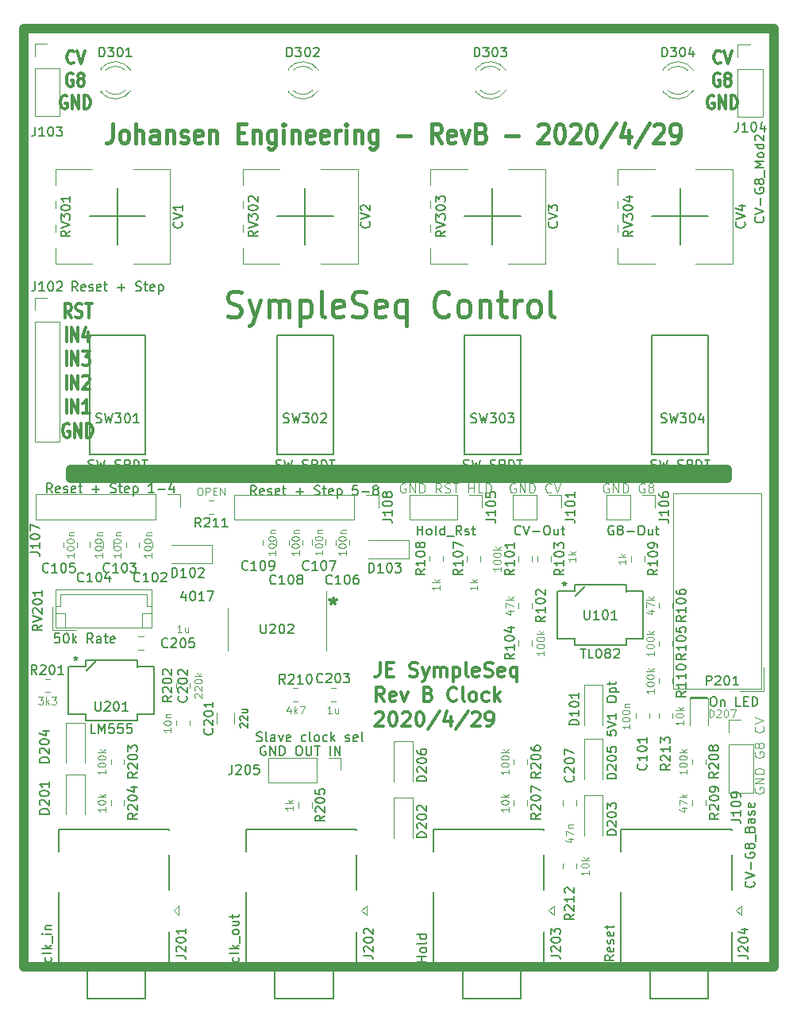
<source format=gbr>
%TF.GenerationSoftware,KiCad,Pcbnew,(5.1.5)-3*%
%TF.CreationDate,2020-04-29T23:45:49+02:00*%
%TF.ProjectId,KicadJE_SympleSeq,4b696361-644a-4455-9f53-796d706c6553,Rev A*%
%TF.SameCoordinates,Original*%
%TF.FileFunction,Legend,Top*%
%TF.FilePolarity,Positive*%
%FSLAX46Y46*%
G04 Gerber Fmt 4.6, Leading zero omitted, Abs format (unit mm)*
G04 Created by KiCad (PCBNEW (5.1.5)-3) date 2020-04-29 23:45:49*
%MOMM*%
%LPD*%
G04 APERTURE LIST*
%ADD10C,0.100000*%
%ADD11C,0.150000*%
%ADD12C,0.300000*%
%ADD13C,0.450000*%
%ADD14C,0.375000*%
%ADD15C,1.000000*%
%ADD16C,0.120000*%
G04 APERTURE END LIST*
D10*
X178000000Y-130928571D02*
X177952380Y-131023809D01*
X177952380Y-131166666D01*
X178000000Y-131309523D01*
X178095238Y-131404761D01*
X178190476Y-131452380D01*
X178380952Y-131500000D01*
X178523809Y-131500000D01*
X178714285Y-131452380D01*
X178809523Y-131404761D01*
X178904761Y-131309523D01*
X178952380Y-131166666D01*
X178952380Y-131071428D01*
X178904761Y-130928571D01*
X178857142Y-130880952D01*
X178523809Y-130880952D01*
X178523809Y-131071428D01*
X178952380Y-130452380D02*
X177952380Y-130452380D01*
X178952380Y-129880952D01*
X177952380Y-129880952D01*
X178952380Y-129404761D02*
X177952380Y-129404761D01*
X177952380Y-129166666D01*
X178000000Y-129023809D01*
X178095238Y-128928571D01*
X178190476Y-128880952D01*
X178380952Y-128833333D01*
X178523809Y-128833333D01*
X178714285Y-128880952D01*
X178809523Y-128928571D01*
X178904761Y-129023809D01*
X178952380Y-129166666D01*
X178952380Y-129404761D01*
X178000000Y-127119047D02*
X177952380Y-127214285D01*
X177952380Y-127357142D01*
X178000000Y-127500000D01*
X178095238Y-127595238D01*
X178190476Y-127642857D01*
X178380952Y-127690476D01*
X178523809Y-127690476D01*
X178714285Y-127642857D01*
X178809523Y-127595238D01*
X178904761Y-127500000D01*
X178952380Y-127357142D01*
X178952380Y-127261904D01*
X178904761Y-127119047D01*
X178857142Y-127071428D01*
X178523809Y-127071428D01*
X178523809Y-127261904D01*
X178380952Y-126500000D02*
X178333333Y-126595238D01*
X178285714Y-126642857D01*
X178190476Y-126690476D01*
X178142857Y-126690476D01*
X178047619Y-126642857D01*
X178000000Y-126595238D01*
X177952380Y-126500000D01*
X177952380Y-126309523D01*
X178000000Y-126214285D01*
X178047619Y-126166666D01*
X178142857Y-126119047D01*
X178190476Y-126119047D01*
X178285714Y-126166666D01*
X178333333Y-126214285D01*
X178380952Y-126309523D01*
X178380952Y-126500000D01*
X178428571Y-126595238D01*
X178476190Y-126642857D01*
X178571428Y-126690476D01*
X178761904Y-126690476D01*
X178857142Y-126642857D01*
X178904761Y-126595238D01*
X178952380Y-126500000D01*
X178952380Y-126309523D01*
X178904761Y-126214285D01*
X178857142Y-126166666D01*
X178761904Y-126119047D01*
X178571428Y-126119047D01*
X178476190Y-126166666D01*
X178428571Y-126214285D01*
X178380952Y-126309523D01*
X178857142Y-124357142D02*
X178904761Y-124404761D01*
X178952380Y-124547619D01*
X178952380Y-124642857D01*
X178904761Y-124785714D01*
X178809523Y-124880952D01*
X178714285Y-124928571D01*
X178523809Y-124976190D01*
X178380952Y-124976190D01*
X178190476Y-124928571D01*
X178095238Y-124880952D01*
X178000000Y-124785714D01*
X177952380Y-124642857D01*
X177952380Y-124547619D01*
X178000000Y-124404761D01*
X178047619Y-124357142D01*
X177952380Y-124071428D02*
X178952380Y-123738095D01*
X177952380Y-123404761D01*
X162380952Y-98500000D02*
X162285714Y-98452380D01*
X162142857Y-98452380D01*
X162000000Y-98500000D01*
X161904761Y-98595238D01*
X161857142Y-98690476D01*
X161809523Y-98880952D01*
X161809523Y-99023809D01*
X161857142Y-99214285D01*
X161904761Y-99309523D01*
X162000000Y-99404761D01*
X162142857Y-99452380D01*
X162238095Y-99452380D01*
X162380952Y-99404761D01*
X162428571Y-99357142D01*
X162428571Y-99023809D01*
X162238095Y-99023809D01*
X162857142Y-99452380D02*
X162857142Y-98452380D01*
X163428571Y-99452380D01*
X163428571Y-98452380D01*
X163904761Y-99452380D02*
X163904761Y-98452380D01*
X164142857Y-98452380D01*
X164285714Y-98500000D01*
X164380952Y-98595238D01*
X164428571Y-98690476D01*
X164476190Y-98880952D01*
X164476190Y-99023809D01*
X164428571Y-99214285D01*
X164380952Y-99309523D01*
X164285714Y-99404761D01*
X164142857Y-99452380D01*
X163904761Y-99452380D01*
X166190476Y-98500000D02*
X166095238Y-98452380D01*
X165952380Y-98452380D01*
X165809523Y-98500000D01*
X165714285Y-98595238D01*
X165666666Y-98690476D01*
X165619047Y-98880952D01*
X165619047Y-99023809D01*
X165666666Y-99214285D01*
X165714285Y-99309523D01*
X165809523Y-99404761D01*
X165952380Y-99452380D01*
X166047619Y-99452380D01*
X166190476Y-99404761D01*
X166238095Y-99357142D01*
X166238095Y-99023809D01*
X166047619Y-99023809D01*
X166809523Y-98880952D02*
X166714285Y-98833333D01*
X166666666Y-98785714D01*
X166619047Y-98690476D01*
X166619047Y-98642857D01*
X166666666Y-98547619D01*
X166714285Y-98500000D01*
X166809523Y-98452380D01*
X167000000Y-98452380D01*
X167095238Y-98500000D01*
X167142857Y-98547619D01*
X167190476Y-98642857D01*
X167190476Y-98690476D01*
X167142857Y-98785714D01*
X167095238Y-98833333D01*
X167000000Y-98880952D01*
X166809523Y-98880952D01*
X166714285Y-98928571D01*
X166666666Y-98976190D01*
X166619047Y-99071428D01*
X166619047Y-99261904D01*
X166666666Y-99357142D01*
X166714285Y-99404761D01*
X166809523Y-99452380D01*
X167000000Y-99452380D01*
X167095238Y-99404761D01*
X167142857Y-99357142D01*
X167190476Y-99261904D01*
X167190476Y-99071428D01*
X167142857Y-98976190D01*
X167095238Y-98928571D01*
X167000000Y-98880952D01*
X152428571Y-98500000D02*
X152333333Y-98452380D01*
X152190476Y-98452380D01*
X152047619Y-98500000D01*
X151952380Y-98595238D01*
X151904761Y-98690476D01*
X151857142Y-98880952D01*
X151857142Y-99023809D01*
X151904761Y-99214285D01*
X151952380Y-99309523D01*
X152047619Y-99404761D01*
X152190476Y-99452380D01*
X152285714Y-99452380D01*
X152428571Y-99404761D01*
X152476190Y-99357142D01*
X152476190Y-99023809D01*
X152285714Y-99023809D01*
X152904761Y-99452380D02*
X152904761Y-98452380D01*
X153476190Y-99452380D01*
X153476190Y-98452380D01*
X153952380Y-99452380D02*
X153952380Y-98452380D01*
X154190476Y-98452380D01*
X154333333Y-98500000D01*
X154428571Y-98595238D01*
X154476190Y-98690476D01*
X154523809Y-98880952D01*
X154523809Y-99023809D01*
X154476190Y-99214285D01*
X154428571Y-99309523D01*
X154333333Y-99404761D01*
X154190476Y-99452380D01*
X153952380Y-99452380D01*
X156285714Y-99357142D02*
X156238095Y-99404761D01*
X156095238Y-99452380D01*
X156000000Y-99452380D01*
X155857142Y-99404761D01*
X155761904Y-99309523D01*
X155714285Y-99214285D01*
X155666666Y-99023809D01*
X155666666Y-98880952D01*
X155714285Y-98690476D01*
X155761904Y-98595238D01*
X155857142Y-98500000D01*
X156000000Y-98452380D01*
X156095238Y-98452380D01*
X156238095Y-98500000D01*
X156285714Y-98547619D01*
X156571428Y-98452380D02*
X156904761Y-99452380D01*
X157238095Y-98452380D01*
X140690476Y-98500000D02*
X140595238Y-98452380D01*
X140452380Y-98452380D01*
X140309523Y-98500000D01*
X140214285Y-98595238D01*
X140166666Y-98690476D01*
X140119047Y-98880952D01*
X140119047Y-99023809D01*
X140166666Y-99214285D01*
X140214285Y-99309523D01*
X140309523Y-99404761D01*
X140452380Y-99452380D01*
X140547619Y-99452380D01*
X140690476Y-99404761D01*
X140738095Y-99357142D01*
X140738095Y-99023809D01*
X140547619Y-99023809D01*
X141166666Y-99452380D02*
X141166666Y-98452380D01*
X141738095Y-99452380D01*
X141738095Y-98452380D01*
X142214285Y-99452380D02*
X142214285Y-98452380D01*
X142452380Y-98452380D01*
X142595238Y-98500000D01*
X142690476Y-98595238D01*
X142738095Y-98690476D01*
X142785714Y-98880952D01*
X142785714Y-99023809D01*
X142738095Y-99214285D01*
X142690476Y-99309523D01*
X142595238Y-99404761D01*
X142452380Y-99452380D01*
X142214285Y-99452380D01*
X144547619Y-99452380D02*
X144214285Y-98976190D01*
X143976190Y-99452380D02*
X143976190Y-98452380D01*
X144357142Y-98452380D01*
X144452380Y-98500000D01*
X144500000Y-98547619D01*
X144547619Y-98642857D01*
X144547619Y-98785714D01*
X144500000Y-98880952D01*
X144452380Y-98928571D01*
X144357142Y-98976190D01*
X143976190Y-98976190D01*
X144928571Y-99404761D02*
X145071428Y-99452380D01*
X145309523Y-99452380D01*
X145404761Y-99404761D01*
X145452380Y-99357142D01*
X145500000Y-99261904D01*
X145500000Y-99166666D01*
X145452380Y-99071428D01*
X145404761Y-99023809D01*
X145309523Y-98976190D01*
X145119047Y-98928571D01*
X145023809Y-98880952D01*
X144976190Y-98833333D01*
X144928571Y-98738095D01*
X144928571Y-98642857D01*
X144976190Y-98547619D01*
X145023809Y-98500000D01*
X145119047Y-98452380D01*
X145357142Y-98452380D01*
X145500000Y-98500000D01*
X145785714Y-98452380D02*
X146357142Y-98452380D01*
X146071428Y-99452380D02*
X146071428Y-98452380D01*
X147452380Y-99452380D02*
X147452380Y-98452380D01*
X147452380Y-98928571D02*
X148023809Y-98928571D01*
X148023809Y-99452380D02*
X148023809Y-98452380D01*
X148976190Y-99452380D02*
X148500000Y-99452380D01*
X148500000Y-98452380D01*
X149309523Y-99452380D02*
X149309523Y-98452380D01*
X149547619Y-98452380D01*
X149690476Y-98500000D01*
X149785714Y-98595238D01*
X149833333Y-98690476D01*
X149880952Y-98880952D01*
X149880952Y-99023809D01*
X149833333Y-99214285D01*
X149785714Y-99309523D01*
X149690476Y-99404761D01*
X149547619Y-99452380D01*
X149309523Y-99452380D01*
D11*
X125785714Y-126500000D02*
X125690476Y-126452380D01*
X125547619Y-126452380D01*
X125404761Y-126500000D01*
X125309523Y-126595238D01*
X125261904Y-126690476D01*
X125214285Y-126880952D01*
X125214285Y-127023809D01*
X125261904Y-127214285D01*
X125309523Y-127309523D01*
X125404761Y-127404761D01*
X125547619Y-127452380D01*
X125642857Y-127452380D01*
X125785714Y-127404761D01*
X125833333Y-127357142D01*
X125833333Y-127023809D01*
X125642857Y-127023809D01*
X126261904Y-127452380D02*
X126261904Y-126452380D01*
X126833333Y-127452380D01*
X126833333Y-126452380D01*
X127309523Y-127452380D02*
X127309523Y-126452380D01*
X127547619Y-126452380D01*
X127690476Y-126500000D01*
X127785714Y-126595238D01*
X127833333Y-126690476D01*
X127880952Y-126880952D01*
X127880952Y-127023809D01*
X127833333Y-127214285D01*
X127785714Y-127309523D01*
X127690476Y-127404761D01*
X127547619Y-127452380D01*
X127309523Y-127452380D01*
X129261904Y-126452380D02*
X129452380Y-126452380D01*
X129547619Y-126500000D01*
X129642857Y-126595238D01*
X129690476Y-126785714D01*
X129690476Y-127119047D01*
X129642857Y-127309523D01*
X129547619Y-127404761D01*
X129452380Y-127452380D01*
X129261904Y-127452380D01*
X129166666Y-127404761D01*
X129071428Y-127309523D01*
X129023809Y-127119047D01*
X129023809Y-126785714D01*
X129071428Y-126595238D01*
X129166666Y-126500000D01*
X129261904Y-126452380D01*
X130119047Y-126452380D02*
X130119047Y-127261904D01*
X130166666Y-127357142D01*
X130214285Y-127404761D01*
X130309523Y-127452380D01*
X130500000Y-127452380D01*
X130595238Y-127404761D01*
X130642857Y-127357142D01*
X130690476Y-127261904D01*
X130690476Y-126452380D01*
X131023809Y-126452380D02*
X131595238Y-126452380D01*
X131309523Y-127452380D02*
X131309523Y-126452380D01*
X132690476Y-127452380D02*
X132690476Y-126452380D01*
X133166666Y-127452380D02*
X133166666Y-126452380D01*
X133738095Y-127452380D01*
X133738095Y-126452380D01*
D12*
X133000000Y-110678571D02*
X133000000Y-111035714D01*
X132642857Y-110892857D02*
X133000000Y-111035714D01*
X133357142Y-110892857D01*
X132785714Y-111321428D02*
X133000000Y-111035714D01*
X133214285Y-111321428D01*
D13*
X109485357Y-60154761D02*
X109485357Y-61583333D01*
X109399642Y-61869047D01*
X109228214Y-62059523D01*
X108971071Y-62154761D01*
X108799642Y-62154761D01*
X110599642Y-62154761D02*
X110428214Y-62059523D01*
X110342500Y-61964285D01*
X110256785Y-61773809D01*
X110256785Y-61202380D01*
X110342500Y-61011904D01*
X110428214Y-60916666D01*
X110599642Y-60821428D01*
X110856785Y-60821428D01*
X111028214Y-60916666D01*
X111113928Y-61011904D01*
X111199642Y-61202380D01*
X111199642Y-61773809D01*
X111113928Y-61964285D01*
X111028214Y-62059523D01*
X110856785Y-62154761D01*
X110599642Y-62154761D01*
X111971071Y-62154761D02*
X111971071Y-60154761D01*
X112742500Y-62154761D02*
X112742500Y-61107142D01*
X112656785Y-60916666D01*
X112485357Y-60821428D01*
X112228214Y-60821428D01*
X112056785Y-60916666D01*
X111971071Y-61011904D01*
X114371071Y-62154761D02*
X114371071Y-61107142D01*
X114285357Y-60916666D01*
X114113928Y-60821428D01*
X113771071Y-60821428D01*
X113599642Y-60916666D01*
X114371071Y-62059523D02*
X114199642Y-62154761D01*
X113771071Y-62154761D01*
X113599642Y-62059523D01*
X113513928Y-61869047D01*
X113513928Y-61678571D01*
X113599642Y-61488095D01*
X113771071Y-61392857D01*
X114199642Y-61392857D01*
X114371071Y-61297619D01*
X115228214Y-60821428D02*
X115228214Y-62154761D01*
X115228214Y-61011904D02*
X115313928Y-60916666D01*
X115485357Y-60821428D01*
X115742500Y-60821428D01*
X115913928Y-60916666D01*
X115999642Y-61107142D01*
X115999642Y-62154761D01*
X116771071Y-62059523D02*
X116942500Y-62154761D01*
X117285357Y-62154761D01*
X117456785Y-62059523D01*
X117542500Y-61869047D01*
X117542500Y-61773809D01*
X117456785Y-61583333D01*
X117285357Y-61488095D01*
X117028214Y-61488095D01*
X116856785Y-61392857D01*
X116771071Y-61202380D01*
X116771071Y-61107142D01*
X116856785Y-60916666D01*
X117028214Y-60821428D01*
X117285357Y-60821428D01*
X117456785Y-60916666D01*
X118999642Y-62059523D02*
X118828214Y-62154761D01*
X118485357Y-62154761D01*
X118313928Y-62059523D01*
X118228214Y-61869047D01*
X118228214Y-61107142D01*
X118313928Y-60916666D01*
X118485357Y-60821428D01*
X118828214Y-60821428D01*
X118999642Y-60916666D01*
X119085357Y-61107142D01*
X119085357Y-61297619D01*
X118228214Y-61488095D01*
X119856785Y-60821428D02*
X119856785Y-62154761D01*
X119856785Y-61011904D02*
X119942500Y-60916666D01*
X120113928Y-60821428D01*
X120371071Y-60821428D01*
X120542500Y-60916666D01*
X120628214Y-61107142D01*
X120628214Y-62154761D01*
X122856785Y-61107142D02*
X123456785Y-61107142D01*
X123713928Y-62154761D02*
X122856785Y-62154761D01*
X122856785Y-60154761D01*
X123713928Y-60154761D01*
X124485357Y-60821428D02*
X124485357Y-62154761D01*
X124485357Y-61011904D02*
X124571071Y-60916666D01*
X124742500Y-60821428D01*
X124999642Y-60821428D01*
X125171071Y-60916666D01*
X125256785Y-61107142D01*
X125256785Y-62154761D01*
X126885357Y-60821428D02*
X126885357Y-62440476D01*
X126799642Y-62630952D01*
X126713928Y-62726190D01*
X126542500Y-62821428D01*
X126285357Y-62821428D01*
X126113928Y-62726190D01*
X126885357Y-62059523D02*
X126713928Y-62154761D01*
X126371071Y-62154761D01*
X126199642Y-62059523D01*
X126113928Y-61964285D01*
X126028214Y-61773809D01*
X126028214Y-61202380D01*
X126113928Y-61011904D01*
X126199642Y-60916666D01*
X126371071Y-60821428D01*
X126713928Y-60821428D01*
X126885357Y-60916666D01*
X127742500Y-62154761D02*
X127742500Y-60821428D01*
X127742500Y-60154761D02*
X127656785Y-60250000D01*
X127742500Y-60345238D01*
X127828214Y-60250000D01*
X127742500Y-60154761D01*
X127742500Y-60345238D01*
X128599642Y-60821428D02*
X128599642Y-62154761D01*
X128599642Y-61011904D02*
X128685357Y-60916666D01*
X128856785Y-60821428D01*
X129113928Y-60821428D01*
X129285357Y-60916666D01*
X129371071Y-61107142D01*
X129371071Y-62154761D01*
X130913928Y-62059523D02*
X130742500Y-62154761D01*
X130399642Y-62154761D01*
X130228214Y-62059523D01*
X130142500Y-61869047D01*
X130142500Y-61107142D01*
X130228214Y-60916666D01*
X130399642Y-60821428D01*
X130742500Y-60821428D01*
X130913928Y-60916666D01*
X130999642Y-61107142D01*
X130999642Y-61297619D01*
X130142500Y-61488095D01*
X132456785Y-62059523D02*
X132285357Y-62154761D01*
X131942500Y-62154761D01*
X131771071Y-62059523D01*
X131685357Y-61869047D01*
X131685357Y-61107142D01*
X131771071Y-60916666D01*
X131942500Y-60821428D01*
X132285357Y-60821428D01*
X132456785Y-60916666D01*
X132542500Y-61107142D01*
X132542500Y-61297619D01*
X131685357Y-61488095D01*
X133313928Y-62154761D02*
X133313928Y-60821428D01*
X133313928Y-61202380D02*
X133399642Y-61011904D01*
X133485357Y-60916666D01*
X133656785Y-60821428D01*
X133828214Y-60821428D01*
X134428214Y-62154761D02*
X134428214Y-60821428D01*
X134428214Y-60154761D02*
X134342500Y-60250000D01*
X134428214Y-60345238D01*
X134513928Y-60250000D01*
X134428214Y-60154761D01*
X134428214Y-60345238D01*
X135285357Y-60821428D02*
X135285357Y-62154761D01*
X135285357Y-61011904D02*
X135371071Y-60916666D01*
X135542500Y-60821428D01*
X135799642Y-60821428D01*
X135971071Y-60916666D01*
X136056785Y-61107142D01*
X136056785Y-62154761D01*
X137685357Y-60821428D02*
X137685357Y-62440476D01*
X137599642Y-62630952D01*
X137513928Y-62726190D01*
X137342500Y-62821428D01*
X137085357Y-62821428D01*
X136913928Y-62726190D01*
X137685357Y-62059523D02*
X137513928Y-62154761D01*
X137171071Y-62154761D01*
X136999642Y-62059523D01*
X136913928Y-61964285D01*
X136828214Y-61773809D01*
X136828214Y-61202380D01*
X136913928Y-61011904D01*
X136999642Y-60916666D01*
X137171071Y-60821428D01*
X137513928Y-60821428D01*
X137685357Y-60916666D01*
X139913928Y-61392857D02*
X141285357Y-61392857D01*
X144542500Y-62154761D02*
X143942500Y-61202380D01*
X143513928Y-62154761D02*
X143513928Y-60154761D01*
X144199642Y-60154761D01*
X144371071Y-60250000D01*
X144456785Y-60345238D01*
X144542500Y-60535714D01*
X144542500Y-60821428D01*
X144456785Y-61011904D01*
X144371071Y-61107142D01*
X144199642Y-61202380D01*
X143513928Y-61202380D01*
X145999642Y-62059523D02*
X145828214Y-62154761D01*
X145485357Y-62154761D01*
X145313928Y-62059523D01*
X145228214Y-61869047D01*
X145228214Y-61107142D01*
X145313928Y-60916666D01*
X145485357Y-60821428D01*
X145828214Y-60821428D01*
X145999642Y-60916666D01*
X146085357Y-61107142D01*
X146085357Y-61297619D01*
X145228214Y-61488095D01*
X146685357Y-60821428D02*
X147113928Y-62154761D01*
X147542500Y-60821428D01*
X148828214Y-61107142D02*
X149085357Y-61202380D01*
X149171071Y-61297619D01*
X149256785Y-61488095D01*
X149256785Y-61773809D01*
X149171071Y-61964285D01*
X149085357Y-62059523D01*
X148913928Y-62154761D01*
X148228214Y-62154761D01*
X148228214Y-60154761D01*
X148828214Y-60154761D01*
X148999642Y-60250000D01*
X149085357Y-60345238D01*
X149171071Y-60535714D01*
X149171071Y-60726190D01*
X149085357Y-60916666D01*
X148999642Y-61011904D01*
X148828214Y-61107142D01*
X148228214Y-61107142D01*
X151399642Y-61392857D02*
X152771071Y-61392857D01*
X154913928Y-60345238D02*
X154999642Y-60250000D01*
X155171071Y-60154761D01*
X155599642Y-60154761D01*
X155771071Y-60250000D01*
X155856785Y-60345238D01*
X155942500Y-60535714D01*
X155942500Y-60726190D01*
X155856785Y-61011904D01*
X154828214Y-62154761D01*
X155942500Y-62154761D01*
X157056785Y-60154761D02*
X157228214Y-60154761D01*
X157399642Y-60250000D01*
X157485357Y-60345238D01*
X157571071Y-60535714D01*
X157656785Y-60916666D01*
X157656785Y-61392857D01*
X157571071Y-61773809D01*
X157485357Y-61964285D01*
X157399642Y-62059523D01*
X157228214Y-62154761D01*
X157056785Y-62154761D01*
X156885357Y-62059523D01*
X156799642Y-61964285D01*
X156713928Y-61773809D01*
X156628214Y-61392857D01*
X156628214Y-60916666D01*
X156713928Y-60535714D01*
X156799642Y-60345238D01*
X156885357Y-60250000D01*
X157056785Y-60154761D01*
X158342500Y-60345238D02*
X158428214Y-60250000D01*
X158599642Y-60154761D01*
X159028214Y-60154761D01*
X159199642Y-60250000D01*
X159285357Y-60345238D01*
X159371071Y-60535714D01*
X159371071Y-60726190D01*
X159285357Y-61011904D01*
X158256785Y-62154761D01*
X159371071Y-62154761D01*
X160485357Y-60154761D02*
X160656785Y-60154761D01*
X160828214Y-60250000D01*
X160913928Y-60345238D01*
X160999642Y-60535714D01*
X161085357Y-60916666D01*
X161085357Y-61392857D01*
X160999642Y-61773809D01*
X160913928Y-61964285D01*
X160828214Y-62059523D01*
X160656785Y-62154761D01*
X160485357Y-62154761D01*
X160313928Y-62059523D01*
X160228214Y-61964285D01*
X160142500Y-61773809D01*
X160056785Y-61392857D01*
X160056785Y-60916666D01*
X160142500Y-60535714D01*
X160228214Y-60345238D01*
X160313928Y-60250000D01*
X160485357Y-60154761D01*
X163142500Y-60059523D02*
X161599642Y-62630952D01*
X164513928Y-60821428D02*
X164513928Y-62154761D01*
X164085357Y-60059523D02*
X163656785Y-61488095D01*
X164771071Y-61488095D01*
X166742500Y-60059523D02*
X165199642Y-62630952D01*
X167256785Y-60345238D02*
X167342500Y-60250000D01*
X167513928Y-60154761D01*
X167942500Y-60154761D01*
X168113928Y-60250000D01*
X168199642Y-60345238D01*
X168285357Y-60535714D01*
X168285357Y-60726190D01*
X168199642Y-61011904D01*
X167171071Y-62154761D01*
X168285357Y-62154761D01*
X169142500Y-62154761D02*
X169485357Y-62154761D01*
X169656785Y-62059523D01*
X169742500Y-61964285D01*
X169913928Y-61678571D01*
X169999642Y-61297619D01*
X169999642Y-60535714D01*
X169913928Y-60345238D01*
X169828214Y-60250000D01*
X169656785Y-60154761D01*
X169313928Y-60154761D01*
X169142500Y-60250000D01*
X169056785Y-60345238D01*
X168971071Y-60535714D01*
X168971071Y-61011904D01*
X169056785Y-61202380D01*
X169142500Y-61297619D01*
X169313928Y-61392857D01*
X169656785Y-61392857D01*
X169828214Y-61297619D01*
X169913928Y-61202380D01*
X169999642Y-61011904D01*
D12*
X105092857Y-80803571D02*
X104692857Y-80089285D01*
X104407142Y-80803571D02*
X104407142Y-79303571D01*
X104864285Y-79303571D01*
X104978571Y-79375000D01*
X105035714Y-79446428D01*
X105092857Y-79589285D01*
X105092857Y-79803571D01*
X105035714Y-79946428D01*
X104978571Y-80017857D01*
X104864285Y-80089285D01*
X104407142Y-80089285D01*
X105550000Y-80732142D02*
X105721428Y-80803571D01*
X106007142Y-80803571D01*
X106121428Y-80732142D01*
X106178571Y-80660714D01*
X106235714Y-80517857D01*
X106235714Y-80375000D01*
X106178571Y-80232142D01*
X106121428Y-80160714D01*
X106007142Y-80089285D01*
X105778571Y-80017857D01*
X105664285Y-79946428D01*
X105607142Y-79875000D01*
X105550000Y-79732142D01*
X105550000Y-79589285D01*
X105607142Y-79446428D01*
X105664285Y-79375000D01*
X105778571Y-79303571D01*
X106064285Y-79303571D01*
X106235714Y-79375000D01*
X106578571Y-79303571D02*
X107264285Y-79303571D01*
X106921428Y-80803571D02*
X106921428Y-79303571D01*
X104550000Y-83353571D02*
X104550000Y-81853571D01*
X105121428Y-83353571D02*
X105121428Y-81853571D01*
X105807142Y-83353571D01*
X105807142Y-81853571D01*
X106892857Y-82353571D02*
X106892857Y-83353571D01*
X106607142Y-81782142D02*
X106321428Y-82853571D01*
X107064285Y-82853571D01*
X104550000Y-85903571D02*
X104550000Y-84403571D01*
X105121428Y-85903571D02*
X105121428Y-84403571D01*
X105807142Y-85903571D01*
X105807142Y-84403571D01*
X106264285Y-84403571D02*
X107007142Y-84403571D01*
X106607142Y-84975000D01*
X106778571Y-84975000D01*
X106892857Y-85046428D01*
X106950000Y-85117857D01*
X107007142Y-85260714D01*
X107007142Y-85617857D01*
X106950000Y-85760714D01*
X106892857Y-85832142D01*
X106778571Y-85903571D01*
X106435714Y-85903571D01*
X106321428Y-85832142D01*
X106264285Y-85760714D01*
X104550000Y-88453571D02*
X104550000Y-86953571D01*
X105121428Y-88453571D02*
X105121428Y-86953571D01*
X105807142Y-88453571D01*
X105807142Y-86953571D01*
X106321428Y-87096428D02*
X106378571Y-87025000D01*
X106492857Y-86953571D01*
X106778571Y-86953571D01*
X106892857Y-87025000D01*
X106950000Y-87096428D01*
X107007142Y-87239285D01*
X107007142Y-87382142D01*
X106950000Y-87596428D01*
X106264285Y-88453571D01*
X107007142Y-88453571D01*
X104550000Y-91003571D02*
X104550000Y-89503571D01*
X105121428Y-91003571D02*
X105121428Y-89503571D01*
X105807142Y-91003571D01*
X105807142Y-89503571D01*
X107007142Y-91003571D02*
X106321428Y-91003571D01*
X106664285Y-91003571D02*
X106664285Y-89503571D01*
X106550000Y-89717857D01*
X106435714Y-89860714D01*
X106321428Y-89932142D01*
X104835714Y-92125000D02*
X104721428Y-92053571D01*
X104550000Y-92053571D01*
X104378571Y-92125000D01*
X104264285Y-92267857D01*
X104207142Y-92410714D01*
X104150000Y-92696428D01*
X104150000Y-92910714D01*
X104207142Y-93196428D01*
X104264285Y-93339285D01*
X104378571Y-93482142D01*
X104550000Y-93553571D01*
X104664285Y-93553571D01*
X104835714Y-93482142D01*
X104892857Y-93410714D01*
X104892857Y-92910714D01*
X104664285Y-92910714D01*
X105407142Y-93553571D02*
X105407142Y-92053571D01*
X106092857Y-93553571D01*
X106092857Y-92053571D01*
X106664285Y-93553571D02*
X106664285Y-92053571D01*
X106950000Y-92053571D01*
X107121428Y-92125000D01*
X107235714Y-92267857D01*
X107292857Y-92410714D01*
X107350000Y-92696428D01*
X107350000Y-92910714D01*
X107292857Y-93196428D01*
X107235714Y-93339285D01*
X107121428Y-93482142D01*
X106950000Y-93553571D01*
X106664285Y-93553571D01*
X174357142Y-53600000D02*
X174300000Y-53666666D01*
X174128571Y-53733333D01*
X174014285Y-53733333D01*
X173842857Y-53666666D01*
X173728571Y-53533333D01*
X173671428Y-53400000D01*
X173614285Y-53133333D01*
X173614285Y-52933333D01*
X173671428Y-52666666D01*
X173728571Y-52533333D01*
X173842857Y-52400000D01*
X174014285Y-52333333D01*
X174128571Y-52333333D01*
X174300000Y-52400000D01*
X174357142Y-52466666D01*
X174700000Y-52333333D02*
X175100000Y-53733333D01*
X175500000Y-52333333D01*
X174242857Y-54800000D02*
X174128571Y-54733333D01*
X173957142Y-54733333D01*
X173785714Y-54800000D01*
X173671428Y-54933333D01*
X173614285Y-55066666D01*
X173557142Y-55333333D01*
X173557142Y-55533333D01*
X173614285Y-55800000D01*
X173671428Y-55933333D01*
X173785714Y-56066666D01*
X173957142Y-56133333D01*
X174071428Y-56133333D01*
X174242857Y-56066666D01*
X174300000Y-56000000D01*
X174300000Y-55533333D01*
X174071428Y-55533333D01*
X174985714Y-55333333D02*
X174871428Y-55266666D01*
X174814285Y-55200000D01*
X174757142Y-55066666D01*
X174757142Y-55000000D01*
X174814285Y-54866666D01*
X174871428Y-54800000D01*
X174985714Y-54733333D01*
X175214285Y-54733333D01*
X175328571Y-54800000D01*
X175385714Y-54866666D01*
X175442857Y-55000000D01*
X175442857Y-55066666D01*
X175385714Y-55200000D01*
X175328571Y-55266666D01*
X175214285Y-55333333D01*
X174985714Y-55333333D01*
X174871428Y-55400000D01*
X174814285Y-55466666D01*
X174757142Y-55600000D01*
X174757142Y-55866666D01*
X174814285Y-56000000D01*
X174871428Y-56066666D01*
X174985714Y-56133333D01*
X175214285Y-56133333D01*
X175328571Y-56066666D01*
X175385714Y-56000000D01*
X175442857Y-55866666D01*
X175442857Y-55600000D01*
X175385714Y-55466666D01*
X175328571Y-55400000D01*
X175214285Y-55333333D01*
X173585714Y-57200000D02*
X173471428Y-57133333D01*
X173300000Y-57133333D01*
X173128571Y-57200000D01*
X173014285Y-57333333D01*
X172957142Y-57466666D01*
X172900000Y-57733333D01*
X172900000Y-57933333D01*
X172957142Y-58200000D01*
X173014285Y-58333333D01*
X173128571Y-58466666D01*
X173300000Y-58533333D01*
X173414285Y-58533333D01*
X173585714Y-58466666D01*
X173642857Y-58400000D01*
X173642857Y-57933333D01*
X173414285Y-57933333D01*
X174157142Y-58533333D02*
X174157142Y-57133333D01*
X174842857Y-58533333D01*
X174842857Y-57133333D01*
X175414285Y-58533333D02*
X175414285Y-57133333D01*
X175700000Y-57133333D01*
X175871428Y-57200000D01*
X175985714Y-57333333D01*
X176042857Y-57466666D01*
X176100000Y-57733333D01*
X176100000Y-57933333D01*
X176042857Y-58200000D01*
X175985714Y-58333333D01*
X175871428Y-58466666D01*
X175700000Y-58533333D01*
X175414285Y-58533333D01*
X105357142Y-53600000D02*
X105300000Y-53666666D01*
X105128571Y-53733333D01*
X105014285Y-53733333D01*
X104842857Y-53666666D01*
X104728571Y-53533333D01*
X104671428Y-53400000D01*
X104614285Y-53133333D01*
X104614285Y-52933333D01*
X104671428Y-52666666D01*
X104728571Y-52533333D01*
X104842857Y-52400000D01*
X105014285Y-52333333D01*
X105128571Y-52333333D01*
X105300000Y-52400000D01*
X105357142Y-52466666D01*
X105700000Y-52333333D02*
X106100000Y-53733333D01*
X106500000Y-52333333D01*
X105242857Y-54800000D02*
X105128571Y-54733333D01*
X104957142Y-54733333D01*
X104785714Y-54800000D01*
X104671428Y-54933333D01*
X104614285Y-55066666D01*
X104557142Y-55333333D01*
X104557142Y-55533333D01*
X104614285Y-55800000D01*
X104671428Y-55933333D01*
X104785714Y-56066666D01*
X104957142Y-56133333D01*
X105071428Y-56133333D01*
X105242857Y-56066666D01*
X105300000Y-56000000D01*
X105300000Y-55533333D01*
X105071428Y-55533333D01*
X105985714Y-55333333D02*
X105871428Y-55266666D01*
X105814285Y-55200000D01*
X105757142Y-55066666D01*
X105757142Y-55000000D01*
X105814285Y-54866666D01*
X105871428Y-54800000D01*
X105985714Y-54733333D01*
X106214285Y-54733333D01*
X106328571Y-54800000D01*
X106385714Y-54866666D01*
X106442857Y-55000000D01*
X106442857Y-55066666D01*
X106385714Y-55200000D01*
X106328571Y-55266666D01*
X106214285Y-55333333D01*
X105985714Y-55333333D01*
X105871428Y-55400000D01*
X105814285Y-55466666D01*
X105757142Y-55600000D01*
X105757142Y-55866666D01*
X105814285Y-56000000D01*
X105871428Y-56066666D01*
X105985714Y-56133333D01*
X106214285Y-56133333D01*
X106328571Y-56066666D01*
X106385714Y-56000000D01*
X106442857Y-55866666D01*
X106442857Y-55600000D01*
X106385714Y-55466666D01*
X106328571Y-55400000D01*
X106214285Y-55333333D01*
X104585714Y-57200000D02*
X104471428Y-57133333D01*
X104300000Y-57133333D01*
X104128571Y-57200000D01*
X104014285Y-57333333D01*
X103957142Y-57466666D01*
X103900000Y-57733333D01*
X103900000Y-57933333D01*
X103957142Y-58200000D01*
X104014285Y-58333333D01*
X104128571Y-58466666D01*
X104300000Y-58533333D01*
X104414285Y-58533333D01*
X104585714Y-58466666D01*
X104642857Y-58400000D01*
X104642857Y-57933333D01*
X104414285Y-57933333D01*
X105157142Y-58533333D02*
X105157142Y-57133333D01*
X105842857Y-58533333D01*
X105842857Y-57133333D01*
X106414285Y-58533333D02*
X106414285Y-57133333D01*
X106700000Y-57133333D01*
X106871428Y-57200000D01*
X106985714Y-57333333D01*
X107042857Y-57466666D01*
X107100000Y-57733333D01*
X107100000Y-57933333D01*
X107042857Y-58200000D01*
X106985714Y-58333333D01*
X106871428Y-58466666D01*
X106700000Y-58533333D01*
X106414285Y-58533333D01*
D14*
X138029464Y-117553571D02*
X138029464Y-118625000D01*
X137958035Y-118839285D01*
X137815178Y-118982142D01*
X137600892Y-119053571D01*
X137458035Y-119053571D01*
X138743750Y-118267857D02*
X139243750Y-118267857D01*
X139458035Y-119053571D02*
X138743750Y-119053571D01*
X138743750Y-117553571D01*
X139458035Y-117553571D01*
X141172321Y-118982142D02*
X141386607Y-119053571D01*
X141743750Y-119053571D01*
X141886607Y-118982142D01*
X141958035Y-118910714D01*
X142029464Y-118767857D01*
X142029464Y-118625000D01*
X141958035Y-118482142D01*
X141886607Y-118410714D01*
X141743750Y-118339285D01*
X141458035Y-118267857D01*
X141315178Y-118196428D01*
X141243750Y-118125000D01*
X141172321Y-117982142D01*
X141172321Y-117839285D01*
X141243750Y-117696428D01*
X141315178Y-117625000D01*
X141458035Y-117553571D01*
X141815178Y-117553571D01*
X142029464Y-117625000D01*
X142529464Y-118053571D02*
X142886607Y-119053571D01*
X143243750Y-118053571D02*
X142886607Y-119053571D01*
X142743750Y-119410714D01*
X142672321Y-119482142D01*
X142529464Y-119553571D01*
X143815178Y-119053571D02*
X143815178Y-118053571D01*
X143815178Y-118196428D02*
X143886607Y-118125000D01*
X144029464Y-118053571D01*
X144243750Y-118053571D01*
X144386607Y-118125000D01*
X144458035Y-118267857D01*
X144458035Y-119053571D01*
X144458035Y-118267857D02*
X144529464Y-118125000D01*
X144672321Y-118053571D01*
X144886607Y-118053571D01*
X145029464Y-118125000D01*
X145100892Y-118267857D01*
X145100892Y-119053571D01*
X145815178Y-118053571D02*
X145815178Y-119553571D01*
X145815178Y-118125000D02*
X145958035Y-118053571D01*
X146243750Y-118053571D01*
X146386607Y-118125000D01*
X146458035Y-118196428D01*
X146529464Y-118339285D01*
X146529464Y-118767857D01*
X146458035Y-118910714D01*
X146386607Y-118982142D01*
X146243750Y-119053571D01*
X145958035Y-119053571D01*
X145815178Y-118982142D01*
X147386607Y-119053571D02*
X147243750Y-118982142D01*
X147172321Y-118839285D01*
X147172321Y-117553571D01*
X148529464Y-118982142D02*
X148386607Y-119053571D01*
X148100892Y-119053571D01*
X147958035Y-118982142D01*
X147886607Y-118839285D01*
X147886607Y-118267857D01*
X147958035Y-118125000D01*
X148100892Y-118053571D01*
X148386607Y-118053571D01*
X148529464Y-118125000D01*
X148600892Y-118267857D01*
X148600892Y-118410714D01*
X147886607Y-118553571D01*
X149172321Y-118982142D02*
X149386607Y-119053571D01*
X149743750Y-119053571D01*
X149886607Y-118982142D01*
X149958035Y-118910714D01*
X150029464Y-118767857D01*
X150029464Y-118625000D01*
X149958035Y-118482142D01*
X149886607Y-118410714D01*
X149743750Y-118339285D01*
X149458035Y-118267857D01*
X149315178Y-118196428D01*
X149243750Y-118125000D01*
X149172321Y-117982142D01*
X149172321Y-117839285D01*
X149243750Y-117696428D01*
X149315178Y-117625000D01*
X149458035Y-117553571D01*
X149815178Y-117553571D01*
X150029464Y-117625000D01*
X151243750Y-118982142D02*
X151100892Y-119053571D01*
X150815178Y-119053571D01*
X150672321Y-118982142D01*
X150600892Y-118839285D01*
X150600892Y-118267857D01*
X150672321Y-118125000D01*
X150815178Y-118053571D01*
X151100892Y-118053571D01*
X151243750Y-118125000D01*
X151315178Y-118267857D01*
X151315178Y-118410714D01*
X150600892Y-118553571D01*
X152600892Y-118053571D02*
X152600892Y-119553571D01*
X152600892Y-118982142D02*
X152458035Y-119053571D01*
X152172321Y-119053571D01*
X152029464Y-118982142D01*
X151958035Y-118910714D01*
X151886607Y-118767857D01*
X151886607Y-118339285D01*
X151958035Y-118196428D01*
X152029464Y-118125000D01*
X152172321Y-118053571D01*
X152458035Y-118053571D01*
X152600892Y-118125000D01*
X138458035Y-121678571D02*
X137958035Y-120964285D01*
X137600892Y-121678571D02*
X137600892Y-120178571D01*
X138172321Y-120178571D01*
X138315178Y-120250000D01*
X138386607Y-120321428D01*
X138458035Y-120464285D01*
X138458035Y-120678571D01*
X138386607Y-120821428D01*
X138315178Y-120892857D01*
X138172321Y-120964285D01*
X137600892Y-120964285D01*
X139672321Y-121607142D02*
X139529464Y-121678571D01*
X139243750Y-121678571D01*
X139100892Y-121607142D01*
X139029464Y-121464285D01*
X139029464Y-120892857D01*
X139100892Y-120750000D01*
X139243750Y-120678571D01*
X139529464Y-120678571D01*
X139672321Y-120750000D01*
X139743750Y-120892857D01*
X139743750Y-121035714D01*
X139029464Y-121178571D01*
X140243750Y-120678571D02*
X140600892Y-121678571D01*
X140958035Y-120678571D01*
X143172321Y-120892857D02*
X143386607Y-120964285D01*
X143458035Y-121035714D01*
X143529464Y-121178571D01*
X143529464Y-121392857D01*
X143458035Y-121535714D01*
X143386607Y-121607142D01*
X143243750Y-121678571D01*
X142672321Y-121678571D01*
X142672321Y-120178571D01*
X143172321Y-120178571D01*
X143315178Y-120250000D01*
X143386607Y-120321428D01*
X143458035Y-120464285D01*
X143458035Y-120607142D01*
X143386607Y-120750000D01*
X143315178Y-120821428D01*
X143172321Y-120892857D01*
X142672321Y-120892857D01*
X146172321Y-121535714D02*
X146100892Y-121607142D01*
X145886607Y-121678571D01*
X145743750Y-121678571D01*
X145529464Y-121607142D01*
X145386607Y-121464285D01*
X145315178Y-121321428D01*
X145243750Y-121035714D01*
X145243750Y-120821428D01*
X145315178Y-120535714D01*
X145386607Y-120392857D01*
X145529464Y-120250000D01*
X145743750Y-120178571D01*
X145886607Y-120178571D01*
X146100892Y-120250000D01*
X146172321Y-120321428D01*
X147029464Y-121678571D02*
X146886607Y-121607142D01*
X146815178Y-121464285D01*
X146815178Y-120178571D01*
X147815178Y-121678571D02*
X147672321Y-121607142D01*
X147600892Y-121535714D01*
X147529464Y-121392857D01*
X147529464Y-120964285D01*
X147600892Y-120821428D01*
X147672321Y-120750000D01*
X147815178Y-120678571D01*
X148029464Y-120678571D01*
X148172321Y-120750000D01*
X148243750Y-120821428D01*
X148315178Y-120964285D01*
X148315178Y-121392857D01*
X148243750Y-121535714D01*
X148172321Y-121607142D01*
X148029464Y-121678571D01*
X147815178Y-121678571D01*
X149600892Y-121607142D02*
X149458035Y-121678571D01*
X149172321Y-121678571D01*
X149029464Y-121607142D01*
X148958035Y-121535714D01*
X148886607Y-121392857D01*
X148886607Y-120964285D01*
X148958035Y-120821428D01*
X149029464Y-120750000D01*
X149172321Y-120678571D01*
X149458035Y-120678571D01*
X149600892Y-120750000D01*
X150243750Y-121678571D02*
X150243750Y-120178571D01*
X150386607Y-121107142D02*
X150815178Y-121678571D01*
X150815178Y-120678571D02*
X150243750Y-121250000D01*
X137529464Y-122946428D02*
X137600892Y-122875000D01*
X137743750Y-122803571D01*
X138100892Y-122803571D01*
X138243750Y-122875000D01*
X138315178Y-122946428D01*
X138386607Y-123089285D01*
X138386607Y-123232142D01*
X138315178Y-123446428D01*
X137458035Y-124303571D01*
X138386607Y-124303571D01*
X139315178Y-122803571D02*
X139458035Y-122803571D01*
X139600892Y-122875000D01*
X139672321Y-122946428D01*
X139743750Y-123089285D01*
X139815178Y-123375000D01*
X139815178Y-123732142D01*
X139743750Y-124017857D01*
X139672321Y-124160714D01*
X139600892Y-124232142D01*
X139458035Y-124303571D01*
X139315178Y-124303571D01*
X139172321Y-124232142D01*
X139100892Y-124160714D01*
X139029464Y-124017857D01*
X138958035Y-123732142D01*
X138958035Y-123375000D01*
X139029464Y-123089285D01*
X139100892Y-122946428D01*
X139172321Y-122875000D01*
X139315178Y-122803571D01*
X140386607Y-122946428D02*
X140458035Y-122875000D01*
X140600892Y-122803571D01*
X140958035Y-122803571D01*
X141100892Y-122875000D01*
X141172321Y-122946428D01*
X141243750Y-123089285D01*
X141243750Y-123232142D01*
X141172321Y-123446428D01*
X140315178Y-124303571D01*
X141243750Y-124303571D01*
X142172321Y-122803571D02*
X142315178Y-122803571D01*
X142458035Y-122875000D01*
X142529464Y-122946428D01*
X142600892Y-123089285D01*
X142672321Y-123375000D01*
X142672321Y-123732142D01*
X142600892Y-124017857D01*
X142529464Y-124160714D01*
X142458035Y-124232142D01*
X142315178Y-124303571D01*
X142172321Y-124303571D01*
X142029464Y-124232142D01*
X141958035Y-124160714D01*
X141886607Y-124017857D01*
X141815178Y-123732142D01*
X141815178Y-123375000D01*
X141886607Y-123089285D01*
X141958035Y-122946428D01*
X142029464Y-122875000D01*
X142172321Y-122803571D01*
X144386607Y-122732142D02*
X143100892Y-124660714D01*
X145529464Y-123303571D02*
X145529464Y-124303571D01*
X145172321Y-122732142D02*
X144815178Y-123803571D01*
X145743750Y-123803571D01*
X147386607Y-122732142D02*
X146100892Y-124660714D01*
X147815178Y-122946428D02*
X147886607Y-122875000D01*
X148029464Y-122803571D01*
X148386607Y-122803571D01*
X148529464Y-122875000D01*
X148600892Y-122946428D01*
X148672321Y-123089285D01*
X148672321Y-123232142D01*
X148600892Y-123446428D01*
X147743750Y-124303571D01*
X148672321Y-124303571D01*
X149386607Y-124303571D02*
X149672321Y-124303571D01*
X149815178Y-124232142D01*
X149886607Y-124160714D01*
X150029464Y-123946428D01*
X150100892Y-123660714D01*
X150100892Y-123089285D01*
X150029464Y-122946428D01*
X149958035Y-122875000D01*
X149815178Y-122803571D01*
X149529464Y-122803571D01*
X149386607Y-122875000D01*
X149315178Y-122946428D01*
X149243750Y-123089285D01*
X149243750Y-123446428D01*
X149315178Y-123589285D01*
X149386607Y-123660714D01*
X149529464Y-123732142D01*
X149815178Y-123732142D01*
X149958035Y-123660714D01*
X150029464Y-123589285D01*
X150100892Y-123446428D01*
D13*
X121768690Y-80613095D02*
X122125833Y-80744047D01*
X122721071Y-80744047D01*
X122959166Y-80613095D01*
X123078214Y-80482142D01*
X123197261Y-80220238D01*
X123197261Y-79958333D01*
X123078214Y-79696428D01*
X122959166Y-79565476D01*
X122721071Y-79434523D01*
X122244880Y-79303571D01*
X122006785Y-79172619D01*
X121887738Y-79041666D01*
X121768690Y-78779761D01*
X121768690Y-78517857D01*
X121887738Y-78255952D01*
X122006785Y-78125000D01*
X122244880Y-77994047D01*
X122840119Y-77994047D01*
X123197261Y-78125000D01*
X124030595Y-78910714D02*
X124625833Y-80744047D01*
X125221071Y-78910714D02*
X124625833Y-80744047D01*
X124387738Y-81398809D01*
X124268690Y-81529761D01*
X124030595Y-81660714D01*
X126173452Y-80744047D02*
X126173452Y-78910714D01*
X126173452Y-79172619D02*
X126292500Y-79041666D01*
X126530595Y-78910714D01*
X126887738Y-78910714D01*
X127125833Y-79041666D01*
X127244880Y-79303571D01*
X127244880Y-80744047D01*
X127244880Y-79303571D02*
X127363928Y-79041666D01*
X127602023Y-78910714D01*
X127959166Y-78910714D01*
X128197261Y-79041666D01*
X128316309Y-79303571D01*
X128316309Y-80744047D01*
X129506785Y-78910714D02*
X129506785Y-81660714D01*
X129506785Y-79041666D02*
X129744880Y-78910714D01*
X130221071Y-78910714D01*
X130459166Y-79041666D01*
X130578214Y-79172619D01*
X130697261Y-79434523D01*
X130697261Y-80220238D01*
X130578214Y-80482142D01*
X130459166Y-80613095D01*
X130221071Y-80744047D01*
X129744880Y-80744047D01*
X129506785Y-80613095D01*
X132125833Y-80744047D02*
X131887738Y-80613095D01*
X131768690Y-80351190D01*
X131768690Y-77994047D01*
X134030595Y-80613095D02*
X133792500Y-80744047D01*
X133316309Y-80744047D01*
X133078214Y-80613095D01*
X132959166Y-80351190D01*
X132959166Y-79303571D01*
X133078214Y-79041666D01*
X133316309Y-78910714D01*
X133792500Y-78910714D01*
X134030595Y-79041666D01*
X134149642Y-79303571D01*
X134149642Y-79565476D01*
X132959166Y-79827380D01*
X135102023Y-80613095D02*
X135459166Y-80744047D01*
X136054404Y-80744047D01*
X136292500Y-80613095D01*
X136411547Y-80482142D01*
X136530595Y-80220238D01*
X136530595Y-79958333D01*
X136411547Y-79696428D01*
X136292500Y-79565476D01*
X136054404Y-79434523D01*
X135578214Y-79303571D01*
X135340119Y-79172619D01*
X135221071Y-79041666D01*
X135102023Y-78779761D01*
X135102023Y-78517857D01*
X135221071Y-78255952D01*
X135340119Y-78125000D01*
X135578214Y-77994047D01*
X136173452Y-77994047D01*
X136530595Y-78125000D01*
X138554404Y-80613095D02*
X138316309Y-80744047D01*
X137840119Y-80744047D01*
X137602023Y-80613095D01*
X137482976Y-80351190D01*
X137482976Y-79303571D01*
X137602023Y-79041666D01*
X137840119Y-78910714D01*
X138316309Y-78910714D01*
X138554404Y-79041666D01*
X138673452Y-79303571D01*
X138673452Y-79565476D01*
X137482976Y-79827380D01*
X140816309Y-78910714D02*
X140816309Y-81660714D01*
X140816309Y-80613095D02*
X140578214Y-80744047D01*
X140102023Y-80744047D01*
X139863928Y-80613095D01*
X139744880Y-80482142D01*
X139625833Y-80220238D01*
X139625833Y-79434523D01*
X139744880Y-79172619D01*
X139863928Y-79041666D01*
X140102023Y-78910714D01*
X140578214Y-78910714D01*
X140816309Y-79041666D01*
X145340119Y-80482142D02*
X145221071Y-80613095D01*
X144863928Y-80744047D01*
X144625833Y-80744047D01*
X144268690Y-80613095D01*
X144030595Y-80351190D01*
X143911547Y-80089285D01*
X143792500Y-79565476D01*
X143792500Y-79172619D01*
X143911547Y-78648809D01*
X144030595Y-78386904D01*
X144268690Y-78125000D01*
X144625833Y-77994047D01*
X144863928Y-77994047D01*
X145221071Y-78125000D01*
X145340119Y-78255952D01*
X146768690Y-80744047D02*
X146530595Y-80613095D01*
X146411547Y-80482142D01*
X146292500Y-80220238D01*
X146292500Y-79434523D01*
X146411547Y-79172619D01*
X146530595Y-79041666D01*
X146768690Y-78910714D01*
X147125833Y-78910714D01*
X147363928Y-79041666D01*
X147482976Y-79172619D01*
X147602023Y-79434523D01*
X147602023Y-80220238D01*
X147482976Y-80482142D01*
X147363928Y-80613095D01*
X147125833Y-80744047D01*
X146768690Y-80744047D01*
X148673452Y-78910714D02*
X148673452Y-80744047D01*
X148673452Y-79172619D02*
X148792500Y-79041666D01*
X149030595Y-78910714D01*
X149387738Y-78910714D01*
X149625833Y-79041666D01*
X149744880Y-79303571D01*
X149744880Y-80744047D01*
X150578214Y-78910714D02*
X151530595Y-78910714D01*
X150935357Y-77994047D02*
X150935357Y-80351190D01*
X151054404Y-80613095D01*
X151292500Y-80744047D01*
X151530595Y-80744047D01*
X152363928Y-80744047D02*
X152363928Y-78910714D01*
X152363928Y-79434523D02*
X152482976Y-79172619D01*
X152602023Y-79041666D01*
X152840119Y-78910714D01*
X153078214Y-78910714D01*
X154268690Y-80744047D02*
X154030595Y-80613095D01*
X153911547Y-80482142D01*
X153792500Y-80220238D01*
X153792500Y-79434523D01*
X153911547Y-79172619D01*
X154030595Y-79041666D01*
X154268690Y-78910714D01*
X154625833Y-78910714D01*
X154863928Y-79041666D01*
X154982976Y-79172619D01*
X155102023Y-79434523D01*
X155102023Y-80220238D01*
X154982976Y-80482142D01*
X154863928Y-80613095D01*
X154625833Y-80744047D01*
X154268690Y-80744047D01*
X156530595Y-80744047D02*
X156292500Y-80613095D01*
X156173452Y-80351190D01*
X156173452Y-77994047D01*
D15*
X105000000Y-96950000D02*
X105000000Y-97950000D01*
X175000000Y-96950000D02*
X175000000Y-97950000D01*
X105000000Y-96950000D02*
X175000000Y-96950000D01*
X175000000Y-97950000D02*
X105000000Y-97950000D01*
X180000000Y-50000000D02*
X100000000Y-50000000D01*
X180000000Y-150000000D02*
X180000000Y-50000000D01*
X100000000Y-150000000D02*
X180000000Y-150000000D01*
X100000000Y-50000000D02*
X100000000Y-150000000D01*
D16*
X120590000Y-122885436D02*
X120590000Y-124089564D01*
X122410000Y-122885436D02*
X122410000Y-124089564D01*
X157330000Y-99670000D02*
X157330000Y-101000000D01*
X156000000Y-99670000D02*
X157330000Y-99670000D01*
X154730000Y-99670000D02*
X154730000Y-102330000D01*
X154730000Y-102330000D02*
X152130000Y-102330000D01*
X154730000Y-99670000D02*
X152130000Y-99670000D01*
X152130000Y-99670000D02*
X152130000Y-102330000D01*
X101170000Y-78670000D02*
X102500000Y-78670000D01*
X101170000Y-80000000D02*
X101170000Y-78670000D01*
X101170000Y-81270000D02*
X103830000Y-81270000D01*
X103830000Y-81270000D02*
X103830000Y-94030000D01*
X101170000Y-81270000D02*
X101170000Y-94030000D01*
X101170000Y-94030000D02*
X103830000Y-94030000D01*
X101170000Y-59330000D02*
X103830000Y-59330000D01*
X101170000Y-54190000D02*
X101170000Y-59330000D01*
X103830000Y-54190000D02*
X103830000Y-59330000D01*
X101170000Y-54190000D02*
X103830000Y-54190000D01*
X101170000Y-52920000D02*
X101170000Y-51590000D01*
X101170000Y-51590000D02*
X102500000Y-51590000D01*
X176170000Y-51670000D02*
X177500000Y-51670000D01*
X176170000Y-53000000D02*
X176170000Y-51670000D01*
X176170000Y-54270000D02*
X178830000Y-54270000D01*
X178830000Y-54270000D02*
X178830000Y-59410000D01*
X176170000Y-54270000D02*
X176170000Y-59410000D01*
X176170000Y-59410000D02*
X178830000Y-59410000D01*
X141130000Y-99670000D02*
X141130000Y-102330000D01*
X146270000Y-99670000D02*
X141130000Y-99670000D01*
X146270000Y-102330000D02*
X141130000Y-102330000D01*
X146270000Y-99670000D02*
X146270000Y-102330000D01*
X147540000Y-99670000D02*
X148870000Y-99670000D01*
X148870000Y-99670000D02*
X148870000Y-101000000D01*
X162130000Y-99670000D02*
X162130000Y-102330000D01*
X164730000Y-99670000D02*
X162130000Y-99670000D01*
X164730000Y-102330000D02*
X162130000Y-102330000D01*
X164730000Y-99670000D02*
X164730000Y-102330000D01*
X166000000Y-99670000D02*
X167330000Y-99670000D01*
X167330000Y-99670000D02*
X167330000Y-101000000D01*
X101294999Y-99625001D02*
X101294999Y-102285001D01*
X114054999Y-99625001D02*
X101294999Y-99625001D01*
X114054999Y-102285001D02*
X101294999Y-102285001D01*
X114054999Y-99625001D02*
X114054999Y-102285001D01*
X115324999Y-99625001D02*
X116654999Y-99625001D01*
X116654999Y-99625001D02*
X116654999Y-100955001D01*
X122470000Y-99670000D02*
X122470000Y-102330000D01*
X135230000Y-99670000D02*
X122470000Y-99670000D01*
X135230000Y-102330000D02*
X122470000Y-102330000D01*
X135230000Y-99670000D02*
X135230000Y-102330000D01*
X136500000Y-99670000D02*
X137830000Y-99670000D01*
X137830000Y-99670000D02*
X137830000Y-101000000D01*
X169305000Y-120350000D02*
X169305000Y-99490000D01*
X169305000Y-99490000D02*
X178655000Y-99490000D01*
X178655000Y-99490000D02*
X178655000Y-120350000D01*
X178655000Y-120350000D02*
X169305000Y-120350000D01*
X178905000Y-120600000D02*
X178905000Y-118060000D01*
X178905000Y-120600000D02*
X176365000Y-120600000D01*
X103390000Y-109790000D02*
X103390000Y-113810000D01*
X103390000Y-113810000D02*
X113610000Y-113810000D01*
X113610000Y-113810000D02*
X113610000Y-109790000D01*
X113610000Y-109790000D02*
X103390000Y-109790000D01*
X103390000Y-111500000D02*
X103890000Y-111500000D01*
X103890000Y-111500000D02*
X103890000Y-110290000D01*
X103890000Y-110290000D02*
X113110000Y-110290000D01*
X113110000Y-110290000D02*
X113110000Y-111500000D01*
X113110000Y-111500000D02*
X113610000Y-111500000D01*
X103390000Y-112310000D02*
X104390000Y-112310000D01*
X104390000Y-112310000D02*
X104390000Y-113810000D01*
X113610000Y-112310000D02*
X112610000Y-112310000D01*
X112610000Y-112310000D02*
X112610000Y-113810000D01*
X103090000Y-111610000D02*
X103090000Y-114110000D01*
X103090000Y-114110000D02*
X105590000Y-114110000D01*
X103380000Y-64979000D02*
X107317000Y-64979000D01*
X111684000Y-64979000D02*
X115620000Y-64979000D01*
X103380000Y-75020000D02*
X107317000Y-75020000D01*
X111684000Y-75020000D02*
X115620000Y-75020000D01*
X103380000Y-64979000D02*
X103380000Y-66629000D01*
X103380000Y-68371000D02*
X103380000Y-69130000D01*
X103380000Y-70871000D02*
X103380000Y-71630000D01*
X103380000Y-73370000D02*
X103380000Y-75020000D01*
X115620000Y-64979000D02*
X115620000Y-75020000D01*
D11*
X110000000Y-73000000D02*
X110000000Y-67000000D01*
X107000000Y-70000000D02*
X113000000Y-70000000D01*
D16*
X123380000Y-64979000D02*
X127317000Y-64979000D01*
X131684000Y-64979000D02*
X135620000Y-64979000D01*
X123380000Y-75020000D02*
X127317000Y-75020000D01*
X131684000Y-75020000D02*
X135620000Y-75020000D01*
X123380000Y-64979000D02*
X123380000Y-66629000D01*
X123380000Y-68371000D02*
X123380000Y-69130000D01*
X123380000Y-70871000D02*
X123380000Y-71630000D01*
X123380000Y-73370000D02*
X123380000Y-75020000D01*
X135620000Y-64979000D02*
X135620000Y-75020000D01*
D11*
X130000000Y-73000000D02*
X130000000Y-67000000D01*
X127000000Y-70000000D02*
X133000000Y-70000000D01*
X147000000Y-70000000D02*
X153000000Y-70000000D01*
X150000000Y-73000000D02*
X150000000Y-67000000D01*
D16*
X155620000Y-64979000D02*
X155620000Y-75020000D01*
X143380000Y-73370000D02*
X143380000Y-75020000D01*
X143380000Y-70871000D02*
X143380000Y-71630000D01*
X143380000Y-68371000D02*
X143380000Y-69130000D01*
X143380000Y-64979000D02*
X143380000Y-66629000D01*
X151684000Y-75020000D02*
X155620000Y-75020000D01*
X143380000Y-75020000D02*
X147317000Y-75020000D01*
X151684000Y-64979000D02*
X155620000Y-64979000D01*
X143380000Y-64979000D02*
X147317000Y-64979000D01*
D11*
X167000000Y-70000000D02*
X173000000Y-70000000D01*
X170000000Y-73000000D02*
X170000000Y-67000000D01*
D16*
X175620000Y-64979000D02*
X175620000Y-75020000D01*
X163380000Y-73370000D02*
X163380000Y-75020000D01*
X163380000Y-70871000D02*
X163380000Y-71630000D01*
X163380000Y-68371000D02*
X163380000Y-69130000D01*
X163380000Y-64979000D02*
X163380000Y-66629000D01*
X171684000Y-75020000D02*
X175620000Y-75020000D01*
X163380000Y-75020000D02*
X167317000Y-75020000D01*
X171684000Y-64979000D02*
X175620000Y-64979000D01*
X163380000Y-64979000D02*
X167317000Y-64979000D01*
D11*
X106705001Y-118400000D02*
X107705001Y-117400000D01*
X106605001Y-117295000D02*
X106605001Y-117950000D01*
X112105001Y-117295000D02*
X112105001Y-118045000D01*
X112105001Y-123705000D02*
X112105001Y-122955000D01*
X106605001Y-123705000D02*
X106605001Y-122955000D01*
X106605001Y-117295000D02*
X112105001Y-117295000D01*
X106605001Y-123705000D02*
X112105001Y-123705000D01*
X106605001Y-117950000D02*
X104855001Y-117950000D01*
X112149001Y-117960000D02*
X113927001Y-117960000D01*
X113927001Y-117960000D02*
X113927001Y-123040000D01*
X113927001Y-123040000D02*
X112149001Y-123040000D01*
X106561001Y-123040000D02*
X104783001Y-123040000D01*
X104783001Y-123040000D02*
X104783001Y-117960000D01*
D16*
X132260000Y-114000000D02*
X132260000Y-109950000D01*
X132260000Y-114000000D02*
X132260000Y-116275000D01*
X121740000Y-114000000D02*
X121740000Y-111725000D01*
X121740000Y-114000000D02*
X121740000Y-116275000D01*
D11*
X107000000Y-95350000D02*
X107000000Y-82650000D01*
X113000000Y-95350000D02*
X107000000Y-95350000D01*
X113000000Y-82650000D02*
X113000000Y-95350000D01*
X107000000Y-82650000D02*
X113000000Y-82650000D01*
X127000000Y-82650000D02*
X133000000Y-82650000D01*
X133000000Y-82650000D02*
X133000000Y-95350000D01*
X133000000Y-95350000D02*
X127000000Y-95350000D01*
X127000000Y-95350000D02*
X127000000Y-82650000D01*
X147000000Y-95350000D02*
X147000000Y-82650000D01*
X153000000Y-95350000D02*
X147000000Y-95350000D01*
X153000000Y-82650000D02*
X153000000Y-95350000D01*
X147000000Y-82650000D02*
X153000000Y-82650000D01*
X167000000Y-82650000D02*
X173000000Y-82650000D01*
X173000000Y-82650000D02*
X173000000Y-95350000D01*
X173000000Y-95350000D02*
X167000000Y-95350000D01*
X167000000Y-95350000D02*
X167000000Y-82650000D01*
X156928000Y-115040000D02*
X156928000Y-109960000D01*
X158706000Y-115040000D02*
X156928000Y-115040000D01*
X166072000Y-115040000D02*
X164294000Y-115040000D01*
X166072000Y-109960000D02*
X166072000Y-115040000D01*
X164294000Y-109960000D02*
X166072000Y-109960000D01*
X158750000Y-109950000D02*
X157000000Y-109950000D01*
X158750000Y-115705000D02*
X164250000Y-115705000D01*
X158750000Y-109295000D02*
X164250000Y-109295000D01*
X158750000Y-115705000D02*
X158750000Y-114955000D01*
X164250000Y-115705000D02*
X164250000Y-114955000D01*
X164250000Y-109295000D02*
X164250000Y-110045000D01*
X158750000Y-109295000D02*
X158750000Y-109950000D01*
X158850000Y-110400000D02*
X159850000Y-109400000D01*
D16*
X175170000Y-131410000D02*
X177830000Y-131410000D01*
X175170000Y-126270000D02*
X175170000Y-131410000D01*
X177830000Y-126270000D02*
X177830000Y-131410000D01*
X175170000Y-126270000D02*
X177830000Y-126270000D01*
X175170000Y-125000000D02*
X175170000Y-123670000D01*
X175170000Y-123670000D02*
X176500000Y-123670000D01*
X116550000Y-143500000D02*
X116000000Y-144000000D01*
X116550000Y-144500000D02*
X116550000Y-143500000D01*
X116000000Y-144000000D02*
X116550000Y-144500000D01*
D11*
X103700000Y-149800000D02*
X103700000Y-142050000D01*
X103700000Y-137700000D02*
X103700000Y-135300000D01*
X103700000Y-135300000D02*
X115500000Y-135300000D01*
X115500000Y-135300000D02*
X115500000Y-135400000D01*
X115500000Y-138000000D02*
X115500000Y-141750000D01*
X115500000Y-146250000D02*
X115500000Y-149800000D01*
X115500000Y-149800000D02*
X103700000Y-149800000D01*
X106800000Y-149800000D02*
X106800000Y-153400000D01*
X106800000Y-153400000D02*
X113000000Y-153400000D01*
X113000000Y-153400000D02*
X113000000Y-149800000D01*
D16*
X136550000Y-143500000D02*
X136000000Y-144000000D01*
X136550000Y-144500000D02*
X136550000Y-143500000D01*
X136000000Y-144000000D02*
X136550000Y-144500000D01*
D11*
X123700000Y-149800000D02*
X123700000Y-142050000D01*
X123700000Y-137700000D02*
X123700000Y-135300000D01*
X123700000Y-135300000D02*
X135500000Y-135300000D01*
X135500000Y-135300000D02*
X135500000Y-135400000D01*
X135500000Y-138000000D02*
X135500000Y-141750000D01*
X135500000Y-146250000D02*
X135500000Y-149800000D01*
X135500000Y-149800000D02*
X123700000Y-149800000D01*
X126800000Y-149800000D02*
X126800000Y-153400000D01*
X126800000Y-153400000D02*
X133000000Y-153400000D01*
X133000000Y-153400000D02*
X133000000Y-149800000D01*
D16*
X156550000Y-143500000D02*
X156000000Y-144000000D01*
X156550000Y-144500000D02*
X156550000Y-143500000D01*
X156000000Y-144000000D02*
X156550000Y-144500000D01*
D11*
X143700000Y-149800000D02*
X143700000Y-142050000D01*
X143700000Y-137700000D02*
X143700000Y-135300000D01*
X143700000Y-135300000D02*
X155500000Y-135300000D01*
X155500000Y-135300000D02*
X155500000Y-135400000D01*
X155500000Y-138000000D02*
X155500000Y-141750000D01*
X155500000Y-146250000D02*
X155500000Y-149800000D01*
X155500000Y-149800000D02*
X143700000Y-149800000D01*
X146800000Y-149800000D02*
X146800000Y-153400000D01*
X146800000Y-153400000D02*
X153000000Y-153400000D01*
X153000000Y-153400000D02*
X153000000Y-149800000D01*
X173000000Y-153400000D02*
X173000000Y-149800000D01*
X166800000Y-153400000D02*
X173000000Y-153400000D01*
X166800000Y-149800000D02*
X166800000Y-153400000D01*
X175500000Y-149800000D02*
X163700000Y-149800000D01*
X175500000Y-146250000D02*
X175500000Y-149800000D01*
X175500000Y-138000000D02*
X175500000Y-141750000D01*
X175500000Y-135300000D02*
X175500000Y-135400000D01*
X163700000Y-135300000D02*
X175500000Y-135300000D01*
X163700000Y-137700000D02*
X163700000Y-135300000D01*
X163700000Y-149800000D02*
X163700000Y-142050000D01*
D16*
X176000000Y-144000000D02*
X176550000Y-144500000D01*
X176550000Y-144500000D02*
X176550000Y-143500000D01*
X176550000Y-143500000D02*
X176000000Y-144000000D01*
X165290000Y-122988748D02*
X165290000Y-123511252D01*
X166710000Y-122988748D02*
X166710000Y-123511252D01*
X113710000Y-105261252D02*
X113710000Y-104738748D01*
X112290000Y-105261252D02*
X112290000Y-104738748D01*
X109540000Y-105261252D02*
X109540000Y-104738748D01*
X110960000Y-105261252D02*
X110960000Y-104738748D01*
X108460000Y-105236252D02*
X108460000Y-104713748D01*
X107040000Y-105236252D02*
X107040000Y-104713748D01*
X104290000Y-105261252D02*
X104290000Y-104738748D01*
X105710000Y-105261252D02*
X105710000Y-104738748D01*
X134710000Y-105011252D02*
X134710000Y-104488748D01*
X133290000Y-105011252D02*
X133290000Y-104488748D01*
X130790000Y-104986252D02*
X130790000Y-104463748D01*
X132210000Y-104986252D02*
X132210000Y-104463748D01*
X129710000Y-105011252D02*
X129710000Y-104488748D01*
X128290000Y-105011252D02*
X128290000Y-104488748D01*
X125540000Y-105011252D02*
X125540000Y-104488748D01*
X126960000Y-105011252D02*
X126960000Y-104488748D01*
X117710000Y-123738748D02*
X117710000Y-124261252D01*
X116290000Y-123738748D02*
X116290000Y-124261252D01*
X132738748Y-120290000D02*
X133261252Y-120290000D01*
X132738748Y-121710000D02*
X133261252Y-121710000D01*
X112761252Y-116210000D02*
X112238748Y-116210000D01*
X112761252Y-114790000D02*
X112238748Y-114790000D01*
X157540000Y-132238748D02*
X157540000Y-132761252D01*
X158960000Y-132238748D02*
X158960000Y-132761252D01*
X161750000Y-124250000D02*
X161750000Y-119950000D01*
X161750000Y-119950000D02*
X159750000Y-119950000D01*
X159750000Y-119950000D02*
X159750000Y-124250000D01*
X120050000Y-105000000D02*
X115750000Y-105000000D01*
X120050000Y-107000000D02*
X120050000Y-105000000D01*
X115750000Y-107000000D02*
X120050000Y-107000000D01*
X136750000Y-106500000D02*
X141050000Y-106500000D01*
X141050000Y-106500000D02*
X141050000Y-104500000D01*
X141050000Y-104500000D02*
X136750000Y-104500000D01*
X106500000Y-133750000D02*
X106500000Y-129450000D01*
X106500000Y-129450000D02*
X104500000Y-129450000D01*
X104500000Y-129450000D02*
X104500000Y-133750000D01*
X139500000Y-131950000D02*
X139500000Y-136250000D01*
X141500000Y-131950000D02*
X139500000Y-131950000D01*
X141500000Y-136250000D02*
X141500000Y-131950000D01*
X161750000Y-136000000D02*
X161750000Y-131700000D01*
X161750000Y-131700000D02*
X159750000Y-131700000D01*
X159750000Y-131700000D02*
X159750000Y-136000000D01*
X106500000Y-128250000D02*
X106500000Y-123950000D01*
X106500000Y-123950000D02*
X104500000Y-123950000D01*
X104500000Y-123950000D02*
X104500000Y-128250000D01*
X159750000Y-125700000D02*
X159750000Y-130000000D01*
X161750000Y-125700000D02*
X159750000Y-125700000D01*
X161750000Y-130000000D02*
X161750000Y-125700000D01*
X139500000Y-125950000D02*
X139500000Y-130250000D01*
X141500000Y-125950000D02*
X139500000Y-125950000D01*
X141500000Y-130250000D02*
X141500000Y-125950000D01*
X172960000Y-124250000D02*
X172960000Y-121390000D01*
X172960000Y-121390000D02*
X171040000Y-121390000D01*
X171040000Y-121390000D02*
X171040000Y-124250000D01*
D11*
X172900000Y-121250000D02*
X171100000Y-121250000D01*
D16*
X126090000Y-127670000D02*
X126090000Y-130330000D01*
X131230000Y-127670000D02*
X126090000Y-127670000D01*
X131230000Y-130330000D02*
X126090000Y-130330000D01*
X131230000Y-127670000D02*
X131230000Y-130330000D01*
X132500000Y-127670000D02*
X133830000Y-127670000D01*
X133830000Y-127670000D02*
X133830000Y-129000000D01*
X152790000Y-106761252D02*
X152790000Y-106238748D01*
X154210000Y-106761252D02*
X154210000Y-106238748D01*
X154210000Y-111238748D02*
X154210000Y-111761252D01*
X152790000Y-111238748D02*
X152790000Y-111761252D01*
X156210000Y-106238748D02*
X156210000Y-106761252D01*
X154790000Y-106238748D02*
X154790000Y-106761252D01*
X154210000Y-115736252D02*
X154210000Y-115213748D01*
X152790000Y-115736252D02*
X152790000Y-115213748D01*
X167790000Y-115238748D02*
X167790000Y-115761252D01*
X169210000Y-115238748D02*
X169210000Y-115761252D01*
X169210000Y-111213748D02*
X169210000Y-111736252D01*
X167790000Y-111213748D02*
X167790000Y-111736252D01*
X148710000Y-106761252D02*
X148710000Y-106238748D01*
X147290000Y-106761252D02*
X147290000Y-106238748D01*
X144710000Y-106736252D02*
X144710000Y-106213748D01*
X143290000Y-106736252D02*
X143290000Y-106213748D01*
X164790000Y-106238748D02*
X164790000Y-106761252D01*
X166210000Y-106238748D02*
X166210000Y-106761252D01*
X167790000Y-119238748D02*
X167790000Y-119761252D01*
X169210000Y-119238748D02*
X169210000Y-119761252D01*
X102263748Y-119290000D02*
X102786252Y-119290000D01*
X102263748Y-120710000D02*
X102786252Y-120710000D01*
X117710000Y-120261252D02*
X117710000Y-119738748D01*
X116290000Y-120261252D02*
X116290000Y-119738748D01*
X110710000Y-127868748D02*
X110710000Y-128391252D01*
X109290000Y-127868748D02*
X109290000Y-128391252D01*
X110710000Y-132238748D02*
X110710000Y-132761252D01*
X109290000Y-132238748D02*
X109290000Y-132761252D01*
X129290000Y-132488748D02*
X129290000Y-133011252D01*
X130710000Y-132488748D02*
X130710000Y-133011252D01*
X153710000Y-127868748D02*
X153710000Y-128391252D01*
X152290000Y-127868748D02*
X152290000Y-128391252D01*
X153710000Y-132238748D02*
X153710000Y-132761252D01*
X152290000Y-132238748D02*
X152290000Y-132761252D01*
X172710000Y-127868748D02*
X172710000Y-128391252D01*
X171290000Y-127868748D02*
X171290000Y-128391252D01*
X171315000Y-132238748D02*
X171315000Y-132761252D01*
X172735000Y-132238748D02*
X172735000Y-132761252D01*
X128738748Y-121710000D02*
X129261252Y-121710000D01*
X128738748Y-120290000D02*
X129261252Y-120290000D01*
X120261252Y-101710000D02*
X119738748Y-101710000D01*
X120261252Y-100290000D02*
X119738748Y-100290000D01*
X157540000Y-139511252D02*
X157540000Y-138988748D01*
X158960000Y-139511252D02*
X158960000Y-138988748D01*
X169210000Y-122988748D02*
X169210000Y-123511252D01*
X167790000Y-122988748D02*
X167790000Y-123511252D01*
X108210000Y-56580000D02*
X108210000Y-56736000D01*
X108210000Y-54264000D02*
X108210000Y-54420000D01*
X110811130Y-56579837D02*
G75*
G02X108729039Y-56580000I-1041130J1079837D01*
G01*
X110811130Y-54420163D02*
G75*
G03X108729039Y-54420000I-1041130J-1079837D01*
G01*
X111442335Y-56578608D02*
G75*
G02X108210000Y-56735516I-1672335J1078608D01*
G01*
X111442335Y-54421392D02*
G75*
G03X108210000Y-54264484I-1672335J-1078608D01*
G01*
X131442335Y-54421392D02*
G75*
G03X128210000Y-54264484I-1672335J-1078608D01*
G01*
X131442335Y-56578608D02*
G75*
G02X128210000Y-56735516I-1672335J1078608D01*
G01*
X130811130Y-54420163D02*
G75*
G03X128729039Y-54420000I-1041130J-1079837D01*
G01*
X130811130Y-56579837D02*
G75*
G02X128729039Y-56580000I-1041130J1079837D01*
G01*
X128210000Y-54264000D02*
X128210000Y-54420000D01*
X128210000Y-56580000D02*
X128210000Y-56736000D01*
X148210000Y-56580000D02*
X148210000Y-56736000D01*
X148210000Y-54264000D02*
X148210000Y-54420000D01*
X150811130Y-56579837D02*
G75*
G02X148729039Y-56580000I-1041130J1079837D01*
G01*
X150811130Y-54420163D02*
G75*
G03X148729039Y-54420000I-1041130J-1079837D01*
G01*
X151442335Y-56578608D02*
G75*
G02X148210000Y-56735516I-1672335J1078608D01*
G01*
X151442335Y-54421392D02*
G75*
G03X148210000Y-54264484I-1672335J-1078608D01*
G01*
X171442335Y-54421392D02*
G75*
G03X168210000Y-54264484I-1672335J-1078608D01*
G01*
X171442335Y-56578608D02*
G75*
G02X168210000Y-56735516I-1672335J1078608D01*
G01*
X170811130Y-54420163D02*
G75*
G03X168729039Y-54420000I-1041130J-1079837D01*
G01*
X170811130Y-56579837D02*
G75*
G02X168729039Y-56580000I-1041130J1079837D01*
G01*
X168210000Y-54264000D02*
X168210000Y-54420000D01*
X168210000Y-56580000D02*
X168210000Y-56736000D01*
D11*
X120107142Y-124606547D02*
X120154761Y-124654166D01*
X120202380Y-124797023D01*
X120202380Y-124892261D01*
X120154761Y-125035119D01*
X120059523Y-125130357D01*
X119964285Y-125177976D01*
X119773809Y-125225595D01*
X119630952Y-125225595D01*
X119440476Y-125177976D01*
X119345238Y-125130357D01*
X119250000Y-125035119D01*
X119202380Y-124892261D01*
X119202380Y-124797023D01*
X119250000Y-124654166D01*
X119297619Y-124606547D01*
X119297619Y-124225595D02*
X119250000Y-124177976D01*
X119202380Y-124082738D01*
X119202380Y-123844642D01*
X119250000Y-123749404D01*
X119297619Y-123701785D01*
X119392857Y-123654166D01*
X119488095Y-123654166D01*
X119630952Y-123701785D01*
X120202380Y-124273214D01*
X120202380Y-123654166D01*
X119202380Y-123035119D02*
X119202380Y-122939880D01*
X119250000Y-122844642D01*
X119297619Y-122797023D01*
X119392857Y-122749404D01*
X119583333Y-122701785D01*
X119821428Y-122701785D01*
X120011904Y-122749404D01*
X120107142Y-122797023D01*
X120154761Y-122844642D01*
X120202380Y-122939880D01*
X120202380Y-123035119D01*
X120154761Y-123130357D01*
X120107142Y-123177976D01*
X120011904Y-123225595D01*
X119821428Y-123273214D01*
X119583333Y-123273214D01*
X119392857Y-123225595D01*
X119297619Y-123177976D01*
X119250000Y-123130357D01*
X119202380Y-123035119D01*
X120202380Y-121749404D02*
X120202380Y-122320833D01*
X120202380Y-122035119D02*
X119202380Y-122035119D01*
X119345238Y-122130357D01*
X119440476Y-122225595D01*
X119488095Y-122320833D01*
X123138095Y-124471428D02*
X123100000Y-124433333D01*
X123061904Y-124357142D01*
X123061904Y-124166666D01*
X123100000Y-124090476D01*
X123138095Y-124052380D01*
X123214285Y-124014285D01*
X123290476Y-124014285D01*
X123404761Y-124052380D01*
X123861904Y-124509523D01*
X123861904Y-124014285D01*
X123138095Y-123709523D02*
X123100000Y-123671428D01*
X123061904Y-123595238D01*
X123061904Y-123404761D01*
X123100000Y-123328571D01*
X123138095Y-123290476D01*
X123214285Y-123252380D01*
X123290476Y-123252380D01*
X123404761Y-123290476D01*
X123861904Y-123747619D01*
X123861904Y-123252380D01*
X123328571Y-122566666D02*
X123861904Y-122566666D01*
X123328571Y-122909523D02*
X123747619Y-122909523D01*
X123823809Y-122871428D01*
X123861904Y-122795238D01*
X123861904Y-122680952D01*
X123823809Y-122604761D01*
X123785714Y-122566666D01*
X157782380Y-102285714D02*
X158496666Y-102285714D01*
X158639523Y-102333333D01*
X158734761Y-102428571D01*
X158782380Y-102571428D01*
X158782380Y-102666666D01*
X158782380Y-101285714D02*
X158782380Y-101857142D01*
X158782380Y-101571428D02*
X157782380Y-101571428D01*
X157925238Y-101666666D01*
X158020476Y-101761904D01*
X158068095Y-101857142D01*
X157782380Y-100666666D02*
X157782380Y-100571428D01*
X157830000Y-100476190D01*
X157877619Y-100428571D01*
X157972857Y-100380952D01*
X158163333Y-100333333D01*
X158401428Y-100333333D01*
X158591904Y-100380952D01*
X158687142Y-100428571D01*
X158734761Y-100476190D01*
X158782380Y-100571428D01*
X158782380Y-100666666D01*
X158734761Y-100761904D01*
X158687142Y-100809523D01*
X158591904Y-100857142D01*
X158401428Y-100904761D01*
X158163333Y-100904761D01*
X157972857Y-100857142D01*
X157877619Y-100809523D01*
X157830000Y-100761904D01*
X157782380Y-100666666D01*
X158782380Y-99380952D02*
X158782380Y-99952380D01*
X158782380Y-99666666D02*
X157782380Y-99666666D01*
X157925238Y-99761904D01*
X158020476Y-99857142D01*
X158068095Y-99952380D01*
X153000000Y-103857142D02*
X152952380Y-103904761D01*
X152809523Y-103952380D01*
X152714285Y-103952380D01*
X152571428Y-103904761D01*
X152476190Y-103809523D01*
X152428571Y-103714285D01*
X152380952Y-103523809D01*
X152380952Y-103380952D01*
X152428571Y-103190476D01*
X152476190Y-103095238D01*
X152571428Y-103000000D01*
X152714285Y-102952380D01*
X152809523Y-102952380D01*
X152952380Y-103000000D01*
X153000000Y-103047619D01*
X153285714Y-102952380D02*
X153619047Y-103952380D01*
X153952380Y-102952380D01*
X154285714Y-103571428D02*
X155047619Y-103571428D01*
X155714285Y-102952380D02*
X155904761Y-102952380D01*
X156000000Y-103000000D01*
X156095238Y-103095238D01*
X156142857Y-103285714D01*
X156142857Y-103619047D01*
X156095238Y-103809523D01*
X156000000Y-103904761D01*
X155904761Y-103952380D01*
X155714285Y-103952380D01*
X155619047Y-103904761D01*
X155523809Y-103809523D01*
X155476190Y-103619047D01*
X155476190Y-103285714D01*
X155523809Y-103095238D01*
X155619047Y-103000000D01*
X155714285Y-102952380D01*
X157000000Y-103285714D02*
X157000000Y-103952380D01*
X156571428Y-103285714D02*
X156571428Y-103809523D01*
X156619047Y-103904761D01*
X156714285Y-103952380D01*
X156857142Y-103952380D01*
X156952380Y-103904761D01*
X157000000Y-103857142D01*
X157333333Y-103285714D02*
X157714285Y-103285714D01*
X157476190Y-102952380D02*
X157476190Y-103809523D01*
X157523809Y-103904761D01*
X157619047Y-103952380D01*
X157714285Y-103952380D01*
X101214285Y-76952380D02*
X101214285Y-77666666D01*
X101166666Y-77809523D01*
X101071428Y-77904761D01*
X100928571Y-77952380D01*
X100833333Y-77952380D01*
X102214285Y-77952380D02*
X101642857Y-77952380D01*
X101928571Y-77952380D02*
X101928571Y-76952380D01*
X101833333Y-77095238D01*
X101738095Y-77190476D01*
X101642857Y-77238095D01*
X102833333Y-76952380D02*
X102928571Y-76952380D01*
X103023809Y-77000000D01*
X103071428Y-77047619D01*
X103119047Y-77142857D01*
X103166666Y-77333333D01*
X103166666Y-77571428D01*
X103119047Y-77761904D01*
X103071428Y-77857142D01*
X103023809Y-77904761D01*
X102928571Y-77952380D01*
X102833333Y-77952380D01*
X102738095Y-77904761D01*
X102690476Y-77857142D01*
X102642857Y-77761904D01*
X102595238Y-77571428D01*
X102595238Y-77333333D01*
X102642857Y-77142857D01*
X102690476Y-77047619D01*
X102738095Y-77000000D01*
X102833333Y-76952380D01*
X103547619Y-77047619D02*
X103595238Y-77000000D01*
X103690476Y-76952380D01*
X103928571Y-76952380D01*
X104023809Y-77000000D01*
X104071428Y-77047619D01*
X104119047Y-77142857D01*
X104119047Y-77238095D01*
X104071428Y-77380952D01*
X103500000Y-77952380D01*
X104119047Y-77952380D01*
X105738095Y-77952380D02*
X105404761Y-77476190D01*
X105166666Y-77952380D02*
X105166666Y-76952380D01*
X105547619Y-76952380D01*
X105642857Y-77000000D01*
X105690476Y-77047619D01*
X105738095Y-77142857D01*
X105738095Y-77285714D01*
X105690476Y-77380952D01*
X105642857Y-77428571D01*
X105547619Y-77476190D01*
X105166666Y-77476190D01*
X106547619Y-77904761D02*
X106452380Y-77952380D01*
X106261904Y-77952380D01*
X106166666Y-77904761D01*
X106119047Y-77809523D01*
X106119047Y-77428571D01*
X106166666Y-77333333D01*
X106261904Y-77285714D01*
X106452380Y-77285714D01*
X106547619Y-77333333D01*
X106595238Y-77428571D01*
X106595238Y-77523809D01*
X106119047Y-77619047D01*
X106976190Y-77904761D02*
X107071428Y-77952380D01*
X107261904Y-77952380D01*
X107357142Y-77904761D01*
X107404761Y-77809523D01*
X107404761Y-77761904D01*
X107357142Y-77666666D01*
X107261904Y-77619047D01*
X107119047Y-77619047D01*
X107023809Y-77571428D01*
X106976190Y-77476190D01*
X106976190Y-77428571D01*
X107023809Y-77333333D01*
X107119047Y-77285714D01*
X107261904Y-77285714D01*
X107357142Y-77333333D01*
X108214285Y-77904761D02*
X108119047Y-77952380D01*
X107928571Y-77952380D01*
X107833333Y-77904761D01*
X107785714Y-77809523D01*
X107785714Y-77428571D01*
X107833333Y-77333333D01*
X107928571Y-77285714D01*
X108119047Y-77285714D01*
X108214285Y-77333333D01*
X108261904Y-77428571D01*
X108261904Y-77523809D01*
X107785714Y-77619047D01*
X108547619Y-77285714D02*
X108928571Y-77285714D01*
X108690476Y-76952380D02*
X108690476Y-77809523D01*
X108738095Y-77904761D01*
X108833333Y-77952380D01*
X108928571Y-77952380D01*
X110023809Y-77571428D02*
X110785714Y-77571428D01*
X110404761Y-77952380D02*
X110404761Y-77190476D01*
X111976190Y-77904761D02*
X112119047Y-77952380D01*
X112357142Y-77952380D01*
X112452380Y-77904761D01*
X112500000Y-77857142D01*
X112547619Y-77761904D01*
X112547619Y-77666666D01*
X112500000Y-77571428D01*
X112452380Y-77523809D01*
X112357142Y-77476190D01*
X112166666Y-77428571D01*
X112071428Y-77380952D01*
X112023809Y-77333333D01*
X111976190Y-77238095D01*
X111976190Y-77142857D01*
X112023809Y-77047619D01*
X112071428Y-77000000D01*
X112166666Y-76952380D01*
X112404761Y-76952380D01*
X112547619Y-77000000D01*
X112833333Y-77285714D02*
X113214285Y-77285714D01*
X112976190Y-76952380D02*
X112976190Y-77809523D01*
X113023809Y-77904761D01*
X113119047Y-77952380D01*
X113214285Y-77952380D01*
X113928571Y-77904761D02*
X113833333Y-77952380D01*
X113642857Y-77952380D01*
X113547619Y-77904761D01*
X113500000Y-77809523D01*
X113500000Y-77428571D01*
X113547619Y-77333333D01*
X113642857Y-77285714D01*
X113833333Y-77285714D01*
X113928571Y-77333333D01*
X113976190Y-77428571D01*
X113976190Y-77523809D01*
X113500000Y-77619047D01*
X114404761Y-77285714D02*
X114404761Y-78285714D01*
X114404761Y-77333333D02*
X114500000Y-77285714D01*
X114690476Y-77285714D01*
X114785714Y-77333333D01*
X114833333Y-77380952D01*
X114880952Y-77476190D01*
X114880952Y-77761904D01*
X114833333Y-77857142D01*
X114785714Y-77904761D01*
X114690476Y-77952380D01*
X114500000Y-77952380D01*
X114404761Y-77904761D01*
X101214285Y-60452380D02*
X101214285Y-61166666D01*
X101166666Y-61309523D01*
X101071428Y-61404761D01*
X100928571Y-61452380D01*
X100833333Y-61452380D01*
X102214285Y-61452380D02*
X101642857Y-61452380D01*
X101928571Y-61452380D02*
X101928571Y-60452380D01*
X101833333Y-60595238D01*
X101738095Y-60690476D01*
X101642857Y-60738095D01*
X102833333Y-60452380D02*
X102928571Y-60452380D01*
X103023809Y-60500000D01*
X103071428Y-60547619D01*
X103119047Y-60642857D01*
X103166666Y-60833333D01*
X103166666Y-61071428D01*
X103119047Y-61261904D01*
X103071428Y-61357142D01*
X103023809Y-61404761D01*
X102928571Y-61452380D01*
X102833333Y-61452380D01*
X102738095Y-61404761D01*
X102690476Y-61357142D01*
X102642857Y-61261904D01*
X102595238Y-61071428D01*
X102595238Y-60833333D01*
X102642857Y-60642857D01*
X102690476Y-60547619D01*
X102738095Y-60500000D01*
X102833333Y-60452380D01*
X103500000Y-60452380D02*
X104119047Y-60452380D01*
X103785714Y-60833333D01*
X103928571Y-60833333D01*
X104023809Y-60880952D01*
X104071428Y-60928571D01*
X104119047Y-61023809D01*
X104119047Y-61261904D01*
X104071428Y-61357142D01*
X104023809Y-61404761D01*
X103928571Y-61452380D01*
X103642857Y-61452380D01*
X103547619Y-61404761D01*
X103500000Y-61357142D01*
X176214285Y-59952380D02*
X176214285Y-60666666D01*
X176166666Y-60809523D01*
X176071428Y-60904761D01*
X175928571Y-60952380D01*
X175833333Y-60952380D01*
X177214285Y-60952380D02*
X176642857Y-60952380D01*
X176928571Y-60952380D02*
X176928571Y-59952380D01*
X176833333Y-60095238D01*
X176738095Y-60190476D01*
X176642857Y-60238095D01*
X177833333Y-59952380D02*
X177928571Y-59952380D01*
X178023809Y-60000000D01*
X178071428Y-60047619D01*
X178119047Y-60142857D01*
X178166666Y-60333333D01*
X178166666Y-60571428D01*
X178119047Y-60761904D01*
X178071428Y-60857142D01*
X178023809Y-60904761D01*
X177928571Y-60952380D01*
X177833333Y-60952380D01*
X177738095Y-60904761D01*
X177690476Y-60857142D01*
X177642857Y-60761904D01*
X177595238Y-60571428D01*
X177595238Y-60333333D01*
X177642857Y-60142857D01*
X177690476Y-60047619D01*
X177738095Y-60000000D01*
X177833333Y-59952380D01*
X179023809Y-60285714D02*
X179023809Y-60952380D01*
X178785714Y-59904761D02*
X178547619Y-60619047D01*
X179166666Y-60619047D01*
X178857142Y-70047619D02*
X178904761Y-70095238D01*
X178952380Y-70238095D01*
X178952380Y-70333333D01*
X178904761Y-70476190D01*
X178809523Y-70571428D01*
X178714285Y-70619047D01*
X178523809Y-70666666D01*
X178380952Y-70666666D01*
X178190476Y-70619047D01*
X178095238Y-70571428D01*
X178000000Y-70476190D01*
X177952380Y-70333333D01*
X177952380Y-70238095D01*
X178000000Y-70095238D01*
X178047619Y-70047619D01*
X177952380Y-69761904D02*
X178952380Y-69428571D01*
X177952380Y-69095238D01*
X178571428Y-68761904D02*
X178571428Y-68000000D01*
X178000000Y-67000000D02*
X177952380Y-67095238D01*
X177952380Y-67238095D01*
X178000000Y-67380952D01*
X178095238Y-67476190D01*
X178190476Y-67523809D01*
X178380952Y-67571428D01*
X178523809Y-67571428D01*
X178714285Y-67523809D01*
X178809523Y-67476190D01*
X178904761Y-67380952D01*
X178952380Y-67238095D01*
X178952380Y-67142857D01*
X178904761Y-67000000D01*
X178857142Y-66952380D01*
X178523809Y-66952380D01*
X178523809Y-67142857D01*
X178380952Y-66380952D02*
X178333333Y-66476190D01*
X178285714Y-66523809D01*
X178190476Y-66571428D01*
X178142857Y-66571428D01*
X178047619Y-66523809D01*
X178000000Y-66476190D01*
X177952380Y-66380952D01*
X177952380Y-66190476D01*
X178000000Y-66095238D01*
X178047619Y-66047619D01*
X178142857Y-66000000D01*
X178190476Y-66000000D01*
X178285714Y-66047619D01*
X178333333Y-66095238D01*
X178380952Y-66190476D01*
X178380952Y-66380952D01*
X178428571Y-66476190D01*
X178476190Y-66523809D01*
X178571428Y-66571428D01*
X178761904Y-66571428D01*
X178857142Y-66523809D01*
X178904761Y-66476190D01*
X178952380Y-66380952D01*
X178952380Y-66190476D01*
X178904761Y-66095238D01*
X178857142Y-66047619D01*
X178761904Y-66000000D01*
X178571428Y-66000000D01*
X178476190Y-66047619D01*
X178428571Y-66095238D01*
X178380952Y-66190476D01*
X179047619Y-65809523D02*
X179047619Y-65047619D01*
X178952380Y-64809523D02*
X177952380Y-64809523D01*
X178666666Y-64476190D01*
X177952380Y-64142857D01*
X178952380Y-64142857D01*
X178952380Y-63523809D02*
X178904761Y-63619047D01*
X178857142Y-63666666D01*
X178761904Y-63714285D01*
X178476190Y-63714285D01*
X178380952Y-63666666D01*
X178333333Y-63619047D01*
X178285714Y-63523809D01*
X178285714Y-63380952D01*
X178333333Y-63285714D01*
X178380952Y-63238095D01*
X178476190Y-63190476D01*
X178761904Y-63190476D01*
X178857142Y-63238095D01*
X178904761Y-63285714D01*
X178952380Y-63380952D01*
X178952380Y-63523809D01*
X178952380Y-62333333D02*
X177952380Y-62333333D01*
X178904761Y-62333333D02*
X178952380Y-62428571D01*
X178952380Y-62619047D01*
X178904761Y-62714285D01*
X178857142Y-62761904D01*
X178761904Y-62809523D01*
X178476190Y-62809523D01*
X178380952Y-62761904D01*
X178333333Y-62714285D01*
X178285714Y-62619047D01*
X178285714Y-62428571D01*
X178333333Y-62333333D01*
X178047619Y-61904761D02*
X178000000Y-61857142D01*
X177952380Y-61761904D01*
X177952380Y-61523809D01*
X178000000Y-61428571D01*
X178047619Y-61380952D01*
X178142857Y-61333333D01*
X178238095Y-61333333D01*
X178380952Y-61380952D01*
X178952380Y-61952380D01*
X178952380Y-61333333D01*
X149322380Y-102285714D02*
X150036666Y-102285714D01*
X150179523Y-102333333D01*
X150274761Y-102428571D01*
X150322380Y-102571428D01*
X150322380Y-102666666D01*
X150322380Y-101285714D02*
X150322380Y-101857142D01*
X150322380Y-101571428D02*
X149322380Y-101571428D01*
X149465238Y-101666666D01*
X149560476Y-101761904D01*
X149608095Y-101857142D01*
X149322380Y-100666666D02*
X149322380Y-100571428D01*
X149370000Y-100476190D01*
X149417619Y-100428571D01*
X149512857Y-100380952D01*
X149703333Y-100333333D01*
X149941428Y-100333333D01*
X150131904Y-100380952D01*
X150227142Y-100428571D01*
X150274761Y-100476190D01*
X150322380Y-100571428D01*
X150322380Y-100666666D01*
X150274761Y-100761904D01*
X150227142Y-100809523D01*
X150131904Y-100857142D01*
X149941428Y-100904761D01*
X149703333Y-100904761D01*
X149512857Y-100857142D01*
X149417619Y-100809523D01*
X149370000Y-100761904D01*
X149322380Y-100666666D01*
X149322380Y-99428571D02*
X149322380Y-99904761D01*
X149798571Y-99952380D01*
X149750952Y-99904761D01*
X149703333Y-99809523D01*
X149703333Y-99571428D01*
X149750952Y-99476190D01*
X149798571Y-99428571D01*
X149893809Y-99380952D01*
X150131904Y-99380952D01*
X150227142Y-99428571D01*
X150274761Y-99476190D01*
X150322380Y-99571428D01*
X150322380Y-99809523D01*
X150274761Y-99904761D01*
X150227142Y-99952380D01*
X141976190Y-103952380D02*
X141976190Y-102952380D01*
X141976190Y-103428571D02*
X142547619Y-103428571D01*
X142547619Y-103952380D02*
X142547619Y-102952380D01*
X143166666Y-103952380D02*
X143071428Y-103904761D01*
X143023809Y-103857142D01*
X142976190Y-103761904D01*
X142976190Y-103476190D01*
X143023809Y-103380952D01*
X143071428Y-103333333D01*
X143166666Y-103285714D01*
X143309523Y-103285714D01*
X143404761Y-103333333D01*
X143452380Y-103380952D01*
X143500000Y-103476190D01*
X143500000Y-103761904D01*
X143452380Y-103857142D01*
X143404761Y-103904761D01*
X143309523Y-103952380D01*
X143166666Y-103952380D01*
X144071428Y-103952380D02*
X143976190Y-103904761D01*
X143928571Y-103809523D01*
X143928571Y-102952380D01*
X144880952Y-103952380D02*
X144880952Y-102952380D01*
X144880952Y-103904761D02*
X144785714Y-103952380D01*
X144595238Y-103952380D01*
X144500000Y-103904761D01*
X144452380Y-103857142D01*
X144404761Y-103761904D01*
X144404761Y-103476190D01*
X144452380Y-103380952D01*
X144500000Y-103333333D01*
X144595238Y-103285714D01*
X144785714Y-103285714D01*
X144880952Y-103333333D01*
X145119047Y-104047619D02*
X145880952Y-104047619D01*
X146690476Y-103952380D02*
X146357142Y-103476190D01*
X146119047Y-103952380D02*
X146119047Y-102952380D01*
X146500000Y-102952380D01*
X146595238Y-103000000D01*
X146642857Y-103047619D01*
X146690476Y-103142857D01*
X146690476Y-103285714D01*
X146642857Y-103380952D01*
X146595238Y-103428571D01*
X146500000Y-103476190D01*
X146119047Y-103476190D01*
X147071428Y-103904761D02*
X147166666Y-103952380D01*
X147357142Y-103952380D01*
X147452380Y-103904761D01*
X147500000Y-103809523D01*
X147500000Y-103761904D01*
X147452380Y-103666666D01*
X147357142Y-103619047D01*
X147214285Y-103619047D01*
X147119047Y-103571428D01*
X147071428Y-103476190D01*
X147071428Y-103428571D01*
X147119047Y-103333333D01*
X147214285Y-103285714D01*
X147357142Y-103285714D01*
X147452380Y-103333333D01*
X147785714Y-103285714D02*
X148166666Y-103285714D01*
X147928571Y-102952380D02*
X147928571Y-103809523D01*
X147976190Y-103904761D01*
X148071428Y-103952380D01*
X148166666Y-103952380D01*
X167782380Y-102285714D02*
X168496666Y-102285714D01*
X168639523Y-102333333D01*
X168734761Y-102428571D01*
X168782380Y-102571428D01*
X168782380Y-102666666D01*
X168782380Y-101285714D02*
X168782380Y-101857142D01*
X168782380Y-101571428D02*
X167782380Y-101571428D01*
X167925238Y-101666666D01*
X168020476Y-101761904D01*
X168068095Y-101857142D01*
X167782380Y-100666666D02*
X167782380Y-100571428D01*
X167830000Y-100476190D01*
X167877619Y-100428571D01*
X167972857Y-100380952D01*
X168163333Y-100333333D01*
X168401428Y-100333333D01*
X168591904Y-100380952D01*
X168687142Y-100428571D01*
X168734761Y-100476190D01*
X168782380Y-100571428D01*
X168782380Y-100666666D01*
X168734761Y-100761904D01*
X168687142Y-100809523D01*
X168591904Y-100857142D01*
X168401428Y-100904761D01*
X168163333Y-100904761D01*
X167972857Y-100857142D01*
X167877619Y-100809523D01*
X167830000Y-100761904D01*
X167782380Y-100666666D01*
X167782380Y-99476190D02*
X167782380Y-99666666D01*
X167830000Y-99761904D01*
X167877619Y-99809523D01*
X168020476Y-99904761D01*
X168210952Y-99952380D01*
X168591904Y-99952380D01*
X168687142Y-99904761D01*
X168734761Y-99857142D01*
X168782380Y-99761904D01*
X168782380Y-99571428D01*
X168734761Y-99476190D01*
X168687142Y-99428571D01*
X168591904Y-99380952D01*
X168353809Y-99380952D01*
X168258571Y-99428571D01*
X168210952Y-99476190D01*
X168163333Y-99571428D01*
X168163333Y-99761904D01*
X168210952Y-99857142D01*
X168258571Y-99904761D01*
X168353809Y-99952380D01*
X162904761Y-103000000D02*
X162809523Y-102952380D01*
X162666666Y-102952380D01*
X162523809Y-103000000D01*
X162428571Y-103095238D01*
X162380952Y-103190476D01*
X162333333Y-103380952D01*
X162333333Y-103523809D01*
X162380952Y-103714285D01*
X162428571Y-103809523D01*
X162523809Y-103904761D01*
X162666666Y-103952380D01*
X162761904Y-103952380D01*
X162904761Y-103904761D01*
X162952380Y-103857142D01*
X162952380Y-103523809D01*
X162761904Y-103523809D01*
X163523809Y-103380952D02*
X163428571Y-103333333D01*
X163380952Y-103285714D01*
X163333333Y-103190476D01*
X163333333Y-103142857D01*
X163380952Y-103047619D01*
X163428571Y-103000000D01*
X163523809Y-102952380D01*
X163714285Y-102952380D01*
X163809523Y-103000000D01*
X163857142Y-103047619D01*
X163904761Y-103142857D01*
X163904761Y-103190476D01*
X163857142Y-103285714D01*
X163809523Y-103333333D01*
X163714285Y-103380952D01*
X163523809Y-103380952D01*
X163428571Y-103428571D01*
X163380952Y-103476190D01*
X163333333Y-103571428D01*
X163333333Y-103761904D01*
X163380952Y-103857142D01*
X163428571Y-103904761D01*
X163523809Y-103952380D01*
X163714285Y-103952380D01*
X163809523Y-103904761D01*
X163857142Y-103857142D01*
X163904761Y-103761904D01*
X163904761Y-103571428D01*
X163857142Y-103476190D01*
X163809523Y-103428571D01*
X163714285Y-103380952D01*
X164333333Y-103571428D02*
X165095238Y-103571428D01*
X165761904Y-102952380D02*
X165952380Y-102952380D01*
X166047619Y-103000000D01*
X166142857Y-103095238D01*
X166190476Y-103285714D01*
X166190476Y-103619047D01*
X166142857Y-103809523D01*
X166047619Y-103904761D01*
X165952380Y-103952380D01*
X165761904Y-103952380D01*
X165666666Y-103904761D01*
X165571428Y-103809523D01*
X165523809Y-103619047D01*
X165523809Y-103285714D01*
X165571428Y-103095238D01*
X165666666Y-103000000D01*
X165761904Y-102952380D01*
X167047619Y-103285714D02*
X167047619Y-103952380D01*
X166619047Y-103285714D02*
X166619047Y-103809523D01*
X166666666Y-103904761D01*
X166761904Y-103952380D01*
X166904761Y-103952380D01*
X167000000Y-103904761D01*
X167047619Y-103857142D01*
X167380952Y-103285714D02*
X167761904Y-103285714D01*
X167523809Y-102952380D02*
X167523809Y-103809523D01*
X167571428Y-103904761D01*
X167666666Y-103952380D01*
X167761904Y-103952380D01*
X100702380Y-105785714D02*
X101416666Y-105785714D01*
X101559523Y-105833333D01*
X101654761Y-105928571D01*
X101702380Y-106071428D01*
X101702380Y-106166666D01*
X101702380Y-104785714D02*
X101702380Y-105357142D01*
X101702380Y-105071428D02*
X100702380Y-105071428D01*
X100845238Y-105166666D01*
X100940476Y-105261904D01*
X100988095Y-105357142D01*
X100702380Y-104166666D02*
X100702380Y-104071428D01*
X100750000Y-103976190D01*
X100797619Y-103928571D01*
X100892857Y-103880952D01*
X101083333Y-103833333D01*
X101321428Y-103833333D01*
X101511904Y-103880952D01*
X101607142Y-103928571D01*
X101654761Y-103976190D01*
X101702380Y-104071428D01*
X101702380Y-104166666D01*
X101654761Y-104261904D01*
X101607142Y-104309523D01*
X101511904Y-104357142D01*
X101321428Y-104404761D01*
X101083333Y-104404761D01*
X100892857Y-104357142D01*
X100797619Y-104309523D01*
X100750000Y-104261904D01*
X100702380Y-104166666D01*
X100702380Y-103500000D02*
X100702380Y-102833333D01*
X101702380Y-103261904D01*
X103035714Y-99452380D02*
X102702380Y-98976190D01*
X102464285Y-99452380D02*
X102464285Y-98452380D01*
X102845238Y-98452380D01*
X102940476Y-98500000D01*
X102988095Y-98547619D01*
X103035714Y-98642857D01*
X103035714Y-98785714D01*
X102988095Y-98880952D01*
X102940476Y-98928571D01*
X102845238Y-98976190D01*
X102464285Y-98976190D01*
X103845238Y-99404761D02*
X103750000Y-99452380D01*
X103559523Y-99452380D01*
X103464285Y-99404761D01*
X103416666Y-99309523D01*
X103416666Y-98928571D01*
X103464285Y-98833333D01*
X103559523Y-98785714D01*
X103750000Y-98785714D01*
X103845238Y-98833333D01*
X103892857Y-98928571D01*
X103892857Y-99023809D01*
X103416666Y-99119047D01*
X104273809Y-99404761D02*
X104369047Y-99452380D01*
X104559523Y-99452380D01*
X104654761Y-99404761D01*
X104702380Y-99309523D01*
X104702380Y-99261904D01*
X104654761Y-99166666D01*
X104559523Y-99119047D01*
X104416666Y-99119047D01*
X104321428Y-99071428D01*
X104273809Y-98976190D01*
X104273809Y-98928571D01*
X104321428Y-98833333D01*
X104416666Y-98785714D01*
X104559523Y-98785714D01*
X104654761Y-98833333D01*
X105511904Y-99404761D02*
X105416666Y-99452380D01*
X105226190Y-99452380D01*
X105130952Y-99404761D01*
X105083333Y-99309523D01*
X105083333Y-98928571D01*
X105130952Y-98833333D01*
X105226190Y-98785714D01*
X105416666Y-98785714D01*
X105511904Y-98833333D01*
X105559523Y-98928571D01*
X105559523Y-99023809D01*
X105083333Y-99119047D01*
X105845238Y-98785714D02*
X106226190Y-98785714D01*
X105988095Y-98452380D02*
X105988095Y-99309523D01*
X106035714Y-99404761D01*
X106130952Y-99452380D01*
X106226190Y-99452380D01*
X107321428Y-99071428D02*
X108083333Y-99071428D01*
X107702380Y-99452380D02*
X107702380Y-98690476D01*
X109273809Y-99404761D02*
X109416666Y-99452380D01*
X109654761Y-99452380D01*
X109750000Y-99404761D01*
X109797619Y-99357142D01*
X109845238Y-99261904D01*
X109845238Y-99166666D01*
X109797619Y-99071428D01*
X109750000Y-99023809D01*
X109654761Y-98976190D01*
X109464285Y-98928571D01*
X109369047Y-98880952D01*
X109321428Y-98833333D01*
X109273809Y-98738095D01*
X109273809Y-98642857D01*
X109321428Y-98547619D01*
X109369047Y-98500000D01*
X109464285Y-98452380D01*
X109702380Y-98452380D01*
X109845238Y-98500000D01*
X110130952Y-98785714D02*
X110511904Y-98785714D01*
X110273809Y-98452380D02*
X110273809Y-99309523D01*
X110321428Y-99404761D01*
X110416666Y-99452380D01*
X110511904Y-99452380D01*
X111226190Y-99404761D02*
X111130952Y-99452380D01*
X110940476Y-99452380D01*
X110845238Y-99404761D01*
X110797619Y-99309523D01*
X110797619Y-98928571D01*
X110845238Y-98833333D01*
X110940476Y-98785714D01*
X111130952Y-98785714D01*
X111226190Y-98833333D01*
X111273809Y-98928571D01*
X111273809Y-99023809D01*
X110797619Y-99119047D01*
X111702380Y-98785714D02*
X111702380Y-99785714D01*
X111702380Y-98833333D02*
X111797619Y-98785714D01*
X111988095Y-98785714D01*
X112083333Y-98833333D01*
X112130952Y-98880952D01*
X112178571Y-98976190D01*
X112178571Y-99261904D01*
X112130952Y-99357142D01*
X112083333Y-99404761D01*
X111988095Y-99452380D01*
X111797619Y-99452380D01*
X111702380Y-99404761D01*
X113892857Y-99452380D02*
X113321428Y-99452380D01*
X113607142Y-99452380D02*
X113607142Y-98452380D01*
X113511904Y-98595238D01*
X113416666Y-98690476D01*
X113321428Y-98738095D01*
X114321428Y-99071428D02*
X115083333Y-99071428D01*
X115988095Y-98785714D02*
X115988095Y-99452380D01*
X115750000Y-98404761D02*
X115511904Y-99119047D01*
X116130952Y-99119047D01*
X138282380Y-102285714D02*
X138996666Y-102285714D01*
X139139523Y-102333333D01*
X139234761Y-102428571D01*
X139282380Y-102571428D01*
X139282380Y-102666666D01*
X139282380Y-101285714D02*
X139282380Y-101857142D01*
X139282380Y-101571428D02*
X138282380Y-101571428D01*
X138425238Y-101666666D01*
X138520476Y-101761904D01*
X138568095Y-101857142D01*
X138282380Y-100666666D02*
X138282380Y-100571428D01*
X138330000Y-100476190D01*
X138377619Y-100428571D01*
X138472857Y-100380952D01*
X138663333Y-100333333D01*
X138901428Y-100333333D01*
X139091904Y-100380952D01*
X139187142Y-100428571D01*
X139234761Y-100476190D01*
X139282380Y-100571428D01*
X139282380Y-100666666D01*
X139234761Y-100761904D01*
X139187142Y-100809523D01*
X139091904Y-100857142D01*
X138901428Y-100904761D01*
X138663333Y-100904761D01*
X138472857Y-100857142D01*
X138377619Y-100809523D01*
X138330000Y-100761904D01*
X138282380Y-100666666D01*
X138710952Y-99761904D02*
X138663333Y-99857142D01*
X138615714Y-99904761D01*
X138520476Y-99952380D01*
X138472857Y-99952380D01*
X138377619Y-99904761D01*
X138330000Y-99857142D01*
X138282380Y-99761904D01*
X138282380Y-99571428D01*
X138330000Y-99476190D01*
X138377619Y-99428571D01*
X138472857Y-99380952D01*
X138520476Y-99380952D01*
X138615714Y-99428571D01*
X138663333Y-99476190D01*
X138710952Y-99571428D01*
X138710952Y-99761904D01*
X138758571Y-99857142D01*
X138806190Y-99904761D01*
X138901428Y-99952380D01*
X139091904Y-99952380D01*
X139187142Y-99904761D01*
X139234761Y-99857142D01*
X139282380Y-99761904D01*
X139282380Y-99571428D01*
X139234761Y-99476190D01*
X139187142Y-99428571D01*
X139091904Y-99380952D01*
X138901428Y-99380952D01*
X138806190Y-99428571D01*
X138758571Y-99476190D01*
X138710952Y-99571428D01*
X124785714Y-99702380D02*
X124452380Y-99226190D01*
X124214285Y-99702380D02*
X124214285Y-98702380D01*
X124595238Y-98702380D01*
X124690476Y-98750000D01*
X124738095Y-98797619D01*
X124785714Y-98892857D01*
X124785714Y-99035714D01*
X124738095Y-99130952D01*
X124690476Y-99178571D01*
X124595238Y-99226190D01*
X124214285Y-99226190D01*
X125595238Y-99654761D02*
X125500000Y-99702380D01*
X125309523Y-99702380D01*
X125214285Y-99654761D01*
X125166666Y-99559523D01*
X125166666Y-99178571D01*
X125214285Y-99083333D01*
X125309523Y-99035714D01*
X125500000Y-99035714D01*
X125595238Y-99083333D01*
X125642857Y-99178571D01*
X125642857Y-99273809D01*
X125166666Y-99369047D01*
X126023809Y-99654761D02*
X126119047Y-99702380D01*
X126309523Y-99702380D01*
X126404761Y-99654761D01*
X126452380Y-99559523D01*
X126452380Y-99511904D01*
X126404761Y-99416666D01*
X126309523Y-99369047D01*
X126166666Y-99369047D01*
X126071428Y-99321428D01*
X126023809Y-99226190D01*
X126023809Y-99178571D01*
X126071428Y-99083333D01*
X126166666Y-99035714D01*
X126309523Y-99035714D01*
X126404761Y-99083333D01*
X127261904Y-99654761D02*
X127166666Y-99702380D01*
X126976190Y-99702380D01*
X126880952Y-99654761D01*
X126833333Y-99559523D01*
X126833333Y-99178571D01*
X126880952Y-99083333D01*
X126976190Y-99035714D01*
X127166666Y-99035714D01*
X127261904Y-99083333D01*
X127309523Y-99178571D01*
X127309523Y-99273809D01*
X126833333Y-99369047D01*
X127595238Y-99035714D02*
X127976190Y-99035714D01*
X127738095Y-98702380D02*
X127738095Y-99559523D01*
X127785714Y-99654761D01*
X127880952Y-99702380D01*
X127976190Y-99702380D01*
X129071428Y-99321428D02*
X129833333Y-99321428D01*
X129452380Y-99702380D02*
X129452380Y-98940476D01*
X131023809Y-99654761D02*
X131166666Y-99702380D01*
X131404761Y-99702380D01*
X131500000Y-99654761D01*
X131547619Y-99607142D01*
X131595238Y-99511904D01*
X131595238Y-99416666D01*
X131547619Y-99321428D01*
X131500000Y-99273809D01*
X131404761Y-99226190D01*
X131214285Y-99178571D01*
X131119047Y-99130952D01*
X131071428Y-99083333D01*
X131023809Y-98988095D01*
X131023809Y-98892857D01*
X131071428Y-98797619D01*
X131119047Y-98750000D01*
X131214285Y-98702380D01*
X131452380Y-98702380D01*
X131595238Y-98750000D01*
X131880952Y-99035714D02*
X132261904Y-99035714D01*
X132023809Y-98702380D02*
X132023809Y-99559523D01*
X132071428Y-99654761D01*
X132166666Y-99702380D01*
X132261904Y-99702380D01*
X132976190Y-99654761D02*
X132880952Y-99702380D01*
X132690476Y-99702380D01*
X132595238Y-99654761D01*
X132547619Y-99559523D01*
X132547619Y-99178571D01*
X132595238Y-99083333D01*
X132690476Y-99035714D01*
X132880952Y-99035714D01*
X132976190Y-99083333D01*
X133023809Y-99178571D01*
X133023809Y-99273809D01*
X132547619Y-99369047D01*
X133452380Y-99035714D02*
X133452380Y-100035714D01*
X133452380Y-99083333D02*
X133547619Y-99035714D01*
X133738095Y-99035714D01*
X133833333Y-99083333D01*
X133880952Y-99130952D01*
X133928571Y-99226190D01*
X133928571Y-99511904D01*
X133880952Y-99607142D01*
X133833333Y-99654761D01*
X133738095Y-99702380D01*
X133547619Y-99702380D01*
X133452380Y-99654761D01*
X135595238Y-98702380D02*
X135119047Y-98702380D01*
X135071428Y-99178571D01*
X135119047Y-99130952D01*
X135214285Y-99083333D01*
X135452380Y-99083333D01*
X135547619Y-99130952D01*
X135595238Y-99178571D01*
X135642857Y-99273809D01*
X135642857Y-99511904D01*
X135595238Y-99607142D01*
X135547619Y-99654761D01*
X135452380Y-99702380D01*
X135214285Y-99702380D01*
X135119047Y-99654761D01*
X135071428Y-99607142D01*
X136071428Y-99321428D02*
X136833333Y-99321428D01*
X137452380Y-99130952D02*
X137357142Y-99083333D01*
X137309523Y-99035714D01*
X137261904Y-98940476D01*
X137261904Y-98892857D01*
X137309523Y-98797619D01*
X137357142Y-98750000D01*
X137452380Y-98702380D01*
X137642857Y-98702380D01*
X137738095Y-98750000D01*
X137785714Y-98797619D01*
X137833333Y-98892857D01*
X137833333Y-98940476D01*
X137785714Y-99035714D01*
X137738095Y-99083333D01*
X137642857Y-99130952D01*
X137452380Y-99130952D01*
X137357142Y-99178571D01*
X137309523Y-99226190D01*
X137261904Y-99321428D01*
X137261904Y-99511904D01*
X137309523Y-99607142D01*
X137357142Y-99654761D01*
X137452380Y-99702380D01*
X137642857Y-99702380D01*
X137738095Y-99654761D01*
X137785714Y-99607142D01*
X137833333Y-99511904D01*
X137833333Y-99321428D01*
X137785714Y-99226190D01*
X137738095Y-99178571D01*
X137642857Y-99130952D01*
X172809523Y-119952380D02*
X172809523Y-118952380D01*
X173190476Y-118952380D01*
X173285714Y-119000000D01*
X173333333Y-119047619D01*
X173380952Y-119142857D01*
X173380952Y-119285714D01*
X173333333Y-119380952D01*
X173285714Y-119428571D01*
X173190476Y-119476190D01*
X172809523Y-119476190D01*
X173761904Y-119047619D02*
X173809523Y-119000000D01*
X173904761Y-118952380D01*
X174142857Y-118952380D01*
X174238095Y-119000000D01*
X174285714Y-119047619D01*
X174333333Y-119142857D01*
X174333333Y-119238095D01*
X174285714Y-119380952D01*
X173714285Y-119952380D01*
X174333333Y-119952380D01*
X174952380Y-118952380D02*
X175047619Y-118952380D01*
X175142857Y-119000000D01*
X175190476Y-119047619D01*
X175238095Y-119142857D01*
X175285714Y-119333333D01*
X175285714Y-119571428D01*
X175238095Y-119761904D01*
X175190476Y-119857142D01*
X175142857Y-119904761D01*
X175047619Y-119952380D01*
X174952380Y-119952380D01*
X174857142Y-119904761D01*
X174809523Y-119857142D01*
X174761904Y-119761904D01*
X174714285Y-119571428D01*
X174714285Y-119333333D01*
X174761904Y-119142857D01*
X174809523Y-119047619D01*
X174857142Y-119000000D01*
X174952380Y-118952380D01*
X176238095Y-119952380D02*
X175666666Y-119952380D01*
X175952380Y-119952380D02*
X175952380Y-118952380D01*
X175857142Y-119095238D01*
X175761904Y-119190476D01*
X175666666Y-119238095D01*
X101952380Y-113547619D02*
X101476190Y-113880952D01*
X101952380Y-114119047D02*
X100952380Y-114119047D01*
X100952380Y-113738095D01*
X101000000Y-113642857D01*
X101047619Y-113595238D01*
X101142857Y-113547619D01*
X101285714Y-113547619D01*
X101380952Y-113595238D01*
X101428571Y-113642857D01*
X101476190Y-113738095D01*
X101476190Y-114119047D01*
X100952380Y-113261904D02*
X101952380Y-112928571D01*
X100952380Y-112595238D01*
X101047619Y-112309523D02*
X101000000Y-112261904D01*
X100952380Y-112166666D01*
X100952380Y-111928571D01*
X101000000Y-111833333D01*
X101047619Y-111785714D01*
X101142857Y-111738095D01*
X101238095Y-111738095D01*
X101380952Y-111785714D01*
X101952380Y-112357142D01*
X101952380Y-111738095D01*
X100952380Y-111119047D02*
X100952380Y-111023809D01*
X101000000Y-110928571D01*
X101047619Y-110880952D01*
X101142857Y-110833333D01*
X101333333Y-110785714D01*
X101571428Y-110785714D01*
X101761904Y-110833333D01*
X101857142Y-110880952D01*
X101904761Y-110928571D01*
X101952380Y-111023809D01*
X101952380Y-111119047D01*
X101904761Y-111214285D01*
X101857142Y-111261904D01*
X101761904Y-111309523D01*
X101571428Y-111357142D01*
X101333333Y-111357142D01*
X101142857Y-111309523D01*
X101047619Y-111261904D01*
X101000000Y-111214285D01*
X100952380Y-111119047D01*
X101952380Y-109833333D02*
X101952380Y-110404761D01*
X101952380Y-110119047D02*
X100952380Y-110119047D01*
X101095238Y-110214285D01*
X101190476Y-110309523D01*
X101238095Y-110404761D01*
X103809523Y-114452380D02*
X103333333Y-114452380D01*
X103285714Y-114928571D01*
X103333333Y-114880952D01*
X103428571Y-114833333D01*
X103666666Y-114833333D01*
X103761904Y-114880952D01*
X103809523Y-114928571D01*
X103857142Y-115023809D01*
X103857142Y-115261904D01*
X103809523Y-115357142D01*
X103761904Y-115404761D01*
X103666666Y-115452380D01*
X103428571Y-115452380D01*
X103333333Y-115404761D01*
X103285714Y-115357142D01*
X104476190Y-114452380D02*
X104571428Y-114452380D01*
X104666666Y-114500000D01*
X104714285Y-114547619D01*
X104761904Y-114642857D01*
X104809523Y-114833333D01*
X104809523Y-115071428D01*
X104761904Y-115261904D01*
X104714285Y-115357142D01*
X104666666Y-115404761D01*
X104571428Y-115452380D01*
X104476190Y-115452380D01*
X104380952Y-115404761D01*
X104333333Y-115357142D01*
X104285714Y-115261904D01*
X104238095Y-115071428D01*
X104238095Y-114833333D01*
X104285714Y-114642857D01*
X104333333Y-114547619D01*
X104380952Y-114500000D01*
X104476190Y-114452380D01*
X105238095Y-115452380D02*
X105238095Y-114452380D01*
X105333333Y-115071428D02*
X105619047Y-115452380D01*
X105619047Y-114785714D02*
X105238095Y-115166666D01*
X107380952Y-115452380D02*
X107047619Y-114976190D01*
X106809523Y-115452380D02*
X106809523Y-114452380D01*
X107190476Y-114452380D01*
X107285714Y-114500000D01*
X107333333Y-114547619D01*
X107380952Y-114642857D01*
X107380952Y-114785714D01*
X107333333Y-114880952D01*
X107285714Y-114928571D01*
X107190476Y-114976190D01*
X106809523Y-114976190D01*
X108238095Y-115452380D02*
X108238095Y-114928571D01*
X108190476Y-114833333D01*
X108095238Y-114785714D01*
X107904761Y-114785714D01*
X107809523Y-114833333D01*
X108238095Y-115404761D02*
X108142857Y-115452380D01*
X107904761Y-115452380D01*
X107809523Y-115404761D01*
X107761904Y-115309523D01*
X107761904Y-115214285D01*
X107809523Y-115119047D01*
X107904761Y-115071428D01*
X108142857Y-115071428D01*
X108238095Y-115023809D01*
X108571428Y-114785714D02*
X108952380Y-114785714D01*
X108714285Y-114452380D02*
X108714285Y-115309523D01*
X108761904Y-115404761D01*
X108857142Y-115452380D01*
X108952380Y-115452380D01*
X109666666Y-115404761D02*
X109571428Y-115452380D01*
X109380952Y-115452380D01*
X109285714Y-115404761D01*
X109238095Y-115309523D01*
X109238095Y-114928571D01*
X109285714Y-114833333D01*
X109380952Y-114785714D01*
X109571428Y-114785714D01*
X109666666Y-114833333D01*
X109714285Y-114928571D01*
X109714285Y-115023809D01*
X109238095Y-115119047D01*
X104952380Y-71547619D02*
X104476190Y-71880952D01*
X104952380Y-72119047D02*
X103952380Y-72119047D01*
X103952380Y-71738095D01*
X104000000Y-71642857D01*
X104047619Y-71595238D01*
X104142857Y-71547619D01*
X104285714Y-71547619D01*
X104380952Y-71595238D01*
X104428571Y-71642857D01*
X104476190Y-71738095D01*
X104476190Y-72119047D01*
X103952380Y-71261904D02*
X104952380Y-70928571D01*
X103952380Y-70595238D01*
X103952380Y-70357142D02*
X103952380Y-69738095D01*
X104333333Y-70071428D01*
X104333333Y-69928571D01*
X104380952Y-69833333D01*
X104428571Y-69785714D01*
X104523809Y-69738095D01*
X104761904Y-69738095D01*
X104857142Y-69785714D01*
X104904761Y-69833333D01*
X104952380Y-69928571D01*
X104952380Y-70214285D01*
X104904761Y-70309523D01*
X104857142Y-70357142D01*
X103952380Y-69119047D02*
X103952380Y-69023809D01*
X104000000Y-68928571D01*
X104047619Y-68880952D01*
X104142857Y-68833333D01*
X104333333Y-68785714D01*
X104571428Y-68785714D01*
X104761904Y-68833333D01*
X104857142Y-68880952D01*
X104904761Y-68928571D01*
X104952380Y-69023809D01*
X104952380Y-69119047D01*
X104904761Y-69214285D01*
X104857142Y-69261904D01*
X104761904Y-69309523D01*
X104571428Y-69357142D01*
X104333333Y-69357142D01*
X104142857Y-69309523D01*
X104047619Y-69261904D01*
X104000000Y-69214285D01*
X103952380Y-69119047D01*
X104952380Y-67833333D02*
X104952380Y-68404761D01*
X104952380Y-68119047D02*
X103952380Y-68119047D01*
X104095238Y-68214285D01*
X104190476Y-68309523D01*
X104238095Y-68404761D01*
X116857142Y-70595238D02*
X116904761Y-70642857D01*
X116952380Y-70785714D01*
X116952380Y-70880952D01*
X116904761Y-71023809D01*
X116809523Y-71119047D01*
X116714285Y-71166666D01*
X116523809Y-71214285D01*
X116380952Y-71214285D01*
X116190476Y-71166666D01*
X116095238Y-71119047D01*
X116000000Y-71023809D01*
X115952380Y-70880952D01*
X115952380Y-70785714D01*
X116000000Y-70642857D01*
X116047619Y-70595238D01*
X115952380Y-70309523D02*
X116952380Y-69976190D01*
X115952380Y-69642857D01*
X116952380Y-68785714D02*
X116952380Y-69357142D01*
X116952380Y-69071428D02*
X115952380Y-69071428D01*
X116095238Y-69166666D01*
X116190476Y-69261904D01*
X116238095Y-69357142D01*
X124952380Y-71547619D02*
X124476190Y-71880952D01*
X124952380Y-72119047D02*
X123952380Y-72119047D01*
X123952380Y-71738095D01*
X124000000Y-71642857D01*
X124047619Y-71595238D01*
X124142857Y-71547619D01*
X124285714Y-71547619D01*
X124380952Y-71595238D01*
X124428571Y-71642857D01*
X124476190Y-71738095D01*
X124476190Y-72119047D01*
X123952380Y-71261904D02*
X124952380Y-70928571D01*
X123952380Y-70595238D01*
X123952380Y-70357142D02*
X123952380Y-69738095D01*
X124333333Y-70071428D01*
X124333333Y-69928571D01*
X124380952Y-69833333D01*
X124428571Y-69785714D01*
X124523809Y-69738095D01*
X124761904Y-69738095D01*
X124857142Y-69785714D01*
X124904761Y-69833333D01*
X124952380Y-69928571D01*
X124952380Y-70214285D01*
X124904761Y-70309523D01*
X124857142Y-70357142D01*
X123952380Y-69119047D02*
X123952380Y-69023809D01*
X124000000Y-68928571D01*
X124047619Y-68880952D01*
X124142857Y-68833333D01*
X124333333Y-68785714D01*
X124571428Y-68785714D01*
X124761904Y-68833333D01*
X124857142Y-68880952D01*
X124904761Y-68928571D01*
X124952380Y-69023809D01*
X124952380Y-69119047D01*
X124904761Y-69214285D01*
X124857142Y-69261904D01*
X124761904Y-69309523D01*
X124571428Y-69357142D01*
X124333333Y-69357142D01*
X124142857Y-69309523D01*
X124047619Y-69261904D01*
X124000000Y-69214285D01*
X123952380Y-69119047D01*
X124047619Y-68404761D02*
X124000000Y-68357142D01*
X123952380Y-68261904D01*
X123952380Y-68023809D01*
X124000000Y-67928571D01*
X124047619Y-67880952D01*
X124142857Y-67833333D01*
X124238095Y-67833333D01*
X124380952Y-67880952D01*
X124952380Y-68452380D01*
X124952380Y-67833333D01*
X136857142Y-70595238D02*
X136904761Y-70642857D01*
X136952380Y-70785714D01*
X136952380Y-70880952D01*
X136904761Y-71023809D01*
X136809523Y-71119047D01*
X136714285Y-71166666D01*
X136523809Y-71214285D01*
X136380952Y-71214285D01*
X136190476Y-71166666D01*
X136095238Y-71119047D01*
X136000000Y-71023809D01*
X135952380Y-70880952D01*
X135952380Y-70785714D01*
X136000000Y-70642857D01*
X136047619Y-70595238D01*
X135952380Y-70309523D02*
X136952380Y-69976190D01*
X135952380Y-69642857D01*
X136047619Y-69357142D02*
X136000000Y-69309523D01*
X135952380Y-69214285D01*
X135952380Y-68976190D01*
X136000000Y-68880952D01*
X136047619Y-68833333D01*
X136142857Y-68785714D01*
X136238095Y-68785714D01*
X136380952Y-68833333D01*
X136952380Y-69404761D01*
X136952380Y-68785714D01*
X144952380Y-71547619D02*
X144476190Y-71880952D01*
X144952380Y-72119047D02*
X143952380Y-72119047D01*
X143952380Y-71738095D01*
X144000000Y-71642857D01*
X144047619Y-71595238D01*
X144142857Y-71547619D01*
X144285714Y-71547619D01*
X144380952Y-71595238D01*
X144428571Y-71642857D01*
X144476190Y-71738095D01*
X144476190Y-72119047D01*
X143952380Y-71261904D02*
X144952380Y-70928571D01*
X143952380Y-70595238D01*
X143952380Y-70357142D02*
X143952380Y-69738095D01*
X144333333Y-70071428D01*
X144333333Y-69928571D01*
X144380952Y-69833333D01*
X144428571Y-69785714D01*
X144523809Y-69738095D01*
X144761904Y-69738095D01*
X144857142Y-69785714D01*
X144904761Y-69833333D01*
X144952380Y-69928571D01*
X144952380Y-70214285D01*
X144904761Y-70309523D01*
X144857142Y-70357142D01*
X143952380Y-69119047D02*
X143952380Y-69023809D01*
X144000000Y-68928571D01*
X144047619Y-68880952D01*
X144142857Y-68833333D01*
X144333333Y-68785714D01*
X144571428Y-68785714D01*
X144761904Y-68833333D01*
X144857142Y-68880952D01*
X144904761Y-68928571D01*
X144952380Y-69023809D01*
X144952380Y-69119047D01*
X144904761Y-69214285D01*
X144857142Y-69261904D01*
X144761904Y-69309523D01*
X144571428Y-69357142D01*
X144333333Y-69357142D01*
X144142857Y-69309523D01*
X144047619Y-69261904D01*
X144000000Y-69214285D01*
X143952380Y-69119047D01*
X143952380Y-68452380D02*
X143952380Y-67833333D01*
X144333333Y-68166666D01*
X144333333Y-68023809D01*
X144380952Y-67928571D01*
X144428571Y-67880952D01*
X144523809Y-67833333D01*
X144761904Y-67833333D01*
X144857142Y-67880952D01*
X144904761Y-67928571D01*
X144952380Y-68023809D01*
X144952380Y-68309523D01*
X144904761Y-68404761D01*
X144857142Y-68452380D01*
X156857142Y-70595238D02*
X156904761Y-70642857D01*
X156952380Y-70785714D01*
X156952380Y-70880952D01*
X156904761Y-71023809D01*
X156809523Y-71119047D01*
X156714285Y-71166666D01*
X156523809Y-71214285D01*
X156380952Y-71214285D01*
X156190476Y-71166666D01*
X156095238Y-71119047D01*
X156000000Y-71023809D01*
X155952380Y-70880952D01*
X155952380Y-70785714D01*
X156000000Y-70642857D01*
X156047619Y-70595238D01*
X155952380Y-70309523D02*
X156952380Y-69976190D01*
X155952380Y-69642857D01*
X155952380Y-69404761D02*
X155952380Y-68785714D01*
X156333333Y-69119047D01*
X156333333Y-68976190D01*
X156380952Y-68880952D01*
X156428571Y-68833333D01*
X156523809Y-68785714D01*
X156761904Y-68785714D01*
X156857142Y-68833333D01*
X156904761Y-68880952D01*
X156952380Y-68976190D01*
X156952380Y-69261904D01*
X156904761Y-69357142D01*
X156857142Y-69404761D01*
X164952380Y-71547619D02*
X164476190Y-71880952D01*
X164952380Y-72119047D02*
X163952380Y-72119047D01*
X163952380Y-71738095D01*
X164000000Y-71642857D01*
X164047619Y-71595238D01*
X164142857Y-71547619D01*
X164285714Y-71547619D01*
X164380952Y-71595238D01*
X164428571Y-71642857D01*
X164476190Y-71738095D01*
X164476190Y-72119047D01*
X163952380Y-71261904D02*
X164952380Y-70928571D01*
X163952380Y-70595238D01*
X163952380Y-70357142D02*
X163952380Y-69738095D01*
X164333333Y-70071428D01*
X164333333Y-69928571D01*
X164380952Y-69833333D01*
X164428571Y-69785714D01*
X164523809Y-69738095D01*
X164761904Y-69738095D01*
X164857142Y-69785714D01*
X164904761Y-69833333D01*
X164952380Y-69928571D01*
X164952380Y-70214285D01*
X164904761Y-70309523D01*
X164857142Y-70357142D01*
X163952380Y-69119047D02*
X163952380Y-69023809D01*
X164000000Y-68928571D01*
X164047619Y-68880952D01*
X164142857Y-68833333D01*
X164333333Y-68785714D01*
X164571428Y-68785714D01*
X164761904Y-68833333D01*
X164857142Y-68880952D01*
X164904761Y-68928571D01*
X164952380Y-69023809D01*
X164952380Y-69119047D01*
X164904761Y-69214285D01*
X164857142Y-69261904D01*
X164761904Y-69309523D01*
X164571428Y-69357142D01*
X164333333Y-69357142D01*
X164142857Y-69309523D01*
X164047619Y-69261904D01*
X164000000Y-69214285D01*
X163952380Y-69119047D01*
X164285714Y-67928571D02*
X164952380Y-67928571D01*
X163904761Y-68166666D02*
X164619047Y-68404761D01*
X164619047Y-67785714D01*
X176857142Y-70595238D02*
X176904761Y-70642857D01*
X176952380Y-70785714D01*
X176952380Y-70880952D01*
X176904761Y-71023809D01*
X176809523Y-71119047D01*
X176714285Y-71166666D01*
X176523809Y-71214285D01*
X176380952Y-71214285D01*
X176190476Y-71166666D01*
X176095238Y-71119047D01*
X176000000Y-71023809D01*
X175952380Y-70880952D01*
X175952380Y-70785714D01*
X176000000Y-70642857D01*
X176047619Y-70595238D01*
X175952380Y-70309523D02*
X176952380Y-69976190D01*
X175952380Y-69642857D01*
X176285714Y-68880952D02*
X176952380Y-68880952D01*
X175904761Y-69119047D02*
X176619047Y-69357142D01*
X176619047Y-68738095D01*
X107640715Y-121702380D02*
X107640715Y-122511904D01*
X107688334Y-122607142D01*
X107735953Y-122654761D01*
X107831191Y-122702380D01*
X108021667Y-122702380D01*
X108116905Y-122654761D01*
X108164524Y-122607142D01*
X108212143Y-122511904D01*
X108212143Y-121702380D01*
X108640715Y-121797619D02*
X108688334Y-121750000D01*
X108783572Y-121702380D01*
X109021667Y-121702380D01*
X109116905Y-121750000D01*
X109164524Y-121797619D01*
X109212143Y-121892857D01*
X109212143Y-121988095D01*
X109164524Y-122130952D01*
X108593096Y-122702380D01*
X109212143Y-122702380D01*
X109831191Y-121702380D02*
X109926429Y-121702380D01*
X110021667Y-121750000D01*
X110069286Y-121797619D01*
X110116905Y-121892857D01*
X110164524Y-122083333D01*
X110164524Y-122321428D01*
X110116905Y-122511904D01*
X110069286Y-122607142D01*
X110021667Y-122654761D01*
X109926429Y-122702380D01*
X109831191Y-122702380D01*
X109735953Y-122654761D01*
X109688334Y-122607142D01*
X109640715Y-122511904D01*
X109593096Y-122321428D01*
X109593096Y-122083333D01*
X109640715Y-121892857D01*
X109688334Y-121797619D01*
X109735953Y-121750000D01*
X109831191Y-121702380D01*
X111116905Y-122702380D02*
X110545477Y-122702380D01*
X110831191Y-122702380D02*
X110831191Y-121702380D01*
X110735953Y-121845238D01*
X110640715Y-121940476D01*
X110545477Y-121988095D01*
X107664524Y-125082380D02*
X107188334Y-125082380D01*
X107188334Y-124082380D01*
X107997858Y-125082380D02*
X107997858Y-124082380D01*
X108331191Y-124796666D01*
X108664524Y-124082380D01*
X108664524Y-125082380D01*
X109616905Y-124082380D02*
X109140715Y-124082380D01*
X109093096Y-124558571D01*
X109140715Y-124510952D01*
X109235953Y-124463333D01*
X109474048Y-124463333D01*
X109569286Y-124510952D01*
X109616905Y-124558571D01*
X109664524Y-124653809D01*
X109664524Y-124891904D01*
X109616905Y-124987142D01*
X109569286Y-125034761D01*
X109474048Y-125082380D01*
X109235953Y-125082380D01*
X109140715Y-125034761D01*
X109093096Y-124987142D01*
X110569286Y-124082380D02*
X110093096Y-124082380D01*
X110045477Y-124558571D01*
X110093096Y-124510952D01*
X110188334Y-124463333D01*
X110426429Y-124463333D01*
X110521667Y-124510952D01*
X110569286Y-124558571D01*
X110616905Y-124653809D01*
X110616905Y-124891904D01*
X110569286Y-124987142D01*
X110521667Y-125034761D01*
X110426429Y-125082380D01*
X110188334Y-125082380D01*
X110093096Y-125034761D01*
X110045477Y-124987142D01*
X111521667Y-124082380D02*
X111045477Y-124082380D01*
X110997858Y-124558571D01*
X111045477Y-124510952D01*
X111140715Y-124463333D01*
X111378810Y-124463333D01*
X111474048Y-124510952D01*
X111521667Y-124558571D01*
X111569286Y-124653809D01*
X111569286Y-124891904D01*
X111521667Y-124987142D01*
X111474048Y-125034761D01*
X111378810Y-125082380D01*
X111140715Y-125082380D01*
X111045477Y-125034761D01*
X110997858Y-124987142D01*
X105545001Y-116904380D02*
X105545001Y-117142476D01*
X105306905Y-117047238D02*
X105545001Y-117142476D01*
X105783096Y-117047238D01*
X105402143Y-117332952D02*
X105545001Y-117142476D01*
X105687858Y-117332952D01*
X125285714Y-113452380D02*
X125285714Y-114261904D01*
X125333333Y-114357142D01*
X125380952Y-114404761D01*
X125476190Y-114452380D01*
X125666666Y-114452380D01*
X125761904Y-114404761D01*
X125809523Y-114357142D01*
X125857142Y-114261904D01*
X125857142Y-113452380D01*
X126285714Y-113547619D02*
X126333333Y-113500000D01*
X126428571Y-113452380D01*
X126666666Y-113452380D01*
X126761904Y-113500000D01*
X126809523Y-113547619D01*
X126857142Y-113642857D01*
X126857142Y-113738095D01*
X126809523Y-113880952D01*
X126238095Y-114452380D01*
X126857142Y-114452380D01*
X127476190Y-113452380D02*
X127571428Y-113452380D01*
X127666666Y-113500000D01*
X127714285Y-113547619D01*
X127761904Y-113642857D01*
X127809523Y-113833333D01*
X127809523Y-114071428D01*
X127761904Y-114261904D01*
X127714285Y-114357142D01*
X127666666Y-114404761D01*
X127571428Y-114452380D01*
X127476190Y-114452380D01*
X127380952Y-114404761D01*
X127333333Y-114357142D01*
X127285714Y-114261904D01*
X127238095Y-114071428D01*
X127238095Y-113833333D01*
X127285714Y-113642857D01*
X127333333Y-113547619D01*
X127380952Y-113500000D01*
X127476190Y-113452380D01*
X128190476Y-113547619D02*
X128238095Y-113500000D01*
X128333333Y-113452380D01*
X128571428Y-113452380D01*
X128666666Y-113500000D01*
X128714285Y-113547619D01*
X128761904Y-113642857D01*
X128761904Y-113738095D01*
X128714285Y-113880952D01*
X128142857Y-114452380D01*
X128761904Y-114452380D01*
X117261904Y-110285714D02*
X117261904Y-110952380D01*
X117023809Y-109904761D02*
X116785714Y-110619047D01*
X117404761Y-110619047D01*
X117976190Y-109952380D02*
X118071428Y-109952380D01*
X118166666Y-110000000D01*
X118214285Y-110047619D01*
X118261904Y-110142857D01*
X118309523Y-110333333D01*
X118309523Y-110571428D01*
X118261904Y-110761904D01*
X118214285Y-110857142D01*
X118166666Y-110904761D01*
X118071428Y-110952380D01*
X117976190Y-110952380D01*
X117880952Y-110904761D01*
X117833333Y-110857142D01*
X117785714Y-110761904D01*
X117738095Y-110571428D01*
X117738095Y-110333333D01*
X117785714Y-110142857D01*
X117833333Y-110047619D01*
X117880952Y-110000000D01*
X117976190Y-109952380D01*
X119261904Y-110952380D02*
X118690476Y-110952380D01*
X118976190Y-110952380D02*
X118976190Y-109952380D01*
X118880952Y-110095238D01*
X118785714Y-110190476D01*
X118690476Y-110238095D01*
X119595238Y-109952380D02*
X120261904Y-109952380D01*
X119833333Y-110952380D01*
X107714285Y-91944761D02*
X107857142Y-91992380D01*
X108095238Y-91992380D01*
X108190476Y-91944761D01*
X108238095Y-91897142D01*
X108285714Y-91801904D01*
X108285714Y-91706666D01*
X108238095Y-91611428D01*
X108190476Y-91563809D01*
X108095238Y-91516190D01*
X107904761Y-91468571D01*
X107809523Y-91420952D01*
X107761904Y-91373333D01*
X107714285Y-91278095D01*
X107714285Y-91182857D01*
X107761904Y-91087619D01*
X107809523Y-91040000D01*
X107904761Y-90992380D01*
X108142857Y-90992380D01*
X108285714Y-91040000D01*
X108619047Y-90992380D02*
X108857142Y-91992380D01*
X109047619Y-91278095D01*
X109238095Y-91992380D01*
X109476190Y-90992380D01*
X109761904Y-90992380D02*
X110380952Y-90992380D01*
X110047619Y-91373333D01*
X110190476Y-91373333D01*
X110285714Y-91420952D01*
X110333333Y-91468571D01*
X110380952Y-91563809D01*
X110380952Y-91801904D01*
X110333333Y-91897142D01*
X110285714Y-91944761D01*
X110190476Y-91992380D01*
X109904761Y-91992380D01*
X109809523Y-91944761D01*
X109761904Y-91897142D01*
X111000000Y-90992380D02*
X111095238Y-90992380D01*
X111190476Y-91040000D01*
X111238095Y-91087619D01*
X111285714Y-91182857D01*
X111333333Y-91373333D01*
X111333333Y-91611428D01*
X111285714Y-91801904D01*
X111238095Y-91897142D01*
X111190476Y-91944761D01*
X111095238Y-91992380D01*
X111000000Y-91992380D01*
X110904761Y-91944761D01*
X110857142Y-91897142D01*
X110809523Y-91801904D01*
X110761904Y-91611428D01*
X110761904Y-91373333D01*
X110809523Y-91182857D01*
X110857142Y-91087619D01*
X110904761Y-91040000D01*
X111000000Y-90992380D01*
X112285714Y-91992380D02*
X111714285Y-91992380D01*
X112000000Y-91992380D02*
X112000000Y-90992380D01*
X111904761Y-91135238D01*
X111809523Y-91230476D01*
X111714285Y-91278095D01*
X106904761Y-96904761D02*
X107047619Y-96952380D01*
X107285714Y-96952380D01*
X107380952Y-96904761D01*
X107428571Y-96857142D01*
X107476190Y-96761904D01*
X107476190Y-96666666D01*
X107428571Y-96571428D01*
X107380952Y-96523809D01*
X107285714Y-96476190D01*
X107095238Y-96428571D01*
X107000000Y-96380952D01*
X106952380Y-96333333D01*
X106904761Y-96238095D01*
X106904761Y-96142857D01*
X106952380Y-96047619D01*
X107000000Y-96000000D01*
X107095238Y-95952380D01*
X107333333Y-95952380D01*
X107476190Y-96000000D01*
X107809523Y-95952380D02*
X108047619Y-96952380D01*
X108238095Y-96238095D01*
X108428571Y-96952380D01*
X108666666Y-95952380D01*
X108809523Y-97047619D02*
X109571428Y-97047619D01*
X109761904Y-96904761D02*
X109904761Y-96952380D01*
X110142857Y-96952380D01*
X110238095Y-96904761D01*
X110285714Y-96857142D01*
X110333333Y-96761904D01*
X110333333Y-96666666D01*
X110285714Y-96571428D01*
X110238095Y-96523809D01*
X110142857Y-96476190D01*
X109952380Y-96428571D01*
X109857142Y-96380952D01*
X109809523Y-96333333D01*
X109761904Y-96238095D01*
X109761904Y-96142857D01*
X109809523Y-96047619D01*
X109857142Y-96000000D01*
X109952380Y-95952380D01*
X110190476Y-95952380D01*
X110333333Y-96000000D01*
X110761904Y-96952380D02*
X110761904Y-95952380D01*
X111142857Y-95952380D01*
X111238095Y-96000000D01*
X111285714Y-96047619D01*
X111333333Y-96142857D01*
X111333333Y-96285714D01*
X111285714Y-96380952D01*
X111238095Y-96428571D01*
X111142857Y-96476190D01*
X110761904Y-96476190D01*
X111761904Y-96952380D02*
X111761904Y-95952380D01*
X112000000Y-95952380D01*
X112142857Y-96000000D01*
X112238095Y-96095238D01*
X112285714Y-96190476D01*
X112333333Y-96380952D01*
X112333333Y-96523809D01*
X112285714Y-96714285D01*
X112238095Y-96809523D01*
X112142857Y-96904761D01*
X112000000Y-96952380D01*
X111761904Y-96952380D01*
X112619047Y-95952380D02*
X113190476Y-95952380D01*
X112904761Y-96952380D02*
X112904761Y-95952380D01*
X127714285Y-91944761D02*
X127857142Y-91992380D01*
X128095238Y-91992380D01*
X128190476Y-91944761D01*
X128238095Y-91897142D01*
X128285714Y-91801904D01*
X128285714Y-91706666D01*
X128238095Y-91611428D01*
X128190476Y-91563809D01*
X128095238Y-91516190D01*
X127904761Y-91468571D01*
X127809523Y-91420952D01*
X127761904Y-91373333D01*
X127714285Y-91278095D01*
X127714285Y-91182857D01*
X127761904Y-91087619D01*
X127809523Y-91040000D01*
X127904761Y-90992380D01*
X128142857Y-90992380D01*
X128285714Y-91040000D01*
X128619047Y-90992380D02*
X128857142Y-91992380D01*
X129047619Y-91278095D01*
X129238095Y-91992380D01*
X129476190Y-90992380D01*
X129761904Y-90992380D02*
X130380952Y-90992380D01*
X130047619Y-91373333D01*
X130190476Y-91373333D01*
X130285714Y-91420952D01*
X130333333Y-91468571D01*
X130380952Y-91563809D01*
X130380952Y-91801904D01*
X130333333Y-91897142D01*
X130285714Y-91944761D01*
X130190476Y-91992380D01*
X129904761Y-91992380D01*
X129809523Y-91944761D01*
X129761904Y-91897142D01*
X131000000Y-90992380D02*
X131095238Y-90992380D01*
X131190476Y-91040000D01*
X131238095Y-91087619D01*
X131285714Y-91182857D01*
X131333333Y-91373333D01*
X131333333Y-91611428D01*
X131285714Y-91801904D01*
X131238095Y-91897142D01*
X131190476Y-91944761D01*
X131095238Y-91992380D01*
X131000000Y-91992380D01*
X130904761Y-91944761D01*
X130857142Y-91897142D01*
X130809523Y-91801904D01*
X130761904Y-91611428D01*
X130761904Y-91373333D01*
X130809523Y-91182857D01*
X130857142Y-91087619D01*
X130904761Y-91040000D01*
X131000000Y-90992380D01*
X131714285Y-91087619D02*
X131761904Y-91040000D01*
X131857142Y-90992380D01*
X132095238Y-90992380D01*
X132190476Y-91040000D01*
X132238095Y-91087619D01*
X132285714Y-91182857D01*
X132285714Y-91278095D01*
X132238095Y-91420952D01*
X131666666Y-91992380D01*
X132285714Y-91992380D01*
X126904761Y-96904761D02*
X127047619Y-96952380D01*
X127285714Y-96952380D01*
X127380952Y-96904761D01*
X127428571Y-96857142D01*
X127476190Y-96761904D01*
X127476190Y-96666666D01*
X127428571Y-96571428D01*
X127380952Y-96523809D01*
X127285714Y-96476190D01*
X127095238Y-96428571D01*
X127000000Y-96380952D01*
X126952380Y-96333333D01*
X126904761Y-96238095D01*
X126904761Y-96142857D01*
X126952380Y-96047619D01*
X127000000Y-96000000D01*
X127095238Y-95952380D01*
X127333333Y-95952380D01*
X127476190Y-96000000D01*
X127809523Y-95952380D02*
X128047619Y-96952380D01*
X128238095Y-96238095D01*
X128428571Y-96952380D01*
X128666666Y-95952380D01*
X128809523Y-97047619D02*
X129571428Y-97047619D01*
X129761904Y-96904761D02*
X129904761Y-96952380D01*
X130142857Y-96952380D01*
X130238095Y-96904761D01*
X130285714Y-96857142D01*
X130333333Y-96761904D01*
X130333333Y-96666666D01*
X130285714Y-96571428D01*
X130238095Y-96523809D01*
X130142857Y-96476190D01*
X129952380Y-96428571D01*
X129857142Y-96380952D01*
X129809523Y-96333333D01*
X129761904Y-96238095D01*
X129761904Y-96142857D01*
X129809523Y-96047619D01*
X129857142Y-96000000D01*
X129952380Y-95952380D01*
X130190476Y-95952380D01*
X130333333Y-96000000D01*
X130761904Y-96952380D02*
X130761904Y-95952380D01*
X131142857Y-95952380D01*
X131238095Y-96000000D01*
X131285714Y-96047619D01*
X131333333Y-96142857D01*
X131333333Y-96285714D01*
X131285714Y-96380952D01*
X131238095Y-96428571D01*
X131142857Y-96476190D01*
X130761904Y-96476190D01*
X131761904Y-96952380D02*
X131761904Y-95952380D01*
X132000000Y-95952380D01*
X132142857Y-96000000D01*
X132238095Y-96095238D01*
X132285714Y-96190476D01*
X132333333Y-96380952D01*
X132333333Y-96523809D01*
X132285714Y-96714285D01*
X132238095Y-96809523D01*
X132142857Y-96904761D01*
X132000000Y-96952380D01*
X131761904Y-96952380D01*
X132619047Y-95952380D02*
X133190476Y-95952380D01*
X132904761Y-96952380D02*
X132904761Y-95952380D01*
X147714285Y-91944761D02*
X147857142Y-91992380D01*
X148095238Y-91992380D01*
X148190476Y-91944761D01*
X148238095Y-91897142D01*
X148285714Y-91801904D01*
X148285714Y-91706666D01*
X148238095Y-91611428D01*
X148190476Y-91563809D01*
X148095238Y-91516190D01*
X147904761Y-91468571D01*
X147809523Y-91420952D01*
X147761904Y-91373333D01*
X147714285Y-91278095D01*
X147714285Y-91182857D01*
X147761904Y-91087619D01*
X147809523Y-91040000D01*
X147904761Y-90992380D01*
X148142857Y-90992380D01*
X148285714Y-91040000D01*
X148619047Y-90992380D02*
X148857142Y-91992380D01*
X149047619Y-91278095D01*
X149238095Y-91992380D01*
X149476190Y-90992380D01*
X149761904Y-90992380D02*
X150380952Y-90992380D01*
X150047619Y-91373333D01*
X150190476Y-91373333D01*
X150285714Y-91420952D01*
X150333333Y-91468571D01*
X150380952Y-91563809D01*
X150380952Y-91801904D01*
X150333333Y-91897142D01*
X150285714Y-91944761D01*
X150190476Y-91992380D01*
X149904761Y-91992380D01*
X149809523Y-91944761D01*
X149761904Y-91897142D01*
X151000000Y-90992380D02*
X151095238Y-90992380D01*
X151190476Y-91040000D01*
X151238095Y-91087619D01*
X151285714Y-91182857D01*
X151333333Y-91373333D01*
X151333333Y-91611428D01*
X151285714Y-91801904D01*
X151238095Y-91897142D01*
X151190476Y-91944761D01*
X151095238Y-91992380D01*
X151000000Y-91992380D01*
X150904761Y-91944761D01*
X150857142Y-91897142D01*
X150809523Y-91801904D01*
X150761904Y-91611428D01*
X150761904Y-91373333D01*
X150809523Y-91182857D01*
X150857142Y-91087619D01*
X150904761Y-91040000D01*
X151000000Y-90992380D01*
X151666666Y-90992380D02*
X152285714Y-90992380D01*
X151952380Y-91373333D01*
X152095238Y-91373333D01*
X152190476Y-91420952D01*
X152238095Y-91468571D01*
X152285714Y-91563809D01*
X152285714Y-91801904D01*
X152238095Y-91897142D01*
X152190476Y-91944761D01*
X152095238Y-91992380D01*
X151809523Y-91992380D01*
X151714285Y-91944761D01*
X151666666Y-91897142D01*
X146904761Y-96904761D02*
X147047619Y-96952380D01*
X147285714Y-96952380D01*
X147380952Y-96904761D01*
X147428571Y-96857142D01*
X147476190Y-96761904D01*
X147476190Y-96666666D01*
X147428571Y-96571428D01*
X147380952Y-96523809D01*
X147285714Y-96476190D01*
X147095238Y-96428571D01*
X147000000Y-96380952D01*
X146952380Y-96333333D01*
X146904761Y-96238095D01*
X146904761Y-96142857D01*
X146952380Y-96047619D01*
X147000000Y-96000000D01*
X147095238Y-95952380D01*
X147333333Y-95952380D01*
X147476190Y-96000000D01*
X147809523Y-95952380D02*
X148047619Y-96952380D01*
X148238095Y-96238095D01*
X148428571Y-96952380D01*
X148666666Y-95952380D01*
X148809523Y-97047619D02*
X149571428Y-97047619D01*
X149761904Y-96904761D02*
X149904761Y-96952380D01*
X150142857Y-96952380D01*
X150238095Y-96904761D01*
X150285714Y-96857142D01*
X150333333Y-96761904D01*
X150333333Y-96666666D01*
X150285714Y-96571428D01*
X150238095Y-96523809D01*
X150142857Y-96476190D01*
X149952380Y-96428571D01*
X149857142Y-96380952D01*
X149809523Y-96333333D01*
X149761904Y-96238095D01*
X149761904Y-96142857D01*
X149809523Y-96047619D01*
X149857142Y-96000000D01*
X149952380Y-95952380D01*
X150190476Y-95952380D01*
X150333333Y-96000000D01*
X150761904Y-96952380D02*
X150761904Y-95952380D01*
X151142857Y-95952380D01*
X151238095Y-96000000D01*
X151285714Y-96047619D01*
X151333333Y-96142857D01*
X151333333Y-96285714D01*
X151285714Y-96380952D01*
X151238095Y-96428571D01*
X151142857Y-96476190D01*
X150761904Y-96476190D01*
X151761904Y-96952380D02*
X151761904Y-95952380D01*
X152000000Y-95952380D01*
X152142857Y-96000000D01*
X152238095Y-96095238D01*
X152285714Y-96190476D01*
X152333333Y-96380952D01*
X152333333Y-96523809D01*
X152285714Y-96714285D01*
X152238095Y-96809523D01*
X152142857Y-96904761D01*
X152000000Y-96952380D01*
X151761904Y-96952380D01*
X152619047Y-95952380D02*
X153190476Y-95952380D01*
X152904761Y-96952380D02*
X152904761Y-95952380D01*
X167989284Y-91944761D02*
X168132141Y-91992380D01*
X168370237Y-91992380D01*
X168465475Y-91944761D01*
X168513094Y-91897142D01*
X168560713Y-91801904D01*
X168560713Y-91706666D01*
X168513094Y-91611428D01*
X168465475Y-91563809D01*
X168370237Y-91516190D01*
X168179760Y-91468571D01*
X168084522Y-91420952D01*
X168036903Y-91373333D01*
X167989284Y-91278095D01*
X167989284Y-91182857D01*
X168036903Y-91087619D01*
X168084522Y-91040000D01*
X168179760Y-90992380D01*
X168417856Y-90992380D01*
X168560713Y-91040000D01*
X168894046Y-90992380D02*
X169132141Y-91992380D01*
X169322618Y-91278095D01*
X169513094Y-91992380D01*
X169751189Y-90992380D01*
X170036903Y-90992380D02*
X170655951Y-90992380D01*
X170322618Y-91373333D01*
X170465475Y-91373333D01*
X170560713Y-91420952D01*
X170608332Y-91468571D01*
X170655951Y-91563809D01*
X170655951Y-91801904D01*
X170608332Y-91897142D01*
X170560713Y-91944761D01*
X170465475Y-91992380D01*
X170179760Y-91992380D01*
X170084522Y-91944761D01*
X170036903Y-91897142D01*
X171274999Y-90992380D02*
X171370237Y-90992380D01*
X171465475Y-91040000D01*
X171513094Y-91087619D01*
X171560713Y-91182857D01*
X171608332Y-91373333D01*
X171608332Y-91611428D01*
X171560713Y-91801904D01*
X171513094Y-91897142D01*
X171465475Y-91944761D01*
X171370237Y-91992380D01*
X171274999Y-91992380D01*
X171179760Y-91944761D01*
X171132141Y-91897142D01*
X171084522Y-91801904D01*
X171036903Y-91611428D01*
X171036903Y-91373333D01*
X171084522Y-91182857D01*
X171132141Y-91087619D01*
X171179760Y-91040000D01*
X171274999Y-90992380D01*
X172465475Y-91325714D02*
X172465475Y-91992380D01*
X172227379Y-90944761D02*
X171989284Y-91659047D01*
X172608332Y-91659047D01*
X166904761Y-96904761D02*
X167047619Y-96952380D01*
X167285714Y-96952380D01*
X167380952Y-96904761D01*
X167428571Y-96857142D01*
X167476190Y-96761904D01*
X167476190Y-96666666D01*
X167428571Y-96571428D01*
X167380952Y-96523809D01*
X167285714Y-96476190D01*
X167095238Y-96428571D01*
X167000000Y-96380952D01*
X166952380Y-96333333D01*
X166904761Y-96238095D01*
X166904761Y-96142857D01*
X166952380Y-96047619D01*
X167000000Y-96000000D01*
X167095238Y-95952380D01*
X167333333Y-95952380D01*
X167476190Y-96000000D01*
X167809523Y-95952380D02*
X168047619Y-96952380D01*
X168238095Y-96238095D01*
X168428571Y-96952380D01*
X168666666Y-95952380D01*
X168809523Y-97047619D02*
X169571428Y-97047619D01*
X169761904Y-96904761D02*
X169904761Y-96952380D01*
X170142857Y-96952380D01*
X170238095Y-96904761D01*
X170285714Y-96857142D01*
X170333333Y-96761904D01*
X170333333Y-96666666D01*
X170285714Y-96571428D01*
X170238095Y-96523809D01*
X170142857Y-96476190D01*
X169952380Y-96428571D01*
X169857142Y-96380952D01*
X169809523Y-96333333D01*
X169761904Y-96238095D01*
X169761904Y-96142857D01*
X169809523Y-96047619D01*
X169857142Y-96000000D01*
X169952380Y-95952380D01*
X170190476Y-95952380D01*
X170333333Y-96000000D01*
X170761904Y-96952380D02*
X170761904Y-95952380D01*
X171142857Y-95952380D01*
X171238095Y-96000000D01*
X171285714Y-96047619D01*
X171333333Y-96142857D01*
X171333333Y-96285714D01*
X171285714Y-96380952D01*
X171238095Y-96428571D01*
X171142857Y-96476190D01*
X170761904Y-96476190D01*
X171761904Y-96952380D02*
X171761904Y-95952380D01*
X172000000Y-95952380D01*
X172142857Y-96000000D01*
X172238095Y-96095238D01*
X172285714Y-96190476D01*
X172333333Y-96380952D01*
X172333333Y-96523809D01*
X172285714Y-96714285D01*
X172238095Y-96809523D01*
X172142857Y-96904761D01*
X172000000Y-96952380D01*
X171761904Y-96952380D01*
X172619047Y-95952380D02*
X173190476Y-95952380D01*
X172904761Y-96952380D02*
X172904761Y-95952380D01*
X159785714Y-111952380D02*
X159785714Y-112761904D01*
X159833333Y-112857142D01*
X159880952Y-112904761D01*
X159976190Y-112952380D01*
X160166666Y-112952380D01*
X160261904Y-112904761D01*
X160309523Y-112857142D01*
X160357142Y-112761904D01*
X160357142Y-111952380D01*
X161357142Y-112952380D02*
X160785714Y-112952380D01*
X161071428Y-112952380D02*
X161071428Y-111952380D01*
X160976190Y-112095238D01*
X160880952Y-112190476D01*
X160785714Y-112238095D01*
X161976190Y-111952380D02*
X162071428Y-111952380D01*
X162166666Y-112000000D01*
X162214285Y-112047619D01*
X162261904Y-112142857D01*
X162309523Y-112333333D01*
X162309523Y-112571428D01*
X162261904Y-112761904D01*
X162214285Y-112857142D01*
X162166666Y-112904761D01*
X162071428Y-112952380D01*
X161976190Y-112952380D01*
X161880952Y-112904761D01*
X161833333Y-112857142D01*
X161785714Y-112761904D01*
X161738095Y-112571428D01*
X161738095Y-112333333D01*
X161785714Y-112142857D01*
X161833333Y-112047619D01*
X161880952Y-112000000D01*
X161976190Y-111952380D01*
X163261904Y-112952380D02*
X162690476Y-112952380D01*
X162976190Y-112952380D02*
X162976190Y-111952380D01*
X162880952Y-112095238D01*
X162785714Y-112190476D01*
X162690476Y-112238095D01*
X159380952Y-116082380D02*
X159952380Y-116082380D01*
X159666666Y-117082380D02*
X159666666Y-116082380D01*
X160761904Y-117082380D02*
X160285714Y-117082380D01*
X160285714Y-116082380D01*
X161285714Y-116082380D02*
X161380952Y-116082380D01*
X161476190Y-116130000D01*
X161523809Y-116177619D01*
X161571428Y-116272857D01*
X161619047Y-116463333D01*
X161619047Y-116701428D01*
X161571428Y-116891904D01*
X161523809Y-116987142D01*
X161476190Y-117034761D01*
X161380952Y-117082380D01*
X161285714Y-117082380D01*
X161190476Y-117034761D01*
X161142857Y-116987142D01*
X161095238Y-116891904D01*
X161047619Y-116701428D01*
X161047619Y-116463333D01*
X161095238Y-116272857D01*
X161142857Y-116177619D01*
X161190476Y-116130000D01*
X161285714Y-116082380D01*
X162190476Y-116510952D02*
X162095238Y-116463333D01*
X162047619Y-116415714D01*
X162000000Y-116320476D01*
X162000000Y-116272857D01*
X162047619Y-116177619D01*
X162095238Y-116130000D01*
X162190476Y-116082380D01*
X162380952Y-116082380D01*
X162476190Y-116130000D01*
X162523809Y-116177619D01*
X162571428Y-116272857D01*
X162571428Y-116320476D01*
X162523809Y-116415714D01*
X162476190Y-116463333D01*
X162380952Y-116510952D01*
X162190476Y-116510952D01*
X162095238Y-116558571D01*
X162047619Y-116606190D01*
X162000000Y-116701428D01*
X162000000Y-116891904D01*
X162047619Y-116987142D01*
X162095238Y-117034761D01*
X162190476Y-117082380D01*
X162380952Y-117082380D01*
X162476190Y-117034761D01*
X162523809Y-116987142D01*
X162571428Y-116891904D01*
X162571428Y-116701428D01*
X162523809Y-116606190D01*
X162476190Y-116558571D01*
X162380952Y-116510952D01*
X162952380Y-116177619D02*
X163000000Y-116130000D01*
X163095238Y-116082380D01*
X163333333Y-116082380D01*
X163428571Y-116130000D01*
X163476190Y-116177619D01*
X163523809Y-116272857D01*
X163523809Y-116368095D01*
X163476190Y-116510952D01*
X162904761Y-117082380D01*
X163523809Y-117082380D01*
X157690000Y-108904380D02*
X157690000Y-109142476D01*
X157451904Y-109047238D02*
X157690000Y-109142476D01*
X157928095Y-109047238D01*
X157547142Y-109332952D02*
X157690000Y-109142476D01*
X157832857Y-109332952D01*
X175452380Y-134285714D02*
X176166666Y-134285714D01*
X176309523Y-134333333D01*
X176404761Y-134428571D01*
X176452380Y-134571428D01*
X176452380Y-134666666D01*
X176452380Y-133285714D02*
X176452380Y-133857142D01*
X176452380Y-133571428D02*
X175452380Y-133571428D01*
X175595238Y-133666666D01*
X175690476Y-133761904D01*
X175738095Y-133857142D01*
X175452380Y-132666666D02*
X175452380Y-132571428D01*
X175500000Y-132476190D01*
X175547619Y-132428571D01*
X175642857Y-132380952D01*
X175833333Y-132333333D01*
X176071428Y-132333333D01*
X176261904Y-132380952D01*
X176357142Y-132428571D01*
X176404761Y-132476190D01*
X176452380Y-132571428D01*
X176452380Y-132666666D01*
X176404761Y-132761904D01*
X176357142Y-132809523D01*
X176261904Y-132857142D01*
X176071428Y-132904761D01*
X175833333Y-132904761D01*
X175642857Y-132857142D01*
X175547619Y-132809523D01*
X175500000Y-132761904D01*
X175452380Y-132666666D01*
X176452380Y-131857142D02*
X176452380Y-131666666D01*
X176404761Y-131571428D01*
X176357142Y-131523809D01*
X176214285Y-131428571D01*
X176023809Y-131380952D01*
X175642857Y-131380952D01*
X175547619Y-131428571D01*
X175500000Y-131476190D01*
X175452380Y-131571428D01*
X175452380Y-131761904D01*
X175500000Y-131857142D01*
X175547619Y-131904761D01*
X175642857Y-131952380D01*
X175880952Y-131952380D01*
X175976190Y-131904761D01*
X176023809Y-131857142D01*
X176071428Y-131761904D01*
X176071428Y-131571428D01*
X176023809Y-131476190D01*
X175976190Y-131428571D01*
X175880952Y-131380952D01*
X177857142Y-140880952D02*
X177904761Y-140928571D01*
X177952380Y-141071428D01*
X177952380Y-141166666D01*
X177904761Y-141309523D01*
X177809523Y-141404761D01*
X177714285Y-141452380D01*
X177523809Y-141500000D01*
X177380952Y-141500000D01*
X177190476Y-141452380D01*
X177095238Y-141404761D01*
X177000000Y-141309523D01*
X176952380Y-141166666D01*
X176952380Y-141071428D01*
X177000000Y-140928571D01*
X177047619Y-140880952D01*
X176952380Y-140595238D02*
X177952380Y-140261904D01*
X176952380Y-139928571D01*
X177571428Y-139595238D02*
X177571428Y-138833333D01*
X177000000Y-137833333D02*
X176952380Y-137928571D01*
X176952380Y-138071428D01*
X177000000Y-138214285D01*
X177095238Y-138309523D01*
X177190476Y-138357142D01*
X177380952Y-138404761D01*
X177523809Y-138404761D01*
X177714285Y-138357142D01*
X177809523Y-138309523D01*
X177904761Y-138214285D01*
X177952380Y-138071428D01*
X177952380Y-137976190D01*
X177904761Y-137833333D01*
X177857142Y-137785714D01*
X177523809Y-137785714D01*
X177523809Y-137976190D01*
X177380952Y-137214285D02*
X177333333Y-137309523D01*
X177285714Y-137357142D01*
X177190476Y-137404761D01*
X177142857Y-137404761D01*
X177047619Y-137357142D01*
X177000000Y-137309523D01*
X176952380Y-137214285D01*
X176952380Y-137023809D01*
X177000000Y-136928571D01*
X177047619Y-136880952D01*
X177142857Y-136833333D01*
X177190476Y-136833333D01*
X177285714Y-136880952D01*
X177333333Y-136928571D01*
X177380952Y-137023809D01*
X177380952Y-137214285D01*
X177428571Y-137309523D01*
X177476190Y-137357142D01*
X177571428Y-137404761D01*
X177761904Y-137404761D01*
X177857142Y-137357142D01*
X177904761Y-137309523D01*
X177952380Y-137214285D01*
X177952380Y-137023809D01*
X177904761Y-136928571D01*
X177857142Y-136880952D01*
X177761904Y-136833333D01*
X177571428Y-136833333D01*
X177476190Y-136880952D01*
X177428571Y-136928571D01*
X177380952Y-137023809D01*
X178047619Y-136642857D02*
X178047619Y-135880952D01*
X177428571Y-135309523D02*
X177476190Y-135166666D01*
X177523809Y-135119047D01*
X177619047Y-135071428D01*
X177761904Y-135071428D01*
X177857142Y-135119047D01*
X177904761Y-135166666D01*
X177952380Y-135261904D01*
X177952380Y-135642857D01*
X176952380Y-135642857D01*
X176952380Y-135309523D01*
X177000000Y-135214285D01*
X177047619Y-135166666D01*
X177142857Y-135119047D01*
X177238095Y-135119047D01*
X177333333Y-135166666D01*
X177380952Y-135214285D01*
X177428571Y-135309523D01*
X177428571Y-135642857D01*
X177952380Y-134214285D02*
X177428571Y-134214285D01*
X177333333Y-134261904D01*
X177285714Y-134357142D01*
X177285714Y-134547619D01*
X177333333Y-134642857D01*
X177904761Y-134214285D02*
X177952380Y-134309523D01*
X177952380Y-134547619D01*
X177904761Y-134642857D01*
X177809523Y-134690476D01*
X177714285Y-134690476D01*
X177619047Y-134642857D01*
X177571428Y-134547619D01*
X177571428Y-134309523D01*
X177523809Y-134214285D01*
X177904761Y-133785714D02*
X177952380Y-133690476D01*
X177952380Y-133500000D01*
X177904761Y-133404761D01*
X177809523Y-133357142D01*
X177761904Y-133357142D01*
X177666666Y-133404761D01*
X177619047Y-133500000D01*
X177619047Y-133642857D01*
X177571428Y-133738095D01*
X177476190Y-133785714D01*
X177428571Y-133785714D01*
X177333333Y-133738095D01*
X177285714Y-133642857D01*
X177285714Y-133500000D01*
X177333333Y-133404761D01*
X177904761Y-132547619D02*
X177952380Y-132642857D01*
X177952380Y-132833333D01*
X177904761Y-132928571D01*
X177809523Y-132976190D01*
X177428571Y-132976190D01*
X177333333Y-132928571D01*
X177285714Y-132833333D01*
X177285714Y-132642857D01*
X177333333Y-132547619D01*
X177428571Y-132500000D01*
X177523809Y-132500000D01*
X177619047Y-132976190D01*
X116252380Y-148785714D02*
X116966666Y-148785714D01*
X117109523Y-148833333D01*
X117204761Y-148928571D01*
X117252380Y-149071428D01*
X117252380Y-149166666D01*
X116347619Y-148357142D02*
X116300000Y-148309523D01*
X116252380Y-148214285D01*
X116252380Y-147976190D01*
X116300000Y-147880952D01*
X116347619Y-147833333D01*
X116442857Y-147785714D01*
X116538095Y-147785714D01*
X116680952Y-147833333D01*
X117252380Y-148404761D01*
X117252380Y-147785714D01*
X116252380Y-147166666D02*
X116252380Y-147071428D01*
X116300000Y-146976190D01*
X116347619Y-146928571D01*
X116442857Y-146880952D01*
X116633333Y-146833333D01*
X116871428Y-146833333D01*
X117061904Y-146880952D01*
X117157142Y-146928571D01*
X117204761Y-146976190D01*
X117252380Y-147071428D01*
X117252380Y-147166666D01*
X117204761Y-147261904D01*
X117157142Y-147309523D01*
X117061904Y-147357142D01*
X116871428Y-147404761D01*
X116633333Y-147404761D01*
X116442857Y-147357142D01*
X116347619Y-147309523D01*
X116300000Y-147261904D01*
X116252380Y-147166666D01*
X117252380Y-145880952D02*
X117252380Y-146452380D01*
X117252380Y-146166666D02*
X116252380Y-146166666D01*
X116395238Y-146261904D01*
X116490476Y-146357142D01*
X116538095Y-146452380D01*
X102904761Y-149000000D02*
X102952380Y-149095238D01*
X102952380Y-149285714D01*
X102904761Y-149380952D01*
X102857142Y-149428571D01*
X102761904Y-149476190D01*
X102476190Y-149476190D01*
X102380952Y-149428571D01*
X102333333Y-149380952D01*
X102285714Y-149285714D01*
X102285714Y-149095238D01*
X102333333Y-149000000D01*
X102952380Y-148428571D02*
X102904761Y-148523809D01*
X102809523Y-148571428D01*
X101952380Y-148571428D01*
X102952380Y-148047619D02*
X101952380Y-148047619D01*
X102571428Y-147952380D02*
X102952380Y-147666666D01*
X102285714Y-147666666D02*
X102666666Y-148047619D01*
X103047619Y-147476190D02*
X103047619Y-146714285D01*
X102952380Y-146476190D02*
X102285714Y-146476190D01*
X101952380Y-146476190D02*
X102000000Y-146523809D01*
X102047619Y-146476190D01*
X102000000Y-146428571D01*
X101952380Y-146476190D01*
X102047619Y-146476190D01*
X102285714Y-146000000D02*
X102952380Y-146000000D01*
X102380952Y-146000000D02*
X102333333Y-145952380D01*
X102285714Y-145857142D01*
X102285714Y-145714285D01*
X102333333Y-145619047D01*
X102428571Y-145571428D01*
X102952380Y-145571428D01*
X136252380Y-148785714D02*
X136966666Y-148785714D01*
X137109523Y-148833333D01*
X137204761Y-148928571D01*
X137252380Y-149071428D01*
X137252380Y-149166666D01*
X136347619Y-148357142D02*
X136300000Y-148309523D01*
X136252380Y-148214285D01*
X136252380Y-147976190D01*
X136300000Y-147880952D01*
X136347619Y-147833333D01*
X136442857Y-147785714D01*
X136538095Y-147785714D01*
X136680952Y-147833333D01*
X137252380Y-148404761D01*
X137252380Y-147785714D01*
X136252380Y-147166666D02*
X136252380Y-147071428D01*
X136300000Y-146976190D01*
X136347619Y-146928571D01*
X136442857Y-146880952D01*
X136633333Y-146833333D01*
X136871428Y-146833333D01*
X137061904Y-146880952D01*
X137157142Y-146928571D01*
X137204761Y-146976190D01*
X137252380Y-147071428D01*
X137252380Y-147166666D01*
X137204761Y-147261904D01*
X137157142Y-147309523D01*
X137061904Y-147357142D01*
X136871428Y-147404761D01*
X136633333Y-147404761D01*
X136442857Y-147357142D01*
X136347619Y-147309523D01*
X136300000Y-147261904D01*
X136252380Y-147166666D01*
X136347619Y-146452380D02*
X136300000Y-146404761D01*
X136252380Y-146309523D01*
X136252380Y-146071428D01*
X136300000Y-145976190D01*
X136347619Y-145928571D01*
X136442857Y-145880952D01*
X136538095Y-145880952D01*
X136680952Y-145928571D01*
X137252380Y-146500000D01*
X137252380Y-145880952D01*
X122904761Y-149000000D02*
X122952380Y-149095238D01*
X122952380Y-149285714D01*
X122904761Y-149380952D01*
X122857142Y-149428571D01*
X122761904Y-149476190D01*
X122476190Y-149476190D01*
X122380952Y-149428571D01*
X122333333Y-149380952D01*
X122285714Y-149285714D01*
X122285714Y-149095238D01*
X122333333Y-149000000D01*
X122952380Y-148428571D02*
X122904761Y-148523809D01*
X122809523Y-148571428D01*
X121952380Y-148571428D01*
X122952380Y-148047619D02*
X121952380Y-148047619D01*
X122571428Y-147952380D02*
X122952380Y-147666666D01*
X122285714Y-147666666D02*
X122666666Y-148047619D01*
X123047619Y-147476190D02*
X123047619Y-146714285D01*
X122952380Y-146333333D02*
X122904761Y-146428571D01*
X122857142Y-146476190D01*
X122761904Y-146523809D01*
X122476190Y-146523809D01*
X122380952Y-146476190D01*
X122333333Y-146428571D01*
X122285714Y-146333333D01*
X122285714Y-146190476D01*
X122333333Y-146095238D01*
X122380952Y-146047619D01*
X122476190Y-146000000D01*
X122761904Y-146000000D01*
X122857142Y-146047619D01*
X122904761Y-146095238D01*
X122952380Y-146190476D01*
X122952380Y-146333333D01*
X122285714Y-145142857D02*
X122952380Y-145142857D01*
X122285714Y-145571428D02*
X122809523Y-145571428D01*
X122904761Y-145523809D01*
X122952380Y-145428571D01*
X122952380Y-145285714D01*
X122904761Y-145190476D01*
X122857142Y-145142857D01*
X122285714Y-144809523D02*
X122285714Y-144428571D01*
X121952380Y-144666666D02*
X122809523Y-144666666D01*
X122904761Y-144619047D01*
X122952380Y-144523809D01*
X122952380Y-144428571D01*
X156252380Y-148785714D02*
X156966666Y-148785714D01*
X157109523Y-148833333D01*
X157204761Y-148928571D01*
X157252380Y-149071428D01*
X157252380Y-149166666D01*
X156347619Y-148357142D02*
X156300000Y-148309523D01*
X156252380Y-148214285D01*
X156252380Y-147976190D01*
X156300000Y-147880952D01*
X156347619Y-147833333D01*
X156442857Y-147785714D01*
X156538095Y-147785714D01*
X156680952Y-147833333D01*
X157252380Y-148404761D01*
X157252380Y-147785714D01*
X156252380Y-147166666D02*
X156252380Y-147071428D01*
X156300000Y-146976190D01*
X156347619Y-146928571D01*
X156442857Y-146880952D01*
X156633333Y-146833333D01*
X156871428Y-146833333D01*
X157061904Y-146880952D01*
X157157142Y-146928571D01*
X157204761Y-146976190D01*
X157252380Y-147071428D01*
X157252380Y-147166666D01*
X157204761Y-147261904D01*
X157157142Y-147309523D01*
X157061904Y-147357142D01*
X156871428Y-147404761D01*
X156633333Y-147404761D01*
X156442857Y-147357142D01*
X156347619Y-147309523D01*
X156300000Y-147261904D01*
X156252380Y-147166666D01*
X156252380Y-146500000D02*
X156252380Y-145880952D01*
X156633333Y-146214285D01*
X156633333Y-146071428D01*
X156680952Y-145976190D01*
X156728571Y-145928571D01*
X156823809Y-145880952D01*
X157061904Y-145880952D01*
X157157142Y-145928571D01*
X157204761Y-145976190D01*
X157252380Y-146071428D01*
X157252380Y-146357142D01*
X157204761Y-146452380D01*
X157157142Y-146500000D01*
X142952380Y-149452380D02*
X141952380Y-149452380D01*
X142428571Y-149452380D02*
X142428571Y-148880952D01*
X142952380Y-148880952D02*
X141952380Y-148880952D01*
X142952380Y-148261904D02*
X142904761Y-148357142D01*
X142857142Y-148404761D01*
X142761904Y-148452380D01*
X142476190Y-148452380D01*
X142380952Y-148404761D01*
X142333333Y-148357142D01*
X142285714Y-148261904D01*
X142285714Y-148119047D01*
X142333333Y-148023809D01*
X142380952Y-147976190D01*
X142476190Y-147928571D01*
X142761904Y-147928571D01*
X142857142Y-147976190D01*
X142904761Y-148023809D01*
X142952380Y-148119047D01*
X142952380Y-148261904D01*
X142952380Y-147357142D02*
X142904761Y-147452380D01*
X142809523Y-147500000D01*
X141952380Y-147500000D01*
X142952380Y-146547619D02*
X141952380Y-146547619D01*
X142904761Y-146547619D02*
X142952380Y-146642857D01*
X142952380Y-146833333D01*
X142904761Y-146928571D01*
X142857142Y-146976190D01*
X142761904Y-147023809D01*
X142476190Y-147023809D01*
X142380952Y-146976190D01*
X142333333Y-146928571D01*
X142285714Y-146833333D01*
X142285714Y-146642857D01*
X142333333Y-146547619D01*
X176252380Y-148785714D02*
X176966666Y-148785714D01*
X177109523Y-148833333D01*
X177204761Y-148928571D01*
X177252380Y-149071428D01*
X177252380Y-149166666D01*
X176347619Y-148357142D02*
X176300000Y-148309523D01*
X176252380Y-148214285D01*
X176252380Y-147976190D01*
X176300000Y-147880952D01*
X176347619Y-147833333D01*
X176442857Y-147785714D01*
X176538095Y-147785714D01*
X176680952Y-147833333D01*
X177252380Y-148404761D01*
X177252380Y-147785714D01*
X176252380Y-147166666D02*
X176252380Y-147071428D01*
X176300000Y-146976190D01*
X176347619Y-146928571D01*
X176442857Y-146880952D01*
X176633333Y-146833333D01*
X176871428Y-146833333D01*
X177061904Y-146880952D01*
X177157142Y-146928571D01*
X177204761Y-146976190D01*
X177252380Y-147071428D01*
X177252380Y-147166666D01*
X177204761Y-147261904D01*
X177157142Y-147309523D01*
X177061904Y-147357142D01*
X176871428Y-147404761D01*
X176633333Y-147404761D01*
X176442857Y-147357142D01*
X176347619Y-147309523D01*
X176300000Y-147261904D01*
X176252380Y-147166666D01*
X176585714Y-145976190D02*
X177252380Y-145976190D01*
X176204761Y-146214285D02*
X176919047Y-146452380D01*
X176919047Y-145833333D01*
X162952380Y-148738095D02*
X162476190Y-149071428D01*
X162952380Y-149309523D02*
X161952380Y-149309523D01*
X161952380Y-148928571D01*
X162000000Y-148833333D01*
X162047619Y-148785714D01*
X162142857Y-148738095D01*
X162285714Y-148738095D01*
X162380952Y-148785714D01*
X162428571Y-148833333D01*
X162476190Y-148928571D01*
X162476190Y-149309523D01*
X162904761Y-147928571D02*
X162952380Y-148023809D01*
X162952380Y-148214285D01*
X162904761Y-148309523D01*
X162809523Y-148357142D01*
X162428571Y-148357142D01*
X162333333Y-148309523D01*
X162285714Y-148214285D01*
X162285714Y-148023809D01*
X162333333Y-147928571D01*
X162428571Y-147880952D01*
X162523809Y-147880952D01*
X162619047Y-148357142D01*
X162904761Y-147500000D02*
X162952380Y-147404761D01*
X162952380Y-147214285D01*
X162904761Y-147119047D01*
X162809523Y-147071428D01*
X162761904Y-147071428D01*
X162666666Y-147119047D01*
X162619047Y-147214285D01*
X162619047Y-147357142D01*
X162571428Y-147452380D01*
X162476190Y-147500000D01*
X162428571Y-147500000D01*
X162333333Y-147452380D01*
X162285714Y-147357142D01*
X162285714Y-147214285D01*
X162333333Y-147119047D01*
X162904761Y-146261904D02*
X162952380Y-146357142D01*
X162952380Y-146547619D01*
X162904761Y-146642857D01*
X162809523Y-146690476D01*
X162428571Y-146690476D01*
X162333333Y-146642857D01*
X162285714Y-146547619D01*
X162285714Y-146357142D01*
X162333333Y-146261904D01*
X162428571Y-146214285D01*
X162523809Y-146214285D01*
X162619047Y-146690476D01*
X162285714Y-145928571D02*
X162285714Y-145547619D01*
X161952380Y-145785714D02*
X162809523Y-145785714D01*
X162904761Y-145738095D01*
X162952380Y-145642857D01*
X162952380Y-145547619D01*
X166357142Y-128369047D02*
X166404761Y-128416666D01*
X166452380Y-128559523D01*
X166452380Y-128654761D01*
X166404761Y-128797619D01*
X166309523Y-128892857D01*
X166214285Y-128940476D01*
X166023809Y-128988095D01*
X165880952Y-128988095D01*
X165690476Y-128940476D01*
X165595238Y-128892857D01*
X165500000Y-128797619D01*
X165452380Y-128654761D01*
X165452380Y-128559523D01*
X165500000Y-128416666D01*
X165547619Y-128369047D01*
X166452380Y-127416666D02*
X166452380Y-127988095D01*
X166452380Y-127702380D02*
X165452380Y-127702380D01*
X165595238Y-127797619D01*
X165690476Y-127892857D01*
X165738095Y-127988095D01*
X165452380Y-126797619D02*
X165452380Y-126702380D01*
X165500000Y-126607142D01*
X165547619Y-126559523D01*
X165642857Y-126511904D01*
X165833333Y-126464285D01*
X166071428Y-126464285D01*
X166261904Y-126511904D01*
X166357142Y-126559523D01*
X166404761Y-126607142D01*
X166452380Y-126702380D01*
X166452380Y-126797619D01*
X166404761Y-126892857D01*
X166357142Y-126940476D01*
X166261904Y-126988095D01*
X166071428Y-127035714D01*
X165833333Y-127035714D01*
X165642857Y-126988095D01*
X165547619Y-126940476D01*
X165500000Y-126892857D01*
X165452380Y-126797619D01*
X166452380Y-125511904D02*
X166452380Y-126083333D01*
X166452380Y-125797619D02*
X165452380Y-125797619D01*
X165595238Y-125892857D01*
X165690476Y-125988095D01*
X165738095Y-126083333D01*
D10*
X164611904Y-124145238D02*
X164611904Y-124602380D01*
X164611904Y-124373809D02*
X163811904Y-124373809D01*
X163926190Y-124450000D01*
X164002380Y-124526190D01*
X164040476Y-124602380D01*
X163811904Y-123650000D02*
X163811904Y-123573809D01*
X163850000Y-123497619D01*
X163888095Y-123459523D01*
X163964285Y-123421428D01*
X164116666Y-123383333D01*
X164307142Y-123383333D01*
X164459523Y-123421428D01*
X164535714Y-123459523D01*
X164573809Y-123497619D01*
X164611904Y-123573809D01*
X164611904Y-123650000D01*
X164573809Y-123726190D01*
X164535714Y-123764285D01*
X164459523Y-123802380D01*
X164307142Y-123840476D01*
X164116666Y-123840476D01*
X163964285Y-123802380D01*
X163888095Y-123764285D01*
X163850000Y-123726190D01*
X163811904Y-123650000D01*
X163811904Y-122888095D02*
X163811904Y-122811904D01*
X163850000Y-122735714D01*
X163888095Y-122697619D01*
X163964285Y-122659523D01*
X164116666Y-122621428D01*
X164307142Y-122621428D01*
X164459523Y-122659523D01*
X164535714Y-122697619D01*
X164573809Y-122735714D01*
X164611904Y-122811904D01*
X164611904Y-122888095D01*
X164573809Y-122964285D01*
X164535714Y-123002380D01*
X164459523Y-123040476D01*
X164307142Y-123078571D01*
X164116666Y-123078571D01*
X163964285Y-123040476D01*
X163888095Y-123002380D01*
X163850000Y-122964285D01*
X163811904Y-122888095D01*
X164078571Y-122278571D02*
X164611904Y-122278571D01*
X164154761Y-122278571D02*
X164116666Y-122240476D01*
X164078571Y-122164285D01*
X164078571Y-122050000D01*
X164116666Y-121973809D01*
X164192857Y-121935714D01*
X164611904Y-121935714D01*
D11*
X112380952Y-108857142D02*
X112333333Y-108904761D01*
X112190476Y-108952380D01*
X112095238Y-108952380D01*
X111952380Y-108904761D01*
X111857142Y-108809523D01*
X111809523Y-108714285D01*
X111761904Y-108523809D01*
X111761904Y-108380952D01*
X111809523Y-108190476D01*
X111857142Y-108095238D01*
X111952380Y-108000000D01*
X112095238Y-107952380D01*
X112190476Y-107952380D01*
X112333333Y-108000000D01*
X112380952Y-108047619D01*
X113333333Y-108952380D02*
X112761904Y-108952380D01*
X113047619Y-108952380D02*
X113047619Y-107952380D01*
X112952380Y-108095238D01*
X112857142Y-108190476D01*
X112761904Y-108238095D01*
X113952380Y-107952380D02*
X114047619Y-107952380D01*
X114142857Y-108000000D01*
X114190476Y-108047619D01*
X114238095Y-108142857D01*
X114285714Y-108333333D01*
X114285714Y-108571428D01*
X114238095Y-108761904D01*
X114190476Y-108857142D01*
X114142857Y-108904761D01*
X114047619Y-108952380D01*
X113952380Y-108952380D01*
X113857142Y-108904761D01*
X113809523Y-108857142D01*
X113761904Y-108761904D01*
X113714285Y-108571428D01*
X113714285Y-108333333D01*
X113761904Y-108142857D01*
X113809523Y-108047619D01*
X113857142Y-108000000D01*
X113952380Y-107952380D01*
X114666666Y-108047619D02*
X114714285Y-108000000D01*
X114809523Y-107952380D01*
X115047619Y-107952380D01*
X115142857Y-108000000D01*
X115190476Y-108047619D01*
X115238095Y-108142857D01*
X115238095Y-108238095D01*
X115190476Y-108380952D01*
X114619047Y-108952380D01*
X115238095Y-108952380D01*
D10*
X113611904Y-105895238D02*
X113611904Y-106352380D01*
X113611904Y-106123809D02*
X112811904Y-106123809D01*
X112926190Y-106200000D01*
X113002380Y-106276190D01*
X113040476Y-106352380D01*
X112811904Y-105400000D02*
X112811904Y-105323809D01*
X112850000Y-105247619D01*
X112888095Y-105209523D01*
X112964285Y-105171428D01*
X113116666Y-105133333D01*
X113307142Y-105133333D01*
X113459523Y-105171428D01*
X113535714Y-105209523D01*
X113573809Y-105247619D01*
X113611904Y-105323809D01*
X113611904Y-105400000D01*
X113573809Y-105476190D01*
X113535714Y-105514285D01*
X113459523Y-105552380D01*
X113307142Y-105590476D01*
X113116666Y-105590476D01*
X112964285Y-105552380D01*
X112888095Y-105514285D01*
X112850000Y-105476190D01*
X112811904Y-105400000D01*
X112811904Y-104638095D02*
X112811904Y-104561904D01*
X112850000Y-104485714D01*
X112888095Y-104447619D01*
X112964285Y-104409523D01*
X113116666Y-104371428D01*
X113307142Y-104371428D01*
X113459523Y-104409523D01*
X113535714Y-104447619D01*
X113573809Y-104485714D01*
X113611904Y-104561904D01*
X113611904Y-104638095D01*
X113573809Y-104714285D01*
X113535714Y-104752380D01*
X113459523Y-104790476D01*
X113307142Y-104828571D01*
X113116666Y-104828571D01*
X112964285Y-104790476D01*
X112888095Y-104752380D01*
X112850000Y-104714285D01*
X112811904Y-104638095D01*
X113078571Y-104028571D02*
X113611904Y-104028571D01*
X113154761Y-104028571D02*
X113116666Y-103990476D01*
X113078571Y-103914285D01*
X113078571Y-103800000D01*
X113116666Y-103723809D01*
X113192857Y-103685714D01*
X113611904Y-103685714D01*
D11*
X109130952Y-107857142D02*
X109083333Y-107904761D01*
X108940476Y-107952380D01*
X108845238Y-107952380D01*
X108702380Y-107904761D01*
X108607142Y-107809523D01*
X108559523Y-107714285D01*
X108511904Y-107523809D01*
X108511904Y-107380952D01*
X108559523Y-107190476D01*
X108607142Y-107095238D01*
X108702380Y-107000000D01*
X108845238Y-106952380D01*
X108940476Y-106952380D01*
X109083333Y-107000000D01*
X109130952Y-107047619D01*
X110083333Y-107952380D02*
X109511904Y-107952380D01*
X109797619Y-107952380D02*
X109797619Y-106952380D01*
X109702380Y-107095238D01*
X109607142Y-107190476D01*
X109511904Y-107238095D01*
X110702380Y-106952380D02*
X110797619Y-106952380D01*
X110892857Y-107000000D01*
X110940476Y-107047619D01*
X110988095Y-107142857D01*
X111035714Y-107333333D01*
X111035714Y-107571428D01*
X110988095Y-107761904D01*
X110940476Y-107857142D01*
X110892857Y-107904761D01*
X110797619Y-107952380D01*
X110702380Y-107952380D01*
X110607142Y-107904761D01*
X110559523Y-107857142D01*
X110511904Y-107761904D01*
X110464285Y-107571428D01*
X110464285Y-107333333D01*
X110511904Y-107142857D01*
X110559523Y-107047619D01*
X110607142Y-107000000D01*
X110702380Y-106952380D01*
X111369047Y-106952380D02*
X111988095Y-106952380D01*
X111654761Y-107333333D01*
X111797619Y-107333333D01*
X111892857Y-107380952D01*
X111940476Y-107428571D01*
X111988095Y-107523809D01*
X111988095Y-107761904D01*
X111940476Y-107857142D01*
X111892857Y-107904761D01*
X111797619Y-107952380D01*
X111511904Y-107952380D01*
X111416666Y-107904761D01*
X111369047Y-107857142D01*
D10*
X110361904Y-105895238D02*
X110361904Y-106352380D01*
X110361904Y-106123809D02*
X109561904Y-106123809D01*
X109676190Y-106200000D01*
X109752380Y-106276190D01*
X109790476Y-106352380D01*
X109561904Y-105400000D02*
X109561904Y-105323809D01*
X109600000Y-105247619D01*
X109638095Y-105209523D01*
X109714285Y-105171428D01*
X109866666Y-105133333D01*
X110057142Y-105133333D01*
X110209523Y-105171428D01*
X110285714Y-105209523D01*
X110323809Y-105247619D01*
X110361904Y-105323809D01*
X110361904Y-105400000D01*
X110323809Y-105476190D01*
X110285714Y-105514285D01*
X110209523Y-105552380D01*
X110057142Y-105590476D01*
X109866666Y-105590476D01*
X109714285Y-105552380D01*
X109638095Y-105514285D01*
X109600000Y-105476190D01*
X109561904Y-105400000D01*
X109561904Y-104638095D02*
X109561904Y-104561904D01*
X109600000Y-104485714D01*
X109638095Y-104447619D01*
X109714285Y-104409523D01*
X109866666Y-104371428D01*
X110057142Y-104371428D01*
X110209523Y-104409523D01*
X110285714Y-104447619D01*
X110323809Y-104485714D01*
X110361904Y-104561904D01*
X110361904Y-104638095D01*
X110323809Y-104714285D01*
X110285714Y-104752380D01*
X110209523Y-104790476D01*
X110057142Y-104828571D01*
X109866666Y-104828571D01*
X109714285Y-104790476D01*
X109638095Y-104752380D01*
X109600000Y-104714285D01*
X109561904Y-104638095D01*
X109828571Y-104028571D02*
X110361904Y-104028571D01*
X109904761Y-104028571D02*
X109866666Y-103990476D01*
X109828571Y-103914285D01*
X109828571Y-103800000D01*
X109866666Y-103723809D01*
X109942857Y-103685714D01*
X110361904Y-103685714D01*
D11*
X106380952Y-108857142D02*
X106333333Y-108904761D01*
X106190476Y-108952380D01*
X106095238Y-108952380D01*
X105952380Y-108904761D01*
X105857142Y-108809523D01*
X105809523Y-108714285D01*
X105761904Y-108523809D01*
X105761904Y-108380952D01*
X105809523Y-108190476D01*
X105857142Y-108095238D01*
X105952380Y-108000000D01*
X106095238Y-107952380D01*
X106190476Y-107952380D01*
X106333333Y-108000000D01*
X106380952Y-108047619D01*
X107333333Y-108952380D02*
X106761904Y-108952380D01*
X107047619Y-108952380D02*
X107047619Y-107952380D01*
X106952380Y-108095238D01*
X106857142Y-108190476D01*
X106761904Y-108238095D01*
X107952380Y-107952380D02*
X108047619Y-107952380D01*
X108142857Y-108000000D01*
X108190476Y-108047619D01*
X108238095Y-108142857D01*
X108285714Y-108333333D01*
X108285714Y-108571428D01*
X108238095Y-108761904D01*
X108190476Y-108857142D01*
X108142857Y-108904761D01*
X108047619Y-108952380D01*
X107952380Y-108952380D01*
X107857142Y-108904761D01*
X107809523Y-108857142D01*
X107761904Y-108761904D01*
X107714285Y-108571428D01*
X107714285Y-108333333D01*
X107761904Y-108142857D01*
X107809523Y-108047619D01*
X107857142Y-108000000D01*
X107952380Y-107952380D01*
X109142857Y-108285714D02*
X109142857Y-108952380D01*
X108904761Y-107904761D02*
X108666666Y-108619047D01*
X109285714Y-108619047D01*
D10*
X108361904Y-105895238D02*
X108361904Y-106352380D01*
X108361904Y-106123809D02*
X107561904Y-106123809D01*
X107676190Y-106200000D01*
X107752380Y-106276190D01*
X107790476Y-106352380D01*
X107561904Y-105400000D02*
X107561904Y-105323809D01*
X107600000Y-105247619D01*
X107638095Y-105209523D01*
X107714285Y-105171428D01*
X107866666Y-105133333D01*
X108057142Y-105133333D01*
X108209523Y-105171428D01*
X108285714Y-105209523D01*
X108323809Y-105247619D01*
X108361904Y-105323809D01*
X108361904Y-105400000D01*
X108323809Y-105476190D01*
X108285714Y-105514285D01*
X108209523Y-105552380D01*
X108057142Y-105590476D01*
X107866666Y-105590476D01*
X107714285Y-105552380D01*
X107638095Y-105514285D01*
X107600000Y-105476190D01*
X107561904Y-105400000D01*
X107561904Y-104638095D02*
X107561904Y-104561904D01*
X107600000Y-104485714D01*
X107638095Y-104447619D01*
X107714285Y-104409523D01*
X107866666Y-104371428D01*
X108057142Y-104371428D01*
X108209523Y-104409523D01*
X108285714Y-104447619D01*
X108323809Y-104485714D01*
X108361904Y-104561904D01*
X108361904Y-104638095D01*
X108323809Y-104714285D01*
X108285714Y-104752380D01*
X108209523Y-104790476D01*
X108057142Y-104828571D01*
X107866666Y-104828571D01*
X107714285Y-104790476D01*
X107638095Y-104752380D01*
X107600000Y-104714285D01*
X107561904Y-104638095D01*
X107828571Y-104028571D02*
X108361904Y-104028571D01*
X107904761Y-104028571D02*
X107866666Y-103990476D01*
X107828571Y-103914285D01*
X107828571Y-103800000D01*
X107866666Y-103723809D01*
X107942857Y-103685714D01*
X108361904Y-103685714D01*
D11*
X102630952Y-107857142D02*
X102583333Y-107904761D01*
X102440476Y-107952380D01*
X102345238Y-107952380D01*
X102202380Y-107904761D01*
X102107142Y-107809523D01*
X102059523Y-107714285D01*
X102011904Y-107523809D01*
X102011904Y-107380952D01*
X102059523Y-107190476D01*
X102107142Y-107095238D01*
X102202380Y-107000000D01*
X102345238Y-106952380D01*
X102440476Y-106952380D01*
X102583333Y-107000000D01*
X102630952Y-107047619D01*
X103583333Y-107952380D02*
X103011904Y-107952380D01*
X103297619Y-107952380D02*
X103297619Y-106952380D01*
X103202380Y-107095238D01*
X103107142Y-107190476D01*
X103011904Y-107238095D01*
X104202380Y-106952380D02*
X104297619Y-106952380D01*
X104392857Y-107000000D01*
X104440476Y-107047619D01*
X104488095Y-107142857D01*
X104535714Y-107333333D01*
X104535714Y-107571428D01*
X104488095Y-107761904D01*
X104440476Y-107857142D01*
X104392857Y-107904761D01*
X104297619Y-107952380D01*
X104202380Y-107952380D01*
X104107142Y-107904761D01*
X104059523Y-107857142D01*
X104011904Y-107761904D01*
X103964285Y-107571428D01*
X103964285Y-107333333D01*
X104011904Y-107142857D01*
X104059523Y-107047619D01*
X104107142Y-107000000D01*
X104202380Y-106952380D01*
X105440476Y-106952380D02*
X104964285Y-106952380D01*
X104916666Y-107428571D01*
X104964285Y-107380952D01*
X105059523Y-107333333D01*
X105297619Y-107333333D01*
X105392857Y-107380952D01*
X105440476Y-107428571D01*
X105488095Y-107523809D01*
X105488095Y-107761904D01*
X105440476Y-107857142D01*
X105392857Y-107904761D01*
X105297619Y-107952380D01*
X105059523Y-107952380D01*
X104964285Y-107904761D01*
X104916666Y-107857142D01*
D10*
X105361904Y-105895238D02*
X105361904Y-106352380D01*
X105361904Y-106123809D02*
X104561904Y-106123809D01*
X104676190Y-106200000D01*
X104752380Y-106276190D01*
X104790476Y-106352380D01*
X104561904Y-105400000D02*
X104561904Y-105323809D01*
X104600000Y-105247619D01*
X104638095Y-105209523D01*
X104714285Y-105171428D01*
X104866666Y-105133333D01*
X105057142Y-105133333D01*
X105209523Y-105171428D01*
X105285714Y-105209523D01*
X105323809Y-105247619D01*
X105361904Y-105323809D01*
X105361904Y-105400000D01*
X105323809Y-105476190D01*
X105285714Y-105514285D01*
X105209523Y-105552380D01*
X105057142Y-105590476D01*
X104866666Y-105590476D01*
X104714285Y-105552380D01*
X104638095Y-105514285D01*
X104600000Y-105476190D01*
X104561904Y-105400000D01*
X104561904Y-104638095D02*
X104561904Y-104561904D01*
X104600000Y-104485714D01*
X104638095Y-104447619D01*
X104714285Y-104409523D01*
X104866666Y-104371428D01*
X105057142Y-104371428D01*
X105209523Y-104409523D01*
X105285714Y-104447619D01*
X105323809Y-104485714D01*
X105361904Y-104561904D01*
X105361904Y-104638095D01*
X105323809Y-104714285D01*
X105285714Y-104752380D01*
X105209523Y-104790476D01*
X105057142Y-104828571D01*
X104866666Y-104828571D01*
X104714285Y-104790476D01*
X104638095Y-104752380D01*
X104600000Y-104714285D01*
X104561904Y-104638095D01*
X104828571Y-104028571D02*
X105361904Y-104028571D01*
X104904761Y-104028571D02*
X104866666Y-103990476D01*
X104828571Y-103914285D01*
X104828571Y-103800000D01*
X104866666Y-103723809D01*
X104942857Y-103685714D01*
X105361904Y-103685714D01*
D11*
X132880952Y-109107142D02*
X132833333Y-109154761D01*
X132690476Y-109202380D01*
X132595238Y-109202380D01*
X132452380Y-109154761D01*
X132357142Y-109059523D01*
X132309523Y-108964285D01*
X132261904Y-108773809D01*
X132261904Y-108630952D01*
X132309523Y-108440476D01*
X132357142Y-108345238D01*
X132452380Y-108250000D01*
X132595238Y-108202380D01*
X132690476Y-108202380D01*
X132833333Y-108250000D01*
X132880952Y-108297619D01*
X133833333Y-109202380D02*
X133261904Y-109202380D01*
X133547619Y-109202380D02*
X133547619Y-108202380D01*
X133452380Y-108345238D01*
X133357142Y-108440476D01*
X133261904Y-108488095D01*
X134452380Y-108202380D02*
X134547619Y-108202380D01*
X134642857Y-108250000D01*
X134690476Y-108297619D01*
X134738095Y-108392857D01*
X134785714Y-108583333D01*
X134785714Y-108821428D01*
X134738095Y-109011904D01*
X134690476Y-109107142D01*
X134642857Y-109154761D01*
X134547619Y-109202380D01*
X134452380Y-109202380D01*
X134357142Y-109154761D01*
X134309523Y-109107142D01*
X134261904Y-109011904D01*
X134214285Y-108821428D01*
X134214285Y-108583333D01*
X134261904Y-108392857D01*
X134309523Y-108297619D01*
X134357142Y-108250000D01*
X134452380Y-108202380D01*
X135642857Y-108202380D02*
X135452380Y-108202380D01*
X135357142Y-108250000D01*
X135309523Y-108297619D01*
X135214285Y-108440476D01*
X135166666Y-108630952D01*
X135166666Y-109011904D01*
X135214285Y-109107142D01*
X135261904Y-109154761D01*
X135357142Y-109202380D01*
X135547619Y-109202380D01*
X135642857Y-109154761D01*
X135690476Y-109107142D01*
X135738095Y-109011904D01*
X135738095Y-108773809D01*
X135690476Y-108678571D01*
X135642857Y-108630952D01*
X135547619Y-108583333D01*
X135357142Y-108583333D01*
X135261904Y-108630952D01*
X135214285Y-108678571D01*
X135166666Y-108773809D01*
D10*
X134361904Y-105645238D02*
X134361904Y-106102380D01*
X134361904Y-105873809D02*
X133561904Y-105873809D01*
X133676190Y-105950000D01*
X133752380Y-106026190D01*
X133790476Y-106102380D01*
X133561904Y-105150000D02*
X133561904Y-105073809D01*
X133600000Y-104997619D01*
X133638095Y-104959523D01*
X133714285Y-104921428D01*
X133866666Y-104883333D01*
X134057142Y-104883333D01*
X134209523Y-104921428D01*
X134285714Y-104959523D01*
X134323809Y-104997619D01*
X134361904Y-105073809D01*
X134361904Y-105150000D01*
X134323809Y-105226190D01*
X134285714Y-105264285D01*
X134209523Y-105302380D01*
X134057142Y-105340476D01*
X133866666Y-105340476D01*
X133714285Y-105302380D01*
X133638095Y-105264285D01*
X133600000Y-105226190D01*
X133561904Y-105150000D01*
X133561904Y-104388095D02*
X133561904Y-104311904D01*
X133600000Y-104235714D01*
X133638095Y-104197619D01*
X133714285Y-104159523D01*
X133866666Y-104121428D01*
X134057142Y-104121428D01*
X134209523Y-104159523D01*
X134285714Y-104197619D01*
X134323809Y-104235714D01*
X134361904Y-104311904D01*
X134361904Y-104388095D01*
X134323809Y-104464285D01*
X134285714Y-104502380D01*
X134209523Y-104540476D01*
X134057142Y-104578571D01*
X133866666Y-104578571D01*
X133714285Y-104540476D01*
X133638095Y-104502380D01*
X133600000Y-104464285D01*
X133561904Y-104388095D01*
X133828571Y-103778571D02*
X134361904Y-103778571D01*
X133904761Y-103778571D02*
X133866666Y-103740476D01*
X133828571Y-103664285D01*
X133828571Y-103550000D01*
X133866666Y-103473809D01*
X133942857Y-103435714D01*
X134361904Y-103435714D01*
D11*
X130380952Y-107607142D02*
X130333333Y-107654761D01*
X130190476Y-107702380D01*
X130095238Y-107702380D01*
X129952380Y-107654761D01*
X129857142Y-107559523D01*
X129809523Y-107464285D01*
X129761904Y-107273809D01*
X129761904Y-107130952D01*
X129809523Y-106940476D01*
X129857142Y-106845238D01*
X129952380Y-106750000D01*
X130095238Y-106702380D01*
X130190476Y-106702380D01*
X130333333Y-106750000D01*
X130380952Y-106797619D01*
X131333333Y-107702380D02*
X130761904Y-107702380D01*
X131047619Y-107702380D02*
X131047619Y-106702380D01*
X130952380Y-106845238D01*
X130857142Y-106940476D01*
X130761904Y-106988095D01*
X131952380Y-106702380D02*
X132047619Y-106702380D01*
X132142857Y-106750000D01*
X132190476Y-106797619D01*
X132238095Y-106892857D01*
X132285714Y-107083333D01*
X132285714Y-107321428D01*
X132238095Y-107511904D01*
X132190476Y-107607142D01*
X132142857Y-107654761D01*
X132047619Y-107702380D01*
X131952380Y-107702380D01*
X131857142Y-107654761D01*
X131809523Y-107607142D01*
X131761904Y-107511904D01*
X131714285Y-107321428D01*
X131714285Y-107083333D01*
X131761904Y-106892857D01*
X131809523Y-106797619D01*
X131857142Y-106750000D01*
X131952380Y-106702380D01*
X132619047Y-106702380D02*
X133285714Y-106702380D01*
X132857142Y-107702380D01*
D10*
X131861904Y-105620238D02*
X131861904Y-106077380D01*
X131861904Y-105848809D02*
X131061904Y-105848809D01*
X131176190Y-105925000D01*
X131252380Y-106001190D01*
X131290476Y-106077380D01*
X131061904Y-105125000D02*
X131061904Y-105048809D01*
X131100000Y-104972619D01*
X131138095Y-104934523D01*
X131214285Y-104896428D01*
X131366666Y-104858333D01*
X131557142Y-104858333D01*
X131709523Y-104896428D01*
X131785714Y-104934523D01*
X131823809Y-104972619D01*
X131861904Y-105048809D01*
X131861904Y-105125000D01*
X131823809Y-105201190D01*
X131785714Y-105239285D01*
X131709523Y-105277380D01*
X131557142Y-105315476D01*
X131366666Y-105315476D01*
X131214285Y-105277380D01*
X131138095Y-105239285D01*
X131100000Y-105201190D01*
X131061904Y-105125000D01*
X131061904Y-104363095D02*
X131061904Y-104286904D01*
X131100000Y-104210714D01*
X131138095Y-104172619D01*
X131214285Y-104134523D01*
X131366666Y-104096428D01*
X131557142Y-104096428D01*
X131709523Y-104134523D01*
X131785714Y-104172619D01*
X131823809Y-104210714D01*
X131861904Y-104286904D01*
X131861904Y-104363095D01*
X131823809Y-104439285D01*
X131785714Y-104477380D01*
X131709523Y-104515476D01*
X131557142Y-104553571D01*
X131366666Y-104553571D01*
X131214285Y-104515476D01*
X131138095Y-104477380D01*
X131100000Y-104439285D01*
X131061904Y-104363095D01*
X131328571Y-103753571D02*
X131861904Y-103753571D01*
X131404761Y-103753571D02*
X131366666Y-103715476D01*
X131328571Y-103639285D01*
X131328571Y-103525000D01*
X131366666Y-103448809D01*
X131442857Y-103410714D01*
X131861904Y-103410714D01*
D11*
X126880952Y-109107142D02*
X126833333Y-109154761D01*
X126690476Y-109202380D01*
X126595238Y-109202380D01*
X126452380Y-109154761D01*
X126357142Y-109059523D01*
X126309523Y-108964285D01*
X126261904Y-108773809D01*
X126261904Y-108630952D01*
X126309523Y-108440476D01*
X126357142Y-108345238D01*
X126452380Y-108250000D01*
X126595238Y-108202380D01*
X126690476Y-108202380D01*
X126833333Y-108250000D01*
X126880952Y-108297619D01*
X127833333Y-109202380D02*
X127261904Y-109202380D01*
X127547619Y-109202380D02*
X127547619Y-108202380D01*
X127452380Y-108345238D01*
X127357142Y-108440476D01*
X127261904Y-108488095D01*
X128452380Y-108202380D02*
X128547619Y-108202380D01*
X128642857Y-108250000D01*
X128690476Y-108297619D01*
X128738095Y-108392857D01*
X128785714Y-108583333D01*
X128785714Y-108821428D01*
X128738095Y-109011904D01*
X128690476Y-109107142D01*
X128642857Y-109154761D01*
X128547619Y-109202380D01*
X128452380Y-109202380D01*
X128357142Y-109154761D01*
X128309523Y-109107142D01*
X128261904Y-109011904D01*
X128214285Y-108821428D01*
X128214285Y-108583333D01*
X128261904Y-108392857D01*
X128309523Y-108297619D01*
X128357142Y-108250000D01*
X128452380Y-108202380D01*
X129357142Y-108630952D02*
X129261904Y-108583333D01*
X129214285Y-108535714D01*
X129166666Y-108440476D01*
X129166666Y-108392857D01*
X129214285Y-108297619D01*
X129261904Y-108250000D01*
X129357142Y-108202380D01*
X129547619Y-108202380D01*
X129642857Y-108250000D01*
X129690476Y-108297619D01*
X129738095Y-108392857D01*
X129738095Y-108440476D01*
X129690476Y-108535714D01*
X129642857Y-108583333D01*
X129547619Y-108630952D01*
X129357142Y-108630952D01*
X129261904Y-108678571D01*
X129214285Y-108726190D01*
X129166666Y-108821428D01*
X129166666Y-109011904D01*
X129214285Y-109107142D01*
X129261904Y-109154761D01*
X129357142Y-109202380D01*
X129547619Y-109202380D01*
X129642857Y-109154761D01*
X129690476Y-109107142D01*
X129738095Y-109011904D01*
X129738095Y-108821428D01*
X129690476Y-108726190D01*
X129642857Y-108678571D01*
X129547619Y-108630952D01*
D10*
X129361904Y-105645238D02*
X129361904Y-106102380D01*
X129361904Y-105873809D02*
X128561904Y-105873809D01*
X128676190Y-105950000D01*
X128752380Y-106026190D01*
X128790476Y-106102380D01*
X128561904Y-105150000D02*
X128561904Y-105073809D01*
X128600000Y-104997619D01*
X128638095Y-104959523D01*
X128714285Y-104921428D01*
X128866666Y-104883333D01*
X129057142Y-104883333D01*
X129209523Y-104921428D01*
X129285714Y-104959523D01*
X129323809Y-104997619D01*
X129361904Y-105073809D01*
X129361904Y-105150000D01*
X129323809Y-105226190D01*
X129285714Y-105264285D01*
X129209523Y-105302380D01*
X129057142Y-105340476D01*
X128866666Y-105340476D01*
X128714285Y-105302380D01*
X128638095Y-105264285D01*
X128600000Y-105226190D01*
X128561904Y-105150000D01*
X128561904Y-104388095D02*
X128561904Y-104311904D01*
X128600000Y-104235714D01*
X128638095Y-104197619D01*
X128714285Y-104159523D01*
X128866666Y-104121428D01*
X129057142Y-104121428D01*
X129209523Y-104159523D01*
X129285714Y-104197619D01*
X129323809Y-104235714D01*
X129361904Y-104311904D01*
X129361904Y-104388095D01*
X129323809Y-104464285D01*
X129285714Y-104502380D01*
X129209523Y-104540476D01*
X129057142Y-104578571D01*
X128866666Y-104578571D01*
X128714285Y-104540476D01*
X128638095Y-104502380D01*
X128600000Y-104464285D01*
X128561904Y-104388095D01*
X128828571Y-103778571D02*
X129361904Y-103778571D01*
X128904761Y-103778571D02*
X128866666Y-103740476D01*
X128828571Y-103664285D01*
X128828571Y-103550000D01*
X128866666Y-103473809D01*
X128942857Y-103435714D01*
X129361904Y-103435714D01*
D11*
X123880952Y-107607142D02*
X123833333Y-107654761D01*
X123690476Y-107702380D01*
X123595238Y-107702380D01*
X123452380Y-107654761D01*
X123357142Y-107559523D01*
X123309523Y-107464285D01*
X123261904Y-107273809D01*
X123261904Y-107130952D01*
X123309523Y-106940476D01*
X123357142Y-106845238D01*
X123452380Y-106750000D01*
X123595238Y-106702380D01*
X123690476Y-106702380D01*
X123833333Y-106750000D01*
X123880952Y-106797619D01*
X124833333Y-107702380D02*
X124261904Y-107702380D01*
X124547619Y-107702380D02*
X124547619Y-106702380D01*
X124452380Y-106845238D01*
X124357142Y-106940476D01*
X124261904Y-106988095D01*
X125452380Y-106702380D02*
X125547619Y-106702380D01*
X125642857Y-106750000D01*
X125690476Y-106797619D01*
X125738095Y-106892857D01*
X125785714Y-107083333D01*
X125785714Y-107321428D01*
X125738095Y-107511904D01*
X125690476Y-107607142D01*
X125642857Y-107654761D01*
X125547619Y-107702380D01*
X125452380Y-107702380D01*
X125357142Y-107654761D01*
X125309523Y-107607142D01*
X125261904Y-107511904D01*
X125214285Y-107321428D01*
X125214285Y-107083333D01*
X125261904Y-106892857D01*
X125309523Y-106797619D01*
X125357142Y-106750000D01*
X125452380Y-106702380D01*
X126261904Y-107702380D02*
X126452380Y-107702380D01*
X126547619Y-107654761D01*
X126595238Y-107607142D01*
X126690476Y-107464285D01*
X126738095Y-107273809D01*
X126738095Y-106892857D01*
X126690476Y-106797619D01*
X126642857Y-106750000D01*
X126547619Y-106702380D01*
X126357142Y-106702380D01*
X126261904Y-106750000D01*
X126214285Y-106797619D01*
X126166666Y-106892857D01*
X126166666Y-107130952D01*
X126214285Y-107226190D01*
X126261904Y-107273809D01*
X126357142Y-107321428D01*
X126547619Y-107321428D01*
X126642857Y-107273809D01*
X126690476Y-107226190D01*
X126738095Y-107130952D01*
D10*
X126861904Y-105645238D02*
X126861904Y-106102380D01*
X126861904Y-105873809D02*
X126061904Y-105873809D01*
X126176190Y-105950000D01*
X126252380Y-106026190D01*
X126290476Y-106102380D01*
X126061904Y-105150000D02*
X126061904Y-105073809D01*
X126100000Y-104997619D01*
X126138095Y-104959523D01*
X126214285Y-104921428D01*
X126366666Y-104883333D01*
X126557142Y-104883333D01*
X126709523Y-104921428D01*
X126785714Y-104959523D01*
X126823809Y-104997619D01*
X126861904Y-105073809D01*
X126861904Y-105150000D01*
X126823809Y-105226190D01*
X126785714Y-105264285D01*
X126709523Y-105302380D01*
X126557142Y-105340476D01*
X126366666Y-105340476D01*
X126214285Y-105302380D01*
X126138095Y-105264285D01*
X126100000Y-105226190D01*
X126061904Y-105150000D01*
X126061904Y-104388095D02*
X126061904Y-104311904D01*
X126100000Y-104235714D01*
X126138095Y-104197619D01*
X126214285Y-104159523D01*
X126366666Y-104121428D01*
X126557142Y-104121428D01*
X126709523Y-104159523D01*
X126785714Y-104197619D01*
X126823809Y-104235714D01*
X126861904Y-104311904D01*
X126861904Y-104388095D01*
X126823809Y-104464285D01*
X126785714Y-104502380D01*
X126709523Y-104540476D01*
X126557142Y-104578571D01*
X126366666Y-104578571D01*
X126214285Y-104540476D01*
X126138095Y-104502380D01*
X126100000Y-104464285D01*
X126061904Y-104388095D01*
X126328571Y-103778571D02*
X126861904Y-103778571D01*
X126404761Y-103778571D02*
X126366666Y-103740476D01*
X126328571Y-103664285D01*
X126328571Y-103550000D01*
X126366666Y-103473809D01*
X126442857Y-103435714D01*
X126861904Y-103435714D01*
D11*
X117357142Y-121144047D02*
X117404761Y-121191666D01*
X117452380Y-121334523D01*
X117452380Y-121429761D01*
X117404761Y-121572619D01*
X117309523Y-121667857D01*
X117214285Y-121715476D01*
X117023809Y-121763095D01*
X116880952Y-121763095D01*
X116690476Y-121715476D01*
X116595238Y-121667857D01*
X116500000Y-121572619D01*
X116452380Y-121429761D01*
X116452380Y-121334523D01*
X116500000Y-121191666D01*
X116547619Y-121144047D01*
X116547619Y-120763095D02*
X116500000Y-120715476D01*
X116452380Y-120620238D01*
X116452380Y-120382142D01*
X116500000Y-120286904D01*
X116547619Y-120239285D01*
X116642857Y-120191666D01*
X116738095Y-120191666D01*
X116880952Y-120239285D01*
X117452380Y-120810714D01*
X117452380Y-120191666D01*
X116452380Y-119572619D02*
X116452380Y-119477380D01*
X116500000Y-119382142D01*
X116547619Y-119334523D01*
X116642857Y-119286904D01*
X116833333Y-119239285D01*
X117071428Y-119239285D01*
X117261904Y-119286904D01*
X117357142Y-119334523D01*
X117404761Y-119382142D01*
X117452380Y-119477380D01*
X117452380Y-119572619D01*
X117404761Y-119667857D01*
X117357142Y-119715476D01*
X117261904Y-119763095D01*
X117071428Y-119810714D01*
X116833333Y-119810714D01*
X116642857Y-119763095D01*
X116547619Y-119715476D01*
X116500000Y-119667857D01*
X116452380Y-119572619D01*
X116547619Y-118858333D02*
X116500000Y-118810714D01*
X116452380Y-118715476D01*
X116452380Y-118477380D01*
X116500000Y-118382142D01*
X116547619Y-118334523D01*
X116642857Y-118286904D01*
X116738095Y-118286904D01*
X116880952Y-118334523D01*
X117452380Y-118905952D01*
X117452380Y-118286904D01*
D10*
X115711904Y-124514285D02*
X115711904Y-124971428D01*
X115711904Y-124742857D02*
X114911904Y-124742857D01*
X115026190Y-124819047D01*
X115102380Y-124895238D01*
X115140476Y-124971428D01*
X114911904Y-124019047D02*
X114911904Y-123942857D01*
X114950000Y-123866666D01*
X114988095Y-123828571D01*
X115064285Y-123790476D01*
X115216666Y-123752380D01*
X115407142Y-123752380D01*
X115559523Y-123790476D01*
X115635714Y-123828571D01*
X115673809Y-123866666D01*
X115711904Y-123942857D01*
X115711904Y-124019047D01*
X115673809Y-124095238D01*
X115635714Y-124133333D01*
X115559523Y-124171428D01*
X115407142Y-124209523D01*
X115216666Y-124209523D01*
X115064285Y-124171428D01*
X114988095Y-124133333D01*
X114950000Y-124095238D01*
X114911904Y-124019047D01*
X115178571Y-123409523D02*
X115711904Y-123409523D01*
X115254761Y-123409523D02*
X115216666Y-123371428D01*
X115178571Y-123295238D01*
X115178571Y-123180952D01*
X115216666Y-123104761D01*
X115292857Y-123066666D01*
X115711904Y-123066666D01*
D11*
X131880952Y-119607142D02*
X131833333Y-119654761D01*
X131690476Y-119702380D01*
X131595238Y-119702380D01*
X131452380Y-119654761D01*
X131357142Y-119559523D01*
X131309523Y-119464285D01*
X131261904Y-119273809D01*
X131261904Y-119130952D01*
X131309523Y-118940476D01*
X131357142Y-118845238D01*
X131452380Y-118750000D01*
X131595238Y-118702380D01*
X131690476Y-118702380D01*
X131833333Y-118750000D01*
X131880952Y-118797619D01*
X132261904Y-118797619D02*
X132309523Y-118750000D01*
X132404761Y-118702380D01*
X132642857Y-118702380D01*
X132738095Y-118750000D01*
X132785714Y-118797619D01*
X132833333Y-118892857D01*
X132833333Y-118988095D01*
X132785714Y-119130952D01*
X132214285Y-119702380D01*
X132833333Y-119702380D01*
X133452380Y-118702380D02*
X133547619Y-118702380D01*
X133642857Y-118750000D01*
X133690476Y-118797619D01*
X133738095Y-118892857D01*
X133785714Y-119083333D01*
X133785714Y-119321428D01*
X133738095Y-119511904D01*
X133690476Y-119607142D01*
X133642857Y-119654761D01*
X133547619Y-119702380D01*
X133452380Y-119702380D01*
X133357142Y-119654761D01*
X133309523Y-119607142D01*
X133261904Y-119511904D01*
X133214285Y-119321428D01*
X133214285Y-119083333D01*
X133261904Y-118892857D01*
X133309523Y-118797619D01*
X133357142Y-118750000D01*
X133452380Y-118702380D01*
X134119047Y-118702380D02*
X134738095Y-118702380D01*
X134404761Y-119083333D01*
X134547619Y-119083333D01*
X134642857Y-119130952D01*
X134690476Y-119178571D01*
X134738095Y-119273809D01*
X134738095Y-119511904D01*
X134690476Y-119607142D01*
X134642857Y-119654761D01*
X134547619Y-119702380D01*
X134261904Y-119702380D01*
X134166666Y-119654761D01*
X134119047Y-119607142D01*
D10*
X132866666Y-123011904D02*
X132409523Y-123011904D01*
X132638095Y-123011904D02*
X132638095Y-122211904D01*
X132561904Y-122326190D01*
X132485714Y-122402380D01*
X132409523Y-122440476D01*
X133552380Y-122478571D02*
X133552380Y-123011904D01*
X133209523Y-122478571D02*
X133209523Y-122897619D01*
X133247619Y-122973809D01*
X133323809Y-123011904D01*
X133438095Y-123011904D01*
X133514285Y-122973809D01*
X133552380Y-122935714D01*
D11*
X115355952Y-115857142D02*
X115308333Y-115904761D01*
X115165476Y-115952380D01*
X115070238Y-115952380D01*
X114927380Y-115904761D01*
X114832142Y-115809523D01*
X114784523Y-115714285D01*
X114736904Y-115523809D01*
X114736904Y-115380952D01*
X114784523Y-115190476D01*
X114832142Y-115095238D01*
X114927380Y-115000000D01*
X115070238Y-114952380D01*
X115165476Y-114952380D01*
X115308333Y-115000000D01*
X115355952Y-115047619D01*
X115736904Y-115047619D02*
X115784523Y-115000000D01*
X115879761Y-114952380D01*
X116117857Y-114952380D01*
X116213095Y-115000000D01*
X116260714Y-115047619D01*
X116308333Y-115142857D01*
X116308333Y-115238095D01*
X116260714Y-115380952D01*
X115689285Y-115952380D01*
X116308333Y-115952380D01*
X116927380Y-114952380D02*
X117022619Y-114952380D01*
X117117857Y-115000000D01*
X117165476Y-115047619D01*
X117213095Y-115142857D01*
X117260714Y-115333333D01*
X117260714Y-115571428D01*
X117213095Y-115761904D01*
X117165476Y-115857142D01*
X117117857Y-115904761D01*
X117022619Y-115952380D01*
X116927380Y-115952380D01*
X116832142Y-115904761D01*
X116784523Y-115857142D01*
X116736904Y-115761904D01*
X116689285Y-115571428D01*
X116689285Y-115333333D01*
X116736904Y-115142857D01*
X116784523Y-115047619D01*
X116832142Y-115000000D01*
X116927380Y-114952380D01*
X118165476Y-114952380D02*
X117689285Y-114952380D01*
X117641666Y-115428571D01*
X117689285Y-115380952D01*
X117784523Y-115333333D01*
X118022619Y-115333333D01*
X118117857Y-115380952D01*
X118165476Y-115428571D01*
X118213095Y-115523809D01*
X118213095Y-115761904D01*
X118165476Y-115857142D01*
X118117857Y-115904761D01*
X118022619Y-115952380D01*
X117784523Y-115952380D01*
X117689285Y-115904761D01*
X117641666Y-115857142D01*
D10*
X116866666Y-114361904D02*
X116409523Y-114361904D01*
X116638095Y-114361904D02*
X116638095Y-113561904D01*
X116561904Y-113676190D01*
X116485714Y-113752380D01*
X116409523Y-113790476D01*
X117552380Y-113828571D02*
X117552380Y-114361904D01*
X117209523Y-113828571D02*
X117209523Y-114247619D01*
X117247619Y-114323809D01*
X117323809Y-114361904D01*
X117438095Y-114361904D01*
X117514285Y-114323809D01*
X117552380Y-114285714D01*
D11*
X158607142Y-129644047D02*
X158654761Y-129691666D01*
X158702380Y-129834523D01*
X158702380Y-129929761D01*
X158654761Y-130072619D01*
X158559523Y-130167857D01*
X158464285Y-130215476D01*
X158273809Y-130263095D01*
X158130952Y-130263095D01*
X157940476Y-130215476D01*
X157845238Y-130167857D01*
X157750000Y-130072619D01*
X157702380Y-129929761D01*
X157702380Y-129834523D01*
X157750000Y-129691666D01*
X157797619Y-129644047D01*
X157797619Y-129263095D02*
X157750000Y-129215476D01*
X157702380Y-129120238D01*
X157702380Y-128882142D01*
X157750000Y-128786904D01*
X157797619Y-128739285D01*
X157892857Y-128691666D01*
X157988095Y-128691666D01*
X158130952Y-128739285D01*
X158702380Y-129310714D01*
X158702380Y-128691666D01*
X157702380Y-128072619D02*
X157702380Y-127977380D01*
X157750000Y-127882142D01*
X157797619Y-127834523D01*
X157892857Y-127786904D01*
X158083333Y-127739285D01*
X158321428Y-127739285D01*
X158511904Y-127786904D01*
X158607142Y-127834523D01*
X158654761Y-127882142D01*
X158702380Y-127977380D01*
X158702380Y-128072619D01*
X158654761Y-128167857D01*
X158607142Y-128215476D01*
X158511904Y-128263095D01*
X158321428Y-128310714D01*
X158083333Y-128310714D01*
X157892857Y-128263095D01*
X157797619Y-128215476D01*
X157750000Y-128167857D01*
X157702380Y-128072619D01*
X157702380Y-127405952D02*
X157702380Y-126739285D01*
X158702380Y-127167857D01*
D10*
X158078571Y-136340476D02*
X158611904Y-136340476D01*
X157773809Y-136530952D02*
X158345238Y-136721428D01*
X158345238Y-136226190D01*
X157811904Y-135997619D02*
X157811904Y-135464285D01*
X158611904Y-135807142D01*
X158078571Y-135159523D02*
X158611904Y-135159523D01*
X158154761Y-135159523D02*
X158116666Y-135121428D01*
X158078571Y-135045238D01*
X158078571Y-134930952D01*
X158116666Y-134854761D01*
X158192857Y-134816666D01*
X158611904Y-134816666D01*
D11*
X159202380Y-124190476D02*
X158202380Y-124190476D01*
X158202380Y-123952380D01*
X158250000Y-123809523D01*
X158345238Y-123714285D01*
X158440476Y-123666666D01*
X158630952Y-123619047D01*
X158773809Y-123619047D01*
X158964285Y-123666666D01*
X159059523Y-123714285D01*
X159154761Y-123809523D01*
X159202380Y-123952380D01*
X159202380Y-124190476D01*
X159202380Y-122666666D02*
X159202380Y-123238095D01*
X159202380Y-122952380D02*
X158202380Y-122952380D01*
X158345238Y-123047619D01*
X158440476Y-123142857D01*
X158488095Y-123238095D01*
X158202380Y-122047619D02*
X158202380Y-121952380D01*
X158250000Y-121857142D01*
X158297619Y-121809523D01*
X158392857Y-121761904D01*
X158583333Y-121714285D01*
X158821428Y-121714285D01*
X159011904Y-121761904D01*
X159107142Y-121809523D01*
X159154761Y-121857142D01*
X159202380Y-121952380D01*
X159202380Y-122047619D01*
X159154761Y-122142857D01*
X159107142Y-122190476D01*
X159011904Y-122238095D01*
X158821428Y-122285714D01*
X158583333Y-122285714D01*
X158392857Y-122238095D01*
X158297619Y-122190476D01*
X158250000Y-122142857D01*
X158202380Y-122047619D01*
X159202380Y-120761904D02*
X159202380Y-121333333D01*
X159202380Y-121047619D02*
X158202380Y-121047619D01*
X158345238Y-121142857D01*
X158440476Y-121238095D01*
X158488095Y-121333333D01*
X162202380Y-124809523D02*
X162202380Y-125285714D01*
X162678571Y-125333333D01*
X162630952Y-125285714D01*
X162583333Y-125190476D01*
X162583333Y-124952380D01*
X162630952Y-124857142D01*
X162678571Y-124809523D01*
X162773809Y-124761904D01*
X163011904Y-124761904D01*
X163107142Y-124809523D01*
X163154761Y-124857142D01*
X163202380Y-124952380D01*
X163202380Y-125190476D01*
X163154761Y-125285714D01*
X163107142Y-125333333D01*
X162202380Y-124476190D02*
X163202380Y-124142857D01*
X162202380Y-123809523D01*
X163202380Y-122952380D02*
X163202380Y-123523809D01*
X163202380Y-123238095D02*
X162202380Y-123238095D01*
X162345238Y-123333333D01*
X162440476Y-123428571D01*
X162488095Y-123523809D01*
X162202380Y-121571428D02*
X162202380Y-121380952D01*
X162250000Y-121285714D01*
X162345238Y-121190476D01*
X162535714Y-121142857D01*
X162869047Y-121142857D01*
X163059523Y-121190476D01*
X163154761Y-121285714D01*
X163202380Y-121380952D01*
X163202380Y-121571428D01*
X163154761Y-121666666D01*
X163059523Y-121761904D01*
X162869047Y-121809523D01*
X162535714Y-121809523D01*
X162345238Y-121761904D01*
X162250000Y-121666666D01*
X162202380Y-121571428D01*
X162535714Y-120714285D02*
X163535714Y-120714285D01*
X162583333Y-120714285D02*
X162535714Y-120619047D01*
X162535714Y-120428571D01*
X162583333Y-120333333D01*
X162630952Y-120285714D01*
X162726190Y-120238095D01*
X163011904Y-120238095D01*
X163107142Y-120285714D01*
X163154761Y-120333333D01*
X163202380Y-120428571D01*
X163202380Y-120619047D01*
X163154761Y-120714285D01*
X162535714Y-119952380D02*
X162535714Y-119571428D01*
X162202380Y-119809523D02*
X163059523Y-119809523D01*
X163154761Y-119761904D01*
X163202380Y-119666666D01*
X163202380Y-119571428D01*
X115809523Y-108452380D02*
X115809523Y-107452380D01*
X116047619Y-107452380D01*
X116190476Y-107500000D01*
X116285714Y-107595238D01*
X116333333Y-107690476D01*
X116380952Y-107880952D01*
X116380952Y-108023809D01*
X116333333Y-108214285D01*
X116285714Y-108309523D01*
X116190476Y-108404761D01*
X116047619Y-108452380D01*
X115809523Y-108452380D01*
X117333333Y-108452380D02*
X116761904Y-108452380D01*
X117047619Y-108452380D02*
X117047619Y-107452380D01*
X116952380Y-107595238D01*
X116857142Y-107690476D01*
X116761904Y-107738095D01*
X117952380Y-107452380D02*
X118047619Y-107452380D01*
X118142857Y-107500000D01*
X118190476Y-107547619D01*
X118238095Y-107642857D01*
X118285714Y-107833333D01*
X118285714Y-108071428D01*
X118238095Y-108261904D01*
X118190476Y-108357142D01*
X118142857Y-108404761D01*
X118047619Y-108452380D01*
X117952380Y-108452380D01*
X117857142Y-108404761D01*
X117809523Y-108357142D01*
X117761904Y-108261904D01*
X117714285Y-108071428D01*
X117714285Y-107833333D01*
X117761904Y-107642857D01*
X117809523Y-107547619D01*
X117857142Y-107500000D01*
X117952380Y-107452380D01*
X118666666Y-107547619D02*
X118714285Y-107500000D01*
X118809523Y-107452380D01*
X119047619Y-107452380D01*
X119142857Y-107500000D01*
X119190476Y-107547619D01*
X119238095Y-107642857D01*
X119238095Y-107738095D01*
X119190476Y-107880952D01*
X118619047Y-108452380D01*
X119238095Y-108452380D01*
X136809523Y-107952380D02*
X136809523Y-106952380D01*
X137047619Y-106952380D01*
X137190476Y-107000000D01*
X137285714Y-107095238D01*
X137333333Y-107190476D01*
X137380952Y-107380952D01*
X137380952Y-107523809D01*
X137333333Y-107714285D01*
X137285714Y-107809523D01*
X137190476Y-107904761D01*
X137047619Y-107952380D01*
X136809523Y-107952380D01*
X138333333Y-107952380D02*
X137761904Y-107952380D01*
X138047619Y-107952380D02*
X138047619Y-106952380D01*
X137952380Y-107095238D01*
X137857142Y-107190476D01*
X137761904Y-107238095D01*
X138952380Y-106952380D02*
X139047619Y-106952380D01*
X139142857Y-107000000D01*
X139190476Y-107047619D01*
X139238095Y-107142857D01*
X139285714Y-107333333D01*
X139285714Y-107571428D01*
X139238095Y-107761904D01*
X139190476Y-107857142D01*
X139142857Y-107904761D01*
X139047619Y-107952380D01*
X138952380Y-107952380D01*
X138857142Y-107904761D01*
X138809523Y-107857142D01*
X138761904Y-107761904D01*
X138714285Y-107571428D01*
X138714285Y-107333333D01*
X138761904Y-107142857D01*
X138809523Y-107047619D01*
X138857142Y-107000000D01*
X138952380Y-106952380D01*
X139619047Y-106952380D02*
X140238095Y-106952380D01*
X139904761Y-107333333D01*
X140047619Y-107333333D01*
X140142857Y-107380952D01*
X140190476Y-107428571D01*
X140238095Y-107523809D01*
X140238095Y-107761904D01*
X140190476Y-107857142D01*
X140142857Y-107904761D01*
X140047619Y-107952380D01*
X139761904Y-107952380D01*
X139666666Y-107904761D01*
X139619047Y-107857142D01*
X102702380Y-133690476D02*
X101702380Y-133690476D01*
X101702380Y-133452380D01*
X101750000Y-133309523D01*
X101845238Y-133214285D01*
X101940476Y-133166666D01*
X102130952Y-133119047D01*
X102273809Y-133119047D01*
X102464285Y-133166666D01*
X102559523Y-133214285D01*
X102654761Y-133309523D01*
X102702380Y-133452380D01*
X102702380Y-133690476D01*
X101797619Y-132738095D02*
X101750000Y-132690476D01*
X101702380Y-132595238D01*
X101702380Y-132357142D01*
X101750000Y-132261904D01*
X101797619Y-132214285D01*
X101892857Y-132166666D01*
X101988095Y-132166666D01*
X102130952Y-132214285D01*
X102702380Y-132785714D01*
X102702380Y-132166666D01*
X101702380Y-131547619D02*
X101702380Y-131452380D01*
X101750000Y-131357142D01*
X101797619Y-131309523D01*
X101892857Y-131261904D01*
X102083333Y-131214285D01*
X102321428Y-131214285D01*
X102511904Y-131261904D01*
X102607142Y-131309523D01*
X102654761Y-131357142D01*
X102702380Y-131452380D01*
X102702380Y-131547619D01*
X102654761Y-131642857D01*
X102607142Y-131690476D01*
X102511904Y-131738095D01*
X102321428Y-131785714D01*
X102083333Y-131785714D01*
X101892857Y-131738095D01*
X101797619Y-131690476D01*
X101750000Y-131642857D01*
X101702380Y-131547619D01*
X102702380Y-130261904D02*
X102702380Y-130833333D01*
X102702380Y-130547619D02*
X101702380Y-130547619D01*
X101845238Y-130642857D01*
X101940476Y-130738095D01*
X101988095Y-130833333D01*
X142952380Y-136190476D02*
X141952380Y-136190476D01*
X141952380Y-135952380D01*
X142000000Y-135809523D01*
X142095238Y-135714285D01*
X142190476Y-135666666D01*
X142380952Y-135619047D01*
X142523809Y-135619047D01*
X142714285Y-135666666D01*
X142809523Y-135714285D01*
X142904761Y-135809523D01*
X142952380Y-135952380D01*
X142952380Y-136190476D01*
X142047619Y-135238095D02*
X142000000Y-135190476D01*
X141952380Y-135095238D01*
X141952380Y-134857142D01*
X142000000Y-134761904D01*
X142047619Y-134714285D01*
X142142857Y-134666666D01*
X142238095Y-134666666D01*
X142380952Y-134714285D01*
X142952380Y-135285714D01*
X142952380Y-134666666D01*
X141952380Y-134047619D02*
X141952380Y-133952380D01*
X142000000Y-133857142D01*
X142047619Y-133809523D01*
X142142857Y-133761904D01*
X142333333Y-133714285D01*
X142571428Y-133714285D01*
X142761904Y-133761904D01*
X142857142Y-133809523D01*
X142904761Y-133857142D01*
X142952380Y-133952380D01*
X142952380Y-134047619D01*
X142904761Y-134142857D01*
X142857142Y-134190476D01*
X142761904Y-134238095D01*
X142571428Y-134285714D01*
X142333333Y-134285714D01*
X142142857Y-134238095D01*
X142047619Y-134190476D01*
X142000000Y-134142857D01*
X141952380Y-134047619D01*
X142047619Y-133333333D02*
X142000000Y-133285714D01*
X141952380Y-133190476D01*
X141952380Y-132952380D01*
X142000000Y-132857142D01*
X142047619Y-132809523D01*
X142142857Y-132761904D01*
X142238095Y-132761904D01*
X142380952Y-132809523D01*
X142952380Y-133380952D01*
X142952380Y-132761904D01*
X163202380Y-135940476D02*
X162202380Y-135940476D01*
X162202380Y-135702380D01*
X162250000Y-135559523D01*
X162345238Y-135464285D01*
X162440476Y-135416666D01*
X162630952Y-135369047D01*
X162773809Y-135369047D01*
X162964285Y-135416666D01*
X163059523Y-135464285D01*
X163154761Y-135559523D01*
X163202380Y-135702380D01*
X163202380Y-135940476D01*
X162297619Y-134988095D02*
X162250000Y-134940476D01*
X162202380Y-134845238D01*
X162202380Y-134607142D01*
X162250000Y-134511904D01*
X162297619Y-134464285D01*
X162392857Y-134416666D01*
X162488095Y-134416666D01*
X162630952Y-134464285D01*
X163202380Y-135035714D01*
X163202380Y-134416666D01*
X162202380Y-133797619D02*
X162202380Y-133702380D01*
X162250000Y-133607142D01*
X162297619Y-133559523D01*
X162392857Y-133511904D01*
X162583333Y-133464285D01*
X162821428Y-133464285D01*
X163011904Y-133511904D01*
X163107142Y-133559523D01*
X163154761Y-133607142D01*
X163202380Y-133702380D01*
X163202380Y-133797619D01*
X163154761Y-133892857D01*
X163107142Y-133940476D01*
X163011904Y-133988095D01*
X162821428Y-134035714D01*
X162583333Y-134035714D01*
X162392857Y-133988095D01*
X162297619Y-133940476D01*
X162250000Y-133892857D01*
X162202380Y-133797619D01*
X162202380Y-133130952D02*
X162202380Y-132511904D01*
X162583333Y-132845238D01*
X162583333Y-132702380D01*
X162630952Y-132607142D01*
X162678571Y-132559523D01*
X162773809Y-132511904D01*
X163011904Y-132511904D01*
X163107142Y-132559523D01*
X163154761Y-132607142D01*
X163202380Y-132702380D01*
X163202380Y-132988095D01*
X163154761Y-133083333D01*
X163107142Y-133130952D01*
X102702380Y-128190476D02*
X101702380Y-128190476D01*
X101702380Y-127952380D01*
X101750000Y-127809523D01*
X101845238Y-127714285D01*
X101940476Y-127666666D01*
X102130952Y-127619047D01*
X102273809Y-127619047D01*
X102464285Y-127666666D01*
X102559523Y-127714285D01*
X102654761Y-127809523D01*
X102702380Y-127952380D01*
X102702380Y-128190476D01*
X101797619Y-127238095D02*
X101750000Y-127190476D01*
X101702380Y-127095238D01*
X101702380Y-126857142D01*
X101750000Y-126761904D01*
X101797619Y-126714285D01*
X101892857Y-126666666D01*
X101988095Y-126666666D01*
X102130952Y-126714285D01*
X102702380Y-127285714D01*
X102702380Y-126666666D01*
X101702380Y-126047619D02*
X101702380Y-125952380D01*
X101750000Y-125857142D01*
X101797619Y-125809523D01*
X101892857Y-125761904D01*
X102083333Y-125714285D01*
X102321428Y-125714285D01*
X102511904Y-125761904D01*
X102607142Y-125809523D01*
X102654761Y-125857142D01*
X102702380Y-125952380D01*
X102702380Y-126047619D01*
X102654761Y-126142857D01*
X102607142Y-126190476D01*
X102511904Y-126238095D01*
X102321428Y-126285714D01*
X102083333Y-126285714D01*
X101892857Y-126238095D01*
X101797619Y-126190476D01*
X101750000Y-126142857D01*
X101702380Y-126047619D01*
X102035714Y-124857142D02*
X102702380Y-124857142D01*
X101654761Y-125095238D02*
X102369047Y-125333333D01*
X102369047Y-124714285D01*
X163202380Y-129940476D02*
X162202380Y-129940476D01*
X162202380Y-129702380D01*
X162250000Y-129559523D01*
X162345238Y-129464285D01*
X162440476Y-129416666D01*
X162630952Y-129369047D01*
X162773809Y-129369047D01*
X162964285Y-129416666D01*
X163059523Y-129464285D01*
X163154761Y-129559523D01*
X163202380Y-129702380D01*
X163202380Y-129940476D01*
X162297619Y-128988095D02*
X162250000Y-128940476D01*
X162202380Y-128845238D01*
X162202380Y-128607142D01*
X162250000Y-128511904D01*
X162297619Y-128464285D01*
X162392857Y-128416666D01*
X162488095Y-128416666D01*
X162630952Y-128464285D01*
X163202380Y-129035714D01*
X163202380Y-128416666D01*
X162202380Y-127797619D02*
X162202380Y-127702380D01*
X162250000Y-127607142D01*
X162297619Y-127559523D01*
X162392857Y-127511904D01*
X162583333Y-127464285D01*
X162821428Y-127464285D01*
X163011904Y-127511904D01*
X163107142Y-127559523D01*
X163154761Y-127607142D01*
X163202380Y-127702380D01*
X163202380Y-127797619D01*
X163154761Y-127892857D01*
X163107142Y-127940476D01*
X163011904Y-127988095D01*
X162821428Y-128035714D01*
X162583333Y-128035714D01*
X162392857Y-127988095D01*
X162297619Y-127940476D01*
X162250000Y-127892857D01*
X162202380Y-127797619D01*
X162202380Y-126559523D02*
X162202380Y-127035714D01*
X162678571Y-127083333D01*
X162630952Y-127035714D01*
X162583333Y-126940476D01*
X162583333Y-126702380D01*
X162630952Y-126607142D01*
X162678571Y-126559523D01*
X162773809Y-126511904D01*
X163011904Y-126511904D01*
X163107142Y-126559523D01*
X163154761Y-126607142D01*
X163202380Y-126702380D01*
X163202380Y-126940476D01*
X163154761Y-127035714D01*
X163107142Y-127083333D01*
X142952380Y-130190476D02*
X141952380Y-130190476D01*
X141952380Y-129952380D01*
X142000000Y-129809523D01*
X142095238Y-129714285D01*
X142190476Y-129666666D01*
X142380952Y-129619047D01*
X142523809Y-129619047D01*
X142714285Y-129666666D01*
X142809523Y-129714285D01*
X142904761Y-129809523D01*
X142952380Y-129952380D01*
X142952380Y-130190476D01*
X142047619Y-129238095D02*
X142000000Y-129190476D01*
X141952380Y-129095238D01*
X141952380Y-128857142D01*
X142000000Y-128761904D01*
X142047619Y-128714285D01*
X142142857Y-128666666D01*
X142238095Y-128666666D01*
X142380952Y-128714285D01*
X142952380Y-129285714D01*
X142952380Y-128666666D01*
X141952380Y-128047619D02*
X141952380Y-127952380D01*
X142000000Y-127857142D01*
X142047619Y-127809523D01*
X142142857Y-127761904D01*
X142333333Y-127714285D01*
X142571428Y-127714285D01*
X142761904Y-127761904D01*
X142857142Y-127809523D01*
X142904761Y-127857142D01*
X142952380Y-127952380D01*
X142952380Y-128047619D01*
X142904761Y-128142857D01*
X142857142Y-128190476D01*
X142761904Y-128238095D01*
X142571428Y-128285714D01*
X142333333Y-128285714D01*
X142142857Y-128238095D01*
X142047619Y-128190476D01*
X142000000Y-128142857D01*
X141952380Y-128047619D01*
X141952380Y-126857142D02*
X141952380Y-127047619D01*
X142000000Y-127142857D01*
X142047619Y-127190476D01*
X142190476Y-127285714D01*
X142380952Y-127333333D01*
X142761904Y-127333333D01*
X142857142Y-127285714D01*
X142904761Y-127238095D01*
X142952380Y-127142857D01*
X142952380Y-126952380D01*
X142904761Y-126857142D01*
X142857142Y-126809523D01*
X142761904Y-126761904D01*
X142523809Y-126761904D01*
X142428571Y-126809523D01*
X142380952Y-126857142D01*
X142333333Y-126952380D01*
X142333333Y-127142857D01*
X142380952Y-127238095D01*
X142428571Y-127285714D01*
X142523809Y-127333333D01*
D10*
X173147619Y-123361904D02*
X173147619Y-122561904D01*
X173338095Y-122561904D01*
X173452380Y-122600000D01*
X173528571Y-122676190D01*
X173566666Y-122752380D01*
X173604761Y-122904761D01*
X173604761Y-123019047D01*
X173566666Y-123171428D01*
X173528571Y-123247619D01*
X173452380Y-123323809D01*
X173338095Y-123361904D01*
X173147619Y-123361904D01*
X173909523Y-122638095D02*
X173947619Y-122600000D01*
X174023809Y-122561904D01*
X174214285Y-122561904D01*
X174290476Y-122600000D01*
X174328571Y-122638095D01*
X174366666Y-122714285D01*
X174366666Y-122790476D01*
X174328571Y-122904761D01*
X173871428Y-123361904D01*
X174366666Y-123361904D01*
X174861904Y-122561904D02*
X174938095Y-122561904D01*
X175014285Y-122600000D01*
X175052380Y-122638095D01*
X175090476Y-122714285D01*
X175128571Y-122866666D01*
X175128571Y-123057142D01*
X175090476Y-123209523D01*
X175052380Y-123285714D01*
X175014285Y-123323809D01*
X174938095Y-123361904D01*
X174861904Y-123361904D01*
X174785714Y-123323809D01*
X174747619Y-123285714D01*
X174709523Y-123209523D01*
X174671428Y-123057142D01*
X174671428Y-122866666D01*
X174709523Y-122714285D01*
X174747619Y-122638095D01*
X174785714Y-122600000D01*
X174861904Y-122561904D01*
X175395238Y-122561904D02*
X175928571Y-122561904D01*
X175585714Y-123361904D01*
D11*
X173464285Y-121202380D02*
X173654761Y-121202380D01*
X173750000Y-121250000D01*
X173845238Y-121345238D01*
X173892857Y-121535714D01*
X173892857Y-121869047D01*
X173845238Y-122059523D01*
X173750000Y-122154761D01*
X173654761Y-122202380D01*
X173464285Y-122202380D01*
X173369047Y-122154761D01*
X173273809Y-122059523D01*
X173226190Y-121869047D01*
X173226190Y-121535714D01*
X173273809Y-121345238D01*
X173369047Y-121250000D01*
X173464285Y-121202380D01*
X174321428Y-121535714D02*
X174321428Y-122202380D01*
X174321428Y-121630952D02*
X174369047Y-121583333D01*
X174464285Y-121535714D01*
X174607142Y-121535714D01*
X174702380Y-121583333D01*
X174750000Y-121678571D01*
X174750000Y-122202380D01*
X176464285Y-122202380D02*
X175988095Y-122202380D01*
X175988095Y-121202380D01*
X176797619Y-121678571D02*
X177130952Y-121678571D01*
X177273809Y-122202380D02*
X176797619Y-122202380D01*
X176797619Y-121202380D01*
X177273809Y-121202380D01*
X177702380Y-122202380D02*
X177702380Y-121202380D01*
X177940476Y-121202380D01*
X178083333Y-121250000D01*
X178178571Y-121345238D01*
X178226190Y-121440476D01*
X178273809Y-121630952D01*
X178273809Y-121773809D01*
X178226190Y-121964285D01*
X178178571Y-122059523D01*
X178083333Y-122154761D01*
X177940476Y-122202380D01*
X177702380Y-122202380D01*
X122214285Y-128452380D02*
X122214285Y-129166666D01*
X122166666Y-129309523D01*
X122071428Y-129404761D01*
X121928571Y-129452380D01*
X121833333Y-129452380D01*
X122642857Y-128547619D02*
X122690476Y-128500000D01*
X122785714Y-128452380D01*
X123023809Y-128452380D01*
X123119047Y-128500000D01*
X123166666Y-128547619D01*
X123214285Y-128642857D01*
X123214285Y-128738095D01*
X123166666Y-128880952D01*
X122595238Y-129452380D01*
X123214285Y-129452380D01*
X123833333Y-128452380D02*
X123928571Y-128452380D01*
X124023809Y-128500000D01*
X124071428Y-128547619D01*
X124119047Y-128642857D01*
X124166666Y-128833333D01*
X124166666Y-129071428D01*
X124119047Y-129261904D01*
X124071428Y-129357142D01*
X124023809Y-129404761D01*
X123928571Y-129452380D01*
X123833333Y-129452380D01*
X123738095Y-129404761D01*
X123690476Y-129357142D01*
X123642857Y-129261904D01*
X123595238Y-129071428D01*
X123595238Y-128833333D01*
X123642857Y-128642857D01*
X123690476Y-128547619D01*
X123738095Y-128500000D01*
X123833333Y-128452380D01*
X125071428Y-128452380D02*
X124595238Y-128452380D01*
X124547619Y-128928571D01*
X124595238Y-128880952D01*
X124690476Y-128833333D01*
X124928571Y-128833333D01*
X125023809Y-128880952D01*
X125071428Y-128928571D01*
X125119047Y-129023809D01*
X125119047Y-129261904D01*
X125071428Y-129357142D01*
X125023809Y-129404761D01*
X124928571Y-129452380D01*
X124690476Y-129452380D01*
X124595238Y-129404761D01*
X124547619Y-129357142D01*
X124857142Y-125904761D02*
X125000000Y-125952380D01*
X125238095Y-125952380D01*
X125333333Y-125904761D01*
X125380952Y-125857142D01*
X125428571Y-125761904D01*
X125428571Y-125666666D01*
X125380952Y-125571428D01*
X125333333Y-125523809D01*
X125238095Y-125476190D01*
X125047619Y-125428571D01*
X124952380Y-125380952D01*
X124904761Y-125333333D01*
X124857142Y-125238095D01*
X124857142Y-125142857D01*
X124904761Y-125047619D01*
X124952380Y-125000000D01*
X125047619Y-124952380D01*
X125285714Y-124952380D01*
X125428571Y-125000000D01*
X126000000Y-125952380D02*
X125904761Y-125904761D01*
X125857142Y-125809523D01*
X125857142Y-124952380D01*
X126809523Y-125952380D02*
X126809523Y-125428571D01*
X126761904Y-125333333D01*
X126666666Y-125285714D01*
X126476190Y-125285714D01*
X126
... [61480 chars truncated]
</source>
